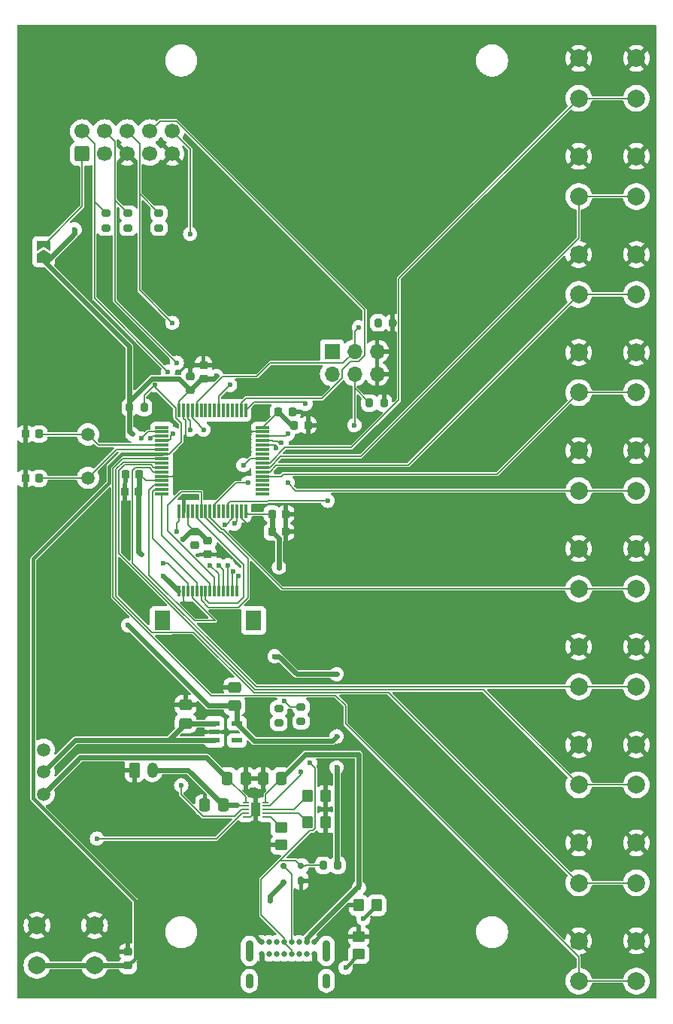
<source format=gbr>
%TF.GenerationSoftware,KiCad,Pcbnew,8.0.6*%
%TF.CreationDate,2024-10-29T14:36:32-05:00*%
%TF.ProjectId,tokenizer,746f6b65-6e69-47a6-9572-2e6b69636164,rev?*%
%TF.SameCoordinates,Original*%
%TF.FileFunction,Copper,L1,Top*%
%TF.FilePolarity,Positive*%
%FSLAX46Y46*%
G04 Gerber Fmt 4.6, Leading zero omitted, Abs format (unit mm)*
G04 Created by KiCad (PCBNEW 8.0.6) date 2024-10-29 14:36:32*
%MOMM*%
%LPD*%
G01*
G04 APERTURE LIST*
G04 Aperture macros list*
%AMRoundRect*
0 Rectangle with rounded corners*
0 $1 Rounding radius*
0 $2 $3 $4 $5 $6 $7 $8 $9 X,Y pos of 4 corners*
0 Add a 4 corners polygon primitive as box body*
4,1,4,$2,$3,$4,$5,$6,$7,$8,$9,$2,$3,0*
0 Add four circle primitives for the rounded corners*
1,1,$1+$1,$2,$3*
1,1,$1+$1,$4,$5*
1,1,$1+$1,$6,$7*
1,1,$1+$1,$8,$9*
0 Add four rect primitives between the rounded corners*
20,1,$1+$1,$2,$3,$4,$5,0*
20,1,$1+$1,$4,$5,$6,$7,0*
20,1,$1+$1,$6,$7,$8,$9,0*
20,1,$1+$1,$8,$9,$2,$3,0*%
%AMFreePoly0*
4,1,6,1.000000,0.000000,0.500000,-0.750000,-0.500000,-0.750000,-0.500000,0.750000,0.500000,0.750000,1.000000,0.000000,1.000000,0.000000,$1*%
%AMFreePoly1*
4,1,6,0.500000,-0.750000,-0.650000,-0.750000,-0.150000,0.000000,-0.650000,0.750000,0.500000,0.750000,0.500000,-0.750000,0.500000,-0.750000,$1*%
G04 Aperture macros list end*
%TA.AperFunction,ComponentPad*%
%ADD10C,2.000000*%
%TD*%
%TA.AperFunction,SMDPad,CuDef*%
%ADD11FreePoly0,90.000000*%
%TD*%
%TA.AperFunction,SMDPad,CuDef*%
%ADD12FreePoly1,90.000000*%
%TD*%
%TA.AperFunction,SMDPad,CuDef*%
%ADD13RoundRect,0.250000X-0.450000X0.350000X-0.450000X-0.350000X0.450000X-0.350000X0.450000X0.350000X0*%
%TD*%
%TA.AperFunction,SMDPad,CuDef*%
%ADD14RoundRect,0.225000X0.225000X0.250000X-0.225000X0.250000X-0.225000X-0.250000X0.225000X-0.250000X0*%
%TD*%
%TA.AperFunction,SMDPad,CuDef*%
%ADD15RoundRect,0.225000X-0.225000X-0.250000X0.225000X-0.250000X0.225000X0.250000X-0.225000X0.250000X0*%
%TD*%
%TA.AperFunction,ComponentPad*%
%ADD16C,1.500000*%
%TD*%
%TA.AperFunction,SMDPad,CuDef*%
%ADD17RoundRect,0.200000X0.200000X0.275000X-0.200000X0.275000X-0.200000X-0.275000X0.200000X-0.275000X0*%
%TD*%
%TA.AperFunction,SMDPad,CuDef*%
%ADD18RoundRect,0.250000X-0.350000X-0.450000X0.350000X-0.450000X0.350000X0.450000X-0.350000X0.450000X0*%
%TD*%
%TA.AperFunction,ComponentPad*%
%ADD19R,1.700000X1.700000*%
%TD*%
%TA.AperFunction,ComponentPad*%
%ADD20O,1.700000X1.700000*%
%TD*%
%TA.AperFunction,SMDPad,CuDef*%
%ADD21RoundRect,0.200000X-0.275000X0.200000X-0.275000X-0.200000X0.275000X-0.200000X0.275000X0.200000X0*%
%TD*%
%TA.AperFunction,SMDPad,CuDef*%
%ADD22R,0.300000X1.300000*%
%TD*%
%TA.AperFunction,SMDPad,CuDef*%
%ADD23R,1.800000X2.200000*%
%TD*%
%TA.AperFunction,SMDPad,CuDef*%
%ADD24RoundRect,0.225000X0.250000X-0.225000X0.250000X0.225000X-0.250000X0.225000X-0.250000X-0.225000X0*%
%TD*%
%TA.AperFunction,SMDPad,CuDef*%
%ADD25RoundRect,0.175000X0.175000X0.325000X-0.175000X0.325000X-0.175000X-0.325000X0.175000X-0.325000X0*%
%TD*%
%TA.AperFunction,SMDPad,CuDef*%
%ADD26RoundRect,0.150000X0.200000X0.150000X-0.200000X0.150000X-0.200000X-0.150000X0.200000X-0.150000X0*%
%TD*%
%TA.AperFunction,SMDPad,CuDef*%
%ADD27RoundRect,0.250000X0.475000X-0.337500X0.475000X0.337500X-0.475000X0.337500X-0.475000X-0.337500X0*%
%TD*%
%TA.AperFunction,SMDPad,CuDef*%
%ADD28RoundRect,0.225000X-0.250000X0.225000X-0.250000X-0.225000X0.250000X-0.225000X0.250000X0.225000X0*%
%TD*%
%TA.AperFunction,SMDPad,CuDef*%
%ADD29RoundRect,0.200000X-0.200000X-0.275000X0.200000X-0.275000X0.200000X0.275000X-0.200000X0.275000X0*%
%TD*%
%TA.AperFunction,ComponentPad*%
%ADD30RoundRect,0.250000X-0.350000X-0.625000X0.350000X-0.625000X0.350000X0.625000X-0.350000X0.625000X0*%
%TD*%
%TA.AperFunction,ComponentPad*%
%ADD31O,1.200000X1.750000*%
%TD*%
%TA.AperFunction,SMDPad,CuDef*%
%ADD32RoundRect,0.200000X0.275000X-0.200000X0.275000X0.200000X-0.275000X0.200000X-0.275000X-0.200000X0*%
%TD*%
%TA.AperFunction,SMDPad,CuDef*%
%ADD33R,1.200000X0.600000*%
%TD*%
%TA.AperFunction,SMDPad,CuDef*%
%ADD34RoundRect,0.250000X-0.337500X-0.475000X0.337500X-0.475000X0.337500X0.475000X-0.337500X0.475000X0*%
%TD*%
%TA.AperFunction,ComponentPad*%
%ADD35RoundRect,0.250000X0.600000X-0.600000X0.600000X0.600000X-0.600000X0.600000X-0.600000X-0.600000X0*%
%TD*%
%TA.AperFunction,ComponentPad*%
%ADD36C,1.700000*%
%TD*%
%TA.AperFunction,SMDPad,CuDef*%
%ADD37RoundRect,0.075000X-0.700000X-0.075000X0.700000X-0.075000X0.700000X0.075000X-0.700000X0.075000X0*%
%TD*%
%TA.AperFunction,SMDPad,CuDef*%
%ADD38RoundRect,0.075000X-0.075000X-0.700000X0.075000X-0.700000X0.075000X0.700000X-0.075000X0.700000X0*%
%TD*%
%TA.AperFunction,ComponentPad*%
%ADD39C,0.650000*%
%TD*%
%TA.AperFunction,ComponentPad*%
%ADD40O,0.900000X1.700000*%
%TD*%
%TA.AperFunction,ComponentPad*%
%ADD41O,0.900000X2.400000*%
%TD*%
%TA.AperFunction,SMDPad,CuDef*%
%ADD42R,0.660400X0.203200*%
%TD*%
%TA.AperFunction,SMDPad,CuDef*%
%ADD43R,0.990600X1.600200*%
%TD*%
%TA.AperFunction,ViaPad*%
%ADD44C,0.600000*%
%TD*%
%TA.AperFunction,Conductor*%
%ADD45C,0.200000*%
%TD*%
%TA.AperFunction,Conductor*%
%ADD46C,0.600000*%
%TD*%
%TA.AperFunction,Conductor*%
%ADD47C,0.400000*%
%TD*%
%TA.AperFunction,Conductor*%
%ADD48C,0.150000*%
%TD*%
G04 APERTURE END LIST*
D10*
%TO.P,SW7,1,1*%
%TO.N,/BTN6*%
X116250000Y-90361115D03*
X109750000Y-90361115D03*
%TO.P,SW7,2,2*%
%TO.N,GND*%
X116250000Y-85861115D03*
X109750000Y-85861115D03*
%TD*%
%TO.P,SW4,1,1*%
%TO.N,/BTN3*%
X116250000Y-123444446D03*
X109750000Y-123444446D03*
%TO.P,SW4,2,2*%
%TO.N,GND*%
X116250000Y-118944446D03*
X109750000Y-118944446D03*
%TD*%
%TO.P,SW3,1,1*%
%TO.N,/BTN2*%
X116250000Y-134472223D03*
X109750000Y-134472223D03*
%TO.P,SW3,2,2*%
%TO.N,GND*%
X116250000Y-129972223D03*
X109750000Y-129972223D03*
%TD*%
D11*
%TO.P,JP1,1,A*%
%TO.N,+3V3*%
X49500000Y-64225000D03*
D12*
%TO.P,JP1,2,B*%
%TO.N,Net-(J5-VTref)*%
X49500000Y-62775000D03*
%TD*%
D13*
%TO.P,R3,1*%
%TO.N,Net-(U1-TS{slash}MR)*%
X76239400Y-128223100D03*
%TO.P,R3,2*%
%TO.N,GND*%
X76239400Y-130223100D03*
%TD*%
D10*
%TO.P,SW2,1,1*%
%TO.N,/BTN1*%
X116250000Y-145500000D03*
X109750000Y-145500000D03*
%TO.P,SW2,2,2*%
%TO.N,GND*%
X116250000Y-141000000D03*
X109750000Y-141000000D03*
%TD*%
D14*
%TO.P,C5,1*%
%TO.N,+3V3*%
X60275000Y-88500000D03*
%TO.P,C5,2*%
%TO.N,GND*%
X58725000Y-88500000D03*
%TD*%
D13*
%TO.P,R2,1*%
%TO.N,GND*%
X85000000Y-140500000D03*
%TO.P,R2,2*%
%TO.N,Net-(J1-CC2)*%
X85000000Y-142500000D03*
%TD*%
D15*
%TO.P,C18,1*%
%TO.N,+3V3*%
X75225000Y-95000000D03*
%TO.P,C18,2*%
%TO.N,GND*%
X76775000Y-95000000D03*
%TD*%
D16*
%TO.P,Y3,1,1*%
%TO.N,/OSC_IN*%
X54500000Y-84050000D03*
%TO.P,Y3,2,2*%
%TO.N,/OSC_OUT*%
X54500000Y-88930000D03*
%TD*%
D17*
%TO.P,R14,1*%
%TO.N,+3V3*%
X82650000Y-132500000D03*
%TO.P,R14,2*%
%TO.N,Net-(J1-DP1)*%
X81000000Y-132500000D03*
%TD*%
D10*
%TO.P,SW11,1,1*%
%TO.N,/BTN10*%
X116250000Y-46250000D03*
X109750000Y-46250000D03*
%TO.P,SW11,2,2*%
%TO.N,GND*%
X116250000Y-41750000D03*
X109750000Y-41750000D03*
%TD*%
D18*
%TO.P,R4,1*%
%TO.N,Net-(U1-ISET)*%
X79239400Y-124723100D03*
%TO.P,R4,2*%
%TO.N,GND*%
X81239400Y-124723100D03*
%TD*%
D19*
%TO.P,J4,1,Pin_1*%
%TO.N,+3V3*%
X81975000Y-74710000D03*
D20*
%TO.P,J4,2,Pin_2*%
X81975000Y-77250000D03*
%TO.P,J4,3,Pin_3*%
%TO.N,/BOOT0*%
X84515000Y-74710000D03*
%TO.P,J4,4,Pin_4*%
%TO.N,/BOOT1*%
X84515000Y-77250000D03*
%TO.P,J4,5,Pin_5*%
%TO.N,GND*%
X87055000Y-74710000D03*
%TO.P,J4,6,Pin_6*%
X87055000Y-77250000D03*
%TD*%
D21*
%TO.P,R8,1*%
%TO.N,/D-*%
X78500000Y-114675000D03*
%TO.P,R8,2*%
%TO.N,Net-(J1-DN1)*%
X78500000Y-116325000D03*
%TD*%
D22*
%TO.P,J3,1,Pin_1*%
%TO.N,+3V3*%
X64750000Y-101700000D03*
%TO.P,J3,2,Pin_2*%
%TO.N,GND*%
X65250000Y-101700000D03*
%TO.P,J3,3,Pin_3*%
%TO.N,/LCD_CS*%
X65750000Y-101700000D03*
%TO.P,J3,4,Pin_4*%
%TO.N,/LCD_RST*%
X66250000Y-101700000D03*
%TO.P,J3,5,Pin_5*%
%TO.N,/LCD_RS*%
X66750000Y-101700000D03*
%TO.P,J3,6,Pin_6*%
%TO.N,/SDI(MOSI)*%
X67250000Y-101700000D03*
%TO.P,J3,7,Pin_7*%
%TO.N,/SCK*%
X67750000Y-101700000D03*
%TO.P,J3,8,Pin_8*%
%TO.N,/LED*%
X68250000Y-101700000D03*
%TO.P,J3,9,Pin_9*%
%TO.N,/SDO(MISO)*%
X68750000Y-101700000D03*
%TO.P,J3,10,Pin_10*%
%TO.N,/CTP_SCL*%
X69250000Y-101700000D03*
%TO.P,J3,11,Pin_11*%
%TO.N,/CTP_RST*%
X69750000Y-101700000D03*
%TO.P,J3,12,Pin_12*%
%TO.N,/CTP_SDA*%
X70250000Y-101700000D03*
%TO.P,J3,13,Pin_13*%
%TO.N,/CTP_INT*%
X70750000Y-101700000D03*
%TO.P,J3,14,Pin_14*%
%TO.N,/SD_CS*%
X71250000Y-101700000D03*
D23*
%TO.P,J3,MP*%
%TO.N,N/C*%
X62850000Y-104950000D03*
X73150000Y-104950000D03*
%TD*%
D15*
%TO.P,C10,1*%
%TO.N,+3V3*%
X77725000Y-83000000D03*
%TO.P,C10,2*%
%TO.N,GND*%
X79275000Y-83000000D03*
%TD*%
D24*
%TO.P,C13,1*%
%TO.N,/NRST*%
X59000000Y-143775000D03*
%TO.P,C13,2*%
%TO.N,GND*%
X59000000Y-142225000D03*
%TD*%
D25*
%TO.P,D1,1,A*%
%TO.N,GND*%
X78500000Y-134250000D03*
D26*
%TO.P,D1,2,K*%
%TO.N,Net-(J1-DP1)*%
X78500000Y-132550000D03*
%TO.P,D1,3,K*%
%TO.N,Net-(J1-DN1)*%
X76500000Y-132550000D03*
%TO.P,D1,4,K*%
%TO.N,+5V*%
X76500000Y-134450000D03*
%TD*%
D27*
%TO.P,C14,1*%
%TO.N,Net-(Q1-EN)*%
X65500000Y-116537500D03*
%TO.P,C14,2*%
%TO.N,GND*%
X65500000Y-114462500D03*
%TD*%
D28*
%TO.P,C11,1*%
%TO.N,+3V3*%
X68000000Y-96000000D03*
%TO.P,C11,2*%
%TO.N,GND*%
X68000000Y-97550000D03*
%TD*%
D14*
%TO.P,C6,1*%
%TO.N,+3V3*%
X60215000Y-90500000D03*
%TO.P,C6,2*%
%TO.N,GND*%
X58665000Y-90500000D03*
%TD*%
D29*
%TO.P,R10,1*%
%TO.N,+3V3*%
X59175000Y-81000000D03*
%TO.P,R10,2*%
%TO.N,/NRST*%
X60825000Y-81000000D03*
%TD*%
D27*
%TO.P,C15,1*%
%TO.N,+3V3*%
X71000000Y-114537500D03*
%TO.P,C15,2*%
%TO.N,GND*%
X71000000Y-112462500D03*
%TD*%
D29*
%TO.P,R7,1*%
%TO.N,/BOOT0*%
X87175000Y-71500000D03*
%TO.P,R7,2*%
%TO.N,GND*%
X88825000Y-71500000D03*
%TD*%
D28*
%TO.P,C9,1*%
%TO.N,+3V3*%
X66500000Y-94950000D03*
%TO.P,C9,2*%
%TO.N,GND*%
X66500000Y-96500000D03*
%TD*%
D10*
%TO.P,SW9,1,1*%
%TO.N,/BTN8*%
X116250000Y-68305561D03*
X109750000Y-68305561D03*
%TO.P,SW9,2,2*%
%TO.N,GND*%
X116250000Y-63805561D03*
X109750000Y-63805561D03*
%TD*%
D30*
%TO.P,J2,1,Pin_1*%
%TO.N,GND*%
X59739400Y-121773100D03*
D31*
%TO.P,J2,2,Pin_2*%
%TO.N,Net-(J2-Pin_2)*%
X61739400Y-121773100D03*
%TD*%
D16*
%TO.P,S1,1,NC*%
%TO.N,unconnected-(S1-NC-Pad1)*%
X49500000Y-119500000D03*
%TO.P,S1,2,COMM*%
%TO.N,Net-(Q1-EN)*%
X49500000Y-122000000D03*
%TO.P,S1,3,NO*%
%TO.N,/RegIn*%
X49500000Y-124500000D03*
%TD*%
D32*
%TO.P,R13,1*%
%TO.N,+3V3*%
X62500000Y-60825000D03*
%TO.P,R13,2*%
%TO.N,/JTDO{slash}TRACESWO*%
X62500000Y-59175000D03*
%TD*%
D18*
%TO.P,R5,1*%
%TO.N,Net-(U1-ILIM{slash}VSET)*%
X79239400Y-127673100D03*
%TO.P,R5,2*%
%TO.N,GND*%
X81239400Y-127673100D03*
%TD*%
D29*
%TO.P,R9,1*%
%TO.N,/BOOT1*%
X86175000Y-80500000D03*
%TO.P,R9,2*%
%TO.N,GND*%
X87825000Y-80500000D03*
%TD*%
D33*
%TO.P,Q1,1,IN*%
%TO.N,Net-(Q1-EN)*%
X68750000Y-116550000D03*
%TO.P,Q1,2,GND*%
%TO.N,GND*%
X68750000Y-117500000D03*
%TO.P,Q1,3,EN*%
%TO.N,Net-(Q1-EN)*%
X68750000Y-118450000D03*
%TO.P,Q1,4,NC*%
%TO.N,unconnected-(Q1-NC-Pad4)*%
X71250000Y-118450000D03*
%TO.P,Q1,5,OUT*%
%TO.N,+3V3*%
X71250000Y-116550000D03*
%TD*%
D34*
%TO.P,C3,1*%
%TO.N,GND*%
X67664400Y-125723100D03*
%TO.P,C3,2*%
%TO.N,Net-(J2-Pin_2)*%
X69739400Y-125723100D03*
%TD*%
D35*
%TO.P,J5,1,VTref*%
%TO.N,Net-(J5-VTref)*%
X53840000Y-52500000D03*
D36*
%TO.P,J5,2,SWDIO/TMS*%
%TO.N,/JTMS{slash}SWDIO*%
X53840000Y-49960000D03*
%TO.P,J5,3,GND*%
%TO.N,GND*%
X56380000Y-52500000D03*
%TO.P,J5,4,SWDCLK/TCK*%
%TO.N,/JTCK{slash}SWCLK*%
X56380000Y-49960000D03*
%TO.P,J5,5,GND*%
%TO.N,GND*%
X58920000Y-52500000D03*
%TO.P,J5,6,SWO/TDO*%
%TO.N,/JTDO{slash}TRACESWO*%
X58920000Y-49960000D03*
%TO.P,J5,7,KEY*%
%TO.N,unconnected-(J5-KEY-Pad7)*%
X61460000Y-52500000D03*
%TO.P,J5,8,NC/TDI*%
%TO.N,/JTDI*%
X61460000Y-49960000D03*
%TO.P,J5,9,GNDDetect*%
%TO.N,GND*%
X64000000Y-52500000D03*
%TO.P,J5,10,~{RESET}*%
%TO.N,/NRST*%
X64000000Y-49960000D03*
%TD*%
D34*
%TO.P,C1,1*%
%TO.N,GND*%
X74201900Y-122723100D03*
%TO.P,C1,2*%
%TO.N,+5V*%
X76276900Y-122723100D03*
%TD*%
D15*
%TO.P,C17,1*%
%TO.N,GND*%
X47450000Y-84000000D03*
%TO.P,C17,2*%
%TO.N,/OSC_IN*%
X49000000Y-84000000D03*
%TD*%
D34*
%TO.P,C2,1*%
%TO.N,/RegIn*%
X70201900Y-122723100D03*
%TO.P,C2,2*%
%TO.N,GND*%
X72276900Y-122723100D03*
%TD*%
D15*
%TO.P,C7,1*%
%TO.N,+3V3*%
X75950000Y-81500000D03*
%TO.P,C7,2*%
%TO.N,GND*%
X77500000Y-81500000D03*
%TD*%
D18*
%TO.P,R1,1*%
%TO.N,GND*%
X85000000Y-137000000D03*
%TO.P,R1,2*%
%TO.N,Net-(J1-CC1)*%
X87000000Y-137000000D03*
%TD*%
D21*
%TO.P,R6,1*%
%TO.N,/D+*%
X76000000Y-114850000D03*
%TO.P,R6,2*%
%TO.N,Net-(J1-DP1)*%
X76000000Y-116500000D03*
%TD*%
D32*
%TO.P,R12,1*%
%TO.N,+3V3*%
X56500000Y-60825000D03*
%TO.P,R12,2*%
%TO.N,/JTMS{slash}SWDIO*%
X56500000Y-59175000D03*
%TD*%
D24*
%TO.P,C4,1*%
%TO.N,+3V3*%
X67500000Y-77775000D03*
%TO.P,C4,2*%
%TO.N,GND*%
X67500000Y-76225000D03*
%TD*%
D15*
%TO.P,C16,1*%
%TO.N,GND*%
X47440000Y-89000000D03*
%TO.P,C16,2*%
%TO.N,/OSC_OUT*%
X48990000Y-89000000D03*
%TD*%
D37*
%TO.P,U2,1,VBAT*%
%TO.N,unconnected-(U2-VBAT-Pad1)*%
X62825000Y-83250000D03*
%TO.P,U2,2,PC13*%
%TO.N,/STAT1*%
X62825000Y-83750000D03*
%TO.P,U2,3,PC14*%
%TO.N,/STAT2*%
X62825000Y-84250000D03*
%TO.P,U2,4,PC15*%
%TO.N,/CHARGEENABLE*%
X62825000Y-84750000D03*
%TO.P,U2,5,PD0*%
%TO.N,/OSC_IN*%
X62825000Y-85250000D03*
%TO.P,U2,6,PD1*%
%TO.N,/OSC_OUT*%
X62825000Y-85750000D03*
%TO.P,U2,7,NRST*%
%TO.N,/NRST*%
X62825000Y-86250000D03*
%TO.P,U2,8,PC0*%
%TO.N,/BTN1*%
X62825000Y-86750000D03*
%TO.P,U2,9,PC1*%
%TO.N,/BTN2*%
X62825000Y-87250000D03*
%TO.P,U2,10,PC2*%
%TO.N,/BTN3*%
X62825000Y-87750000D03*
%TO.P,U2,11,PC3*%
%TO.N,/BTN4*%
X62825000Y-88250000D03*
%TO.P,U2,12,VSSA*%
%TO.N,GND*%
X62825000Y-88750000D03*
%TO.P,U2,13,VDDA*%
%TO.N,+3V3*%
X62825000Y-89250000D03*
%TO.P,U2,14,PA0*%
%TO.N,/LCD_RST*%
X62825000Y-89750000D03*
%TO.P,U2,15,PA1*%
%TO.N,/LCD_RS*%
X62825000Y-90250000D03*
%TO.P,U2,16,PA2*%
%TO.N,/LED*%
X62825000Y-90750000D03*
D38*
%TO.P,U2,17,PA3*%
%TO.N,/LCD_CS*%
X64750000Y-92675000D03*
%TO.P,U2,18,VSS*%
%TO.N,GND*%
X65250000Y-92675000D03*
%TO.P,U2,19,VDD*%
%TO.N,+3V3*%
X65750000Y-92675000D03*
%TO.P,U2,20,PA4*%
%TO.N,unconnected-(U2-PA4-Pad20)*%
X66250000Y-92675000D03*
%TO.P,U2,21,PA5*%
%TO.N,/SCK*%
X66750000Y-92675000D03*
%TO.P,U2,22,PA6*%
%TO.N,/SDO(MISO)*%
X67250000Y-92675000D03*
%TO.P,U2,23,PA7*%
%TO.N,/SDI(MOSI)*%
X67750000Y-92675000D03*
%TO.P,U2,24,PC4*%
%TO.N,/BTN5*%
X68250000Y-92675000D03*
%TO.P,U2,25,PC5*%
%TO.N,/BTN6*%
X68750000Y-92675000D03*
%TO.P,U2,26,PB0*%
%TO.N,unconnected-(U2-PB0-Pad26)*%
X69250000Y-92675000D03*
%TO.P,U2,27,PB1*%
%TO.N,unconnected-(U2-PB1-Pad27)*%
X69750000Y-92675000D03*
%TO.P,U2,28,PB2*%
%TO.N,/BOOT1*%
X70250000Y-92675000D03*
%TO.P,U2,29,PB10*%
%TO.N,/CTP_SCL*%
X70750000Y-92675000D03*
%TO.P,U2,30,PB11*%
%TO.N,/CTP_SDA*%
X71250000Y-92675000D03*
%TO.P,U2,31,VSS*%
%TO.N,GND*%
X71750000Y-92675000D03*
%TO.P,U2,32,VDD*%
%TO.N,+3V3*%
X72250000Y-92675000D03*
D37*
%TO.P,U2,33,PB12*%
%TO.N,unconnected-(U2-PB12-Pad33)*%
X74175000Y-90750000D03*
%TO.P,U2,34,PB13*%
%TO.N,unconnected-(U2-PB13-Pad34)*%
X74175000Y-90250000D03*
%TO.P,U2,35,PB14*%
%TO.N,unconnected-(U2-PB14-Pad35)*%
X74175000Y-89750000D03*
%TO.P,U2,36,PB15*%
%TO.N,unconnected-(U2-PB15-Pad36)*%
X74175000Y-89250000D03*
%TO.P,U2,37,PC6*%
%TO.N,/BTN7*%
X74175000Y-88750000D03*
%TO.P,U2,38,PC7*%
%TO.N,/BTN8*%
X74175000Y-88250000D03*
%TO.P,U2,39,PC8*%
%TO.N,/BTN9*%
X74175000Y-87750000D03*
%TO.P,U2,40,PC9*%
%TO.N,/BTN10*%
X74175000Y-87250000D03*
%TO.P,U2,41,PA8*%
%TO.N,/SD_CS*%
X74175000Y-86750000D03*
%TO.P,U2,42,PA9*%
%TO.N,unconnected-(U2-PA9-Pad42)*%
X74175000Y-86250000D03*
%TO.P,U2,43,PA10*%
%TO.N,unconnected-(U2-PA10-Pad43)*%
X74175000Y-85750000D03*
%TO.P,U2,44,PA11*%
%TO.N,/D-*%
X74175000Y-85250000D03*
%TO.P,U2,45,PA12*%
%TO.N,/D+*%
X74175000Y-84750000D03*
%TO.P,U2,46,PA13*%
%TO.N,/JTMS{slash}SWDIO*%
X74175000Y-84250000D03*
%TO.P,U2,47,VSS*%
%TO.N,GND*%
X74175000Y-83750000D03*
%TO.P,U2,48,VDD*%
%TO.N,+3V3*%
X74175000Y-83250000D03*
D38*
%TO.P,U2,49,PA14*%
%TO.N,/JTCK{slash}SWCLK*%
X72250000Y-81325000D03*
%TO.P,U2,50,PA15*%
%TO.N,/JTDI*%
X71750000Y-81325000D03*
%TO.P,U2,51,PC10*%
%TO.N,unconnected-(U2-PC10-Pad51)*%
X71250000Y-81325000D03*
%TO.P,U2,52,PC11*%
%TO.N,unconnected-(U2-PC11-Pad52)*%
X70750000Y-81325000D03*
%TO.P,U2,53,PC12*%
%TO.N,unconnected-(U2-PC12-Pad53)*%
X70250000Y-81325000D03*
%TO.P,U2,54,PD2*%
%TO.N,unconnected-(U2-PD2-Pad54)*%
X69750000Y-81325000D03*
%TO.P,U2,55,PB3*%
%TO.N,/JTDO{slash}TRACESWO*%
X69250000Y-81325000D03*
%TO.P,U2,56,PB4*%
%TO.N,unconnected-(U2-PB4-Pad56)*%
X68750000Y-81325000D03*
%TO.P,U2,57,PB5*%
%TO.N,unconnected-(U2-PB5-Pad57)*%
X68250000Y-81325000D03*
%TO.P,U2,58,PB6*%
%TO.N,unconnected-(U2-PB6-Pad58)*%
X67750000Y-81325000D03*
%TO.P,U2,59,PB7*%
%TO.N,unconnected-(U2-PB7-Pad59)*%
X67250000Y-81325000D03*
%TO.P,U2,60,BOOT0*%
%TO.N,/BOOT0*%
X66750000Y-81325000D03*
%TO.P,U2,61,PB8*%
%TO.N,/CTP_INT*%
X66250000Y-81325000D03*
%TO.P,U2,62,PB9*%
%TO.N,/CTP_RST*%
X65750000Y-81325000D03*
%TO.P,U2,63,VSS*%
%TO.N,GND*%
X65250000Y-81325000D03*
%TO.P,U2,64,VDD*%
%TO.N,+3V3*%
X64750000Y-81325000D03*
%TD*%
D39*
%TO.P,J1,A1,GND*%
%TO.N,GND*%
X74025000Y-141140000D03*
%TO.P,J1,A4,VBUS*%
%TO.N,+5V*%
X74875000Y-141140000D03*
%TO.P,J1,A5,CC1*%
%TO.N,Net-(J1-CC1)*%
X75725000Y-141140000D03*
%TO.P,J1,A6,DP1*%
%TO.N,Net-(J1-DP1)*%
X76575000Y-141140000D03*
%TO.P,J1,A7,DN1*%
%TO.N,Net-(J1-DN1)*%
X77425000Y-141140000D03*
%TO.P,J1,A8,SBU1*%
%TO.N,unconnected-(J1-SBU1-PadA8)*%
X78275000Y-141140000D03*
%TO.P,J1,A9,VBUS*%
%TO.N,+5V*%
X79125000Y-141140000D03*
%TO.P,J1,A12,GND*%
%TO.N,GND*%
X79975000Y-141140000D03*
%TO.P,J1,B1,GND*%
X79975000Y-142490000D03*
%TO.P,J1,B4,VBUS*%
%TO.N,+5V*%
X79125000Y-142490000D03*
%TO.P,J1,B5,CC2*%
%TO.N,Net-(J1-CC2)*%
X78275000Y-142490000D03*
%TO.P,J1,B6,DP2*%
%TO.N,Net-(J1-DP1)*%
X77425000Y-142490000D03*
%TO.P,J1,B7,DN2*%
%TO.N,Net-(J1-DN1)*%
X76575000Y-142490000D03*
%TO.P,J1,B8,SBU2*%
%TO.N,unconnected-(J1-SBU2-PadB8)*%
X75725000Y-142490000D03*
%TO.P,J1,B9,VBUS*%
%TO.N,+5V*%
X74875000Y-142490000D03*
%TO.P,J1,B12,GND*%
%TO.N,GND*%
X74025000Y-142490000D03*
D40*
%TO.P,J1,S1,SHELL*%
%TO.N,unconnected-(J1-SHELL-PadS1)_3*%
X72675000Y-145500000D03*
%TO.P,J1,S2,SHELL*%
%TO.N,unconnected-(J1-SHELL-PadS1)_2*%
X81325000Y-145500000D03*
D41*
%TO.P,J1,S3,SHELL*%
%TO.N,unconnected-(J1-SHELL-PadS1)*%
X72675000Y-142120000D03*
%TO.P,J1,S4,SHELL*%
%TO.N,unconnected-(J1-SHELL-PadS1)_1*%
X81325000Y-142120000D03*
%TD*%
D10*
%TO.P,SW10,1,1*%
%TO.N,/BTN9*%
X116250000Y-57277784D03*
X109750000Y-57277784D03*
%TO.P,SW10,2,2*%
%TO.N,GND*%
X116250000Y-52777784D03*
X109750000Y-52777784D03*
%TD*%
%TO.P,SW8,1,1*%
%TO.N,/BTN7*%
X116250000Y-79333338D03*
X109750000Y-79333338D03*
%TO.P,SW8,2,2*%
%TO.N,GND*%
X116250000Y-74833338D03*
X109750000Y-74833338D03*
%TD*%
%TO.P,SW5,1,1*%
%TO.N,/BTN4*%
X116250000Y-112416669D03*
X109750000Y-112416669D03*
%TO.P,SW5,2,2*%
%TO.N,GND*%
X116250000Y-107916669D03*
X109750000Y-107916669D03*
%TD*%
D15*
%TO.P,C8,1*%
%TO.N,+3V3*%
X75225000Y-93000000D03*
%TO.P,C8,2*%
%TO.N,GND*%
X76775000Y-93000000D03*
%TD*%
D42*
%TO.P,U1,1,SYS*%
%TO.N,/RegIn*%
X72239400Y-125423000D03*
%TO.P,U1,2,BAT*%
%TO.N,Net-(J2-Pin_2)*%
X72239400Y-125823050D03*
%TO.P,U1,3,STAT2*%
%TO.N,/STAT2*%
X72239400Y-126223100D03*
%TO.P,U1,4,/CE*%
%TO.N,/CHARGEENABLE*%
X72239400Y-126623150D03*
%TO.P,U1,5,GND*%
%TO.N,GND*%
X72239400Y-127023200D03*
%TO.P,U1,6,TS/MR*%
%TO.N,Net-(U1-TS{slash}MR)*%
X74500000Y-127023200D03*
%TO.P,U1,7,ILIM/VSET*%
%TO.N,Net-(U1-ILIM{slash}VSET)*%
X74500000Y-126623150D03*
%TO.P,U1,8,ISET*%
%TO.N,Net-(U1-ISET)*%
X74500000Y-126223100D03*
%TO.P,U1,9,STAT1*%
%TO.N,/STAT1*%
X74500000Y-125823050D03*
%TO.P,U1,10,IN*%
%TO.N,+5V*%
X74500000Y-125423000D03*
D43*
%TO.P,U1,11,EPAD*%
%TO.N,GND*%
X73369700Y-126223100D03*
%TD*%
D24*
%TO.P,C12,1*%
%TO.N,+3V3*%
X66000000Y-79050000D03*
%TO.P,C12,2*%
%TO.N,GND*%
X66000000Y-77500000D03*
%TD*%
D32*
%TO.P,R11,1*%
%TO.N,+3V3*%
X59000000Y-60825000D03*
%TO.P,R11,2*%
%TO.N,/JTCK{slash}SWCLK*%
X59000000Y-59175000D03*
%TD*%
D10*
%TO.P,SW1,1,1*%
%TO.N,GND*%
X48750000Y-139250000D03*
X55250000Y-139250000D03*
%TO.P,SW1,2,2*%
%TO.N,/NRST*%
X48750000Y-143750000D03*
X55250000Y-143750000D03*
%TD*%
%TO.P,SW6,1,1*%
%TO.N,/BTN5*%
X116250000Y-101388892D03*
X109750000Y-101388892D03*
%TO.P,SW6,2,2*%
%TO.N,GND*%
X116250000Y-96888892D03*
X109750000Y-96888892D03*
%TD*%
D44*
%TO.N,GND*%
X56000000Y-67500000D03*
X102500000Y-108500000D03*
X93000000Y-57000000D03*
X85500000Y-64000000D03*
X71000000Y-132000000D03*
X105500000Y-126000000D03*
X77500000Y-69500000D03*
X66500000Y-104000000D03*
X70000000Y-120000000D03*
X82500000Y-139500000D03*
X105500000Y-69500000D03*
X77500000Y-120000000D03*
X67000000Y-87000000D03*
X72500000Y-76500000D03*
X75000000Y-98000000D03*
X87500000Y-89500000D03*
X88000000Y-124500000D03*
X96500000Y-137000000D03*
X55000000Y-95500000D03*
X57500000Y-109500000D03*
X49500000Y-69500000D03*
X60500000Y-76500000D03*
X66000000Y-107500000D03*
X61500000Y-111000000D03*
X90000000Y-94000000D03*
X60500000Y-108500000D03*
X67500000Y-146000000D03*
X76500000Y-66000000D03*
X95500000Y-85000000D03*
X91000000Y-144500000D03*
X105500000Y-55500000D03*
X49500000Y-131500000D03*
X98000000Y-116500000D03*
X80000000Y-145000000D03*
X99500000Y-60500000D03*
X51500000Y-137500000D03*
X59000000Y-124500000D03*
X89000000Y-86000000D03*
X69500000Y-106500000D03*
X62000000Y-132000000D03*
X64500000Y-143000000D03*
X82500000Y-99000000D03*
X73000000Y-49000000D03*
X96000000Y-41500000D03*
X82000000Y-109500000D03*
X66500000Y-136500000D03*
X106000000Y-60500000D03*
X94500000Y-46000000D03*
X71500000Y-85500000D03*
X90000000Y-131000000D03*
X50500000Y-57000000D03*
X73500000Y-43500000D03*
X103000000Y-61500000D03*
X102000000Y-45000000D03*
X95000000Y-52000000D03*
X81000000Y-58500000D03*
X70500000Y-143500000D03*
X94500000Y-80500000D03*
X74000000Y-144000000D03*
X117000000Y-116000000D03*
X54500000Y-134500000D03*
X102500000Y-131000000D03*
X103000000Y-89500000D03*
X66500000Y-96500000D03*
X67000000Y-67000000D03*
X60500000Y-102000000D03*
X57500000Y-45000000D03*
X68500000Y-88000000D03*
X102000000Y-94000000D03*
X77000000Y-145000000D03*
X103000000Y-84000000D03*
X73500000Y-95000000D03*
X49500000Y-99000000D03*
X98500000Y-105000000D03*
X72000000Y-79000000D03*
X64500000Y-107500000D03*
X49500000Y-93000000D03*
X106000000Y-87000000D03*
X77500000Y-117500000D03*
X49000000Y-78500000D03*
X71000000Y-84000000D03*
X64000000Y-57000000D03*
X99500000Y-82000000D03*
X58500000Y-67500000D03*
X51000000Y-74000000D03*
X64000000Y-127500000D03*
X73369700Y-126223100D03*
X77500000Y-81500000D03*
X81000000Y-137000000D03*
X88000000Y-105000000D03*
X78000000Y-77500000D03*
X59500000Y-101000000D03*
X82500000Y-53000000D03*
X52000000Y-43000000D03*
X73000000Y-124000000D03*
X58806990Y-96640618D03*
X61000000Y-115000000D03*
X76500000Y-52500000D03*
X53500000Y-124000000D03*
X87500000Y-47500000D03*
X80000000Y-89500000D03*
X72000000Y-63000000D03*
X54500000Y-74500000D03*
X74500000Y-78000000D03*
X99500000Y-86500000D03*
X106500000Y-76000000D03*
X86000000Y-56500000D03*
X65500000Y-87500000D03*
X54000000Y-116000000D03*
X102000000Y-144500000D03*
X74000000Y-81500000D03*
X82000000Y-115500000D03*
X91500000Y-110500000D03*
X96000000Y-67500000D03*
X89500000Y-119000000D03*
X104500000Y-79500000D03*
X67000000Y-89500000D03*
X71500000Y-70000000D03*
X56000000Y-78000000D03*
X68000000Y-97550000D03*
X94000000Y-72500000D03*
X100500000Y-67000000D03*
X59000000Y-55000000D03*
X67500000Y-74000000D03*
X95500000Y-99500000D03*
X50500000Y-109500000D03*
X65500000Y-91027000D03*
X53000000Y-103000000D03*
X106500000Y-115500000D03*
X73500000Y-114500000D03*
X62500000Y-81000000D03*
X79500000Y-45500000D03*
X72000000Y-84000000D03*
X99500000Y-75000000D03*
X117000000Y-138000000D03*
X74000000Y-120000000D03*
%TO.N,+5V*%
X85000000Y-135000000D03*
X75000000Y-136500000D03*
%TO.N,+3V3*%
X59000000Y-105500000D03*
X82500000Y-118000000D03*
X75950000Y-81500000D03*
X65198382Y-95801619D03*
X56500000Y-60825000D03*
X53000000Y-61000000D03*
X59500000Y-84000000D03*
X59000000Y-60825000D03*
X64054000Y-100975000D03*
X75500000Y-109000000D03*
X63000000Y-100000000D03*
X82500000Y-121500000D03*
X60275000Y-88500000D03*
X60500000Y-97500000D03*
X68961149Y-77461149D03*
X82500000Y-111000000D03*
X76000000Y-99000000D03*
X62500000Y-60825000D03*
%TO.N,/NRST*%
X62000000Y-78500000D03*
X66000000Y-61500000D03*
%TO.N,Net-(J1-DN1)*%
X78500000Y-116325000D03*
X76500000Y-132550000D03*
%TO.N,Net-(J1-DP1)*%
X76000000Y-116500000D03*
X79500000Y-121000000D03*
%TO.N,Net-(J1-CC2)*%
X83500000Y-144000000D03*
%TO.N,Net-(J1-CC1)*%
X85500000Y-138500000D03*
%TO.N,/LCD_CS*%
X64500000Y-95000000D03*
X63000000Y-98500000D03*
%TO.N,/CTP_INT*%
X67500000Y-83500000D03*
X70850000Y-99419051D03*
%TO.N,/CTP_RST*%
X69250000Y-98750000D03*
X66000000Y-83500000D03*
%TO.N,/CTP_SDA*%
X70250000Y-98750000D03*
X70973000Y-94073000D03*
%TO.N,/CTP_SCL*%
X69919000Y-94182621D03*
X68250000Y-98750000D03*
%TO.N,/SD_CS*%
X71400000Y-100000000D03*
X72000000Y-87500000D03*
%TO.N,/BOOT0*%
X87175000Y-71500000D03*
X85000000Y-72000000D03*
%TO.N,/BOOT1*%
X81500000Y-91500000D03*
X84500000Y-83000000D03*
%TO.N,/JTDO{slash}TRACESWO*%
X70500000Y-78500000D03*
X64000000Y-71500000D03*
%TO.N,/JTMS{slash}SWDIO*%
X63500000Y-77000000D03*
X77000000Y-84000000D03*
%TO.N,/JTCK{slash}SWCLK*%
X79000000Y-80600000D03*
X64500000Y-76000000D03*
%TO.N,/D+*%
X76000000Y-114850000D03*
X76300521Y-84963978D03*
%TO.N,/D-*%
X76575000Y-114000000D03*
X75699479Y-85565020D03*
%TO.N,/BTN6*%
X72527000Y-89500000D03*
X77000000Y-89500000D03*
%TO.N,/STAT2*%
X65000000Y-123500000D03*
X61500000Y-84500000D03*
%TO.N,/CHARGEENABLE*%
X64078063Y-83985703D03*
X55500000Y-129500000D03*
%TO.N,/STAT1*%
X78500000Y-122000000D03*
X60500000Y-84500000D03*
%TD*%
D45*
%TO.N,GND*%
X73300001Y-95000000D02*
X73500000Y-95000000D01*
D46*
X80000000Y-145000000D02*
X80000000Y-142515000D01*
D45*
X73369700Y-126423100D02*
X73369700Y-126223100D01*
X65473000Y-87473000D02*
X65500000Y-87500000D01*
D47*
X65250000Y-91277000D02*
X65500000Y-91027000D01*
D45*
X66500000Y-104000000D02*
X65250000Y-102750000D01*
X72769600Y-127023200D02*
X73369700Y-126423100D01*
D47*
X65250000Y-92675000D02*
X65250000Y-91277000D01*
D45*
X65473000Y-82473000D02*
X65473000Y-87473000D01*
X64250000Y-88750000D02*
X65500000Y-87500000D01*
D46*
X74025000Y-143975000D02*
X74000000Y-144000000D01*
D45*
X72250000Y-83750000D02*
X72000000Y-84000000D01*
X71750000Y-93449999D02*
X73300001Y-95000000D01*
X74175000Y-83750000D02*
X72250000Y-83750000D01*
X72239400Y-127023200D02*
X72769600Y-127023200D01*
X62825000Y-88750000D02*
X64250000Y-88750000D01*
D46*
X80000000Y-142515000D02*
X79975000Y-142490000D01*
D45*
X65250000Y-82250000D02*
X65473000Y-82473000D01*
X71750000Y-92675000D02*
X71750000Y-93449999D01*
X65250000Y-81325000D02*
X65250000Y-82250000D01*
D46*
X74025000Y-142490000D02*
X74025000Y-143975000D01*
D45*
X65250000Y-102750000D02*
X65250000Y-101700000D01*
D46*
%TO.N,+5V*%
X79125000Y-140680381D02*
X79125000Y-141140000D01*
D48*
X74500000Y-125423000D02*
X74500000Y-124500000D01*
D46*
X76276900Y-122723100D02*
X79000000Y-120000000D01*
X79000000Y-120000000D02*
X85000000Y-120000000D01*
X75000000Y-135950000D02*
X76500000Y-134450000D01*
D48*
X74500000Y-124500000D02*
X76276900Y-122723100D01*
D46*
X85000000Y-120000000D02*
X85000000Y-134805381D01*
X85000000Y-134805381D02*
X79125000Y-140680381D01*
X75000000Y-136500000D02*
X75000000Y-135950000D01*
%TO.N,/RegIn*%
X53601900Y-120398100D02*
X67876900Y-120398100D01*
X49500000Y-124500000D02*
X53601900Y-120398100D01*
D48*
X72239400Y-125423000D02*
X72239400Y-124760600D01*
X72239400Y-124760600D02*
X70201900Y-122723100D01*
D46*
X67876900Y-120398100D02*
X70201900Y-122723100D01*
D45*
%TO.N,/OSC_OUT*%
X54500000Y-88930000D02*
X57680000Y-85750000D01*
X57680000Y-85750000D02*
X62825000Y-85750000D01*
X54500000Y-88930000D02*
X49060000Y-88930000D01*
X49060000Y-88930000D02*
X48990000Y-89000000D01*
%TO.N,/OSC_IN*%
X54500000Y-84050000D02*
X55700000Y-85250000D01*
X55700000Y-85250000D02*
X62825000Y-85250000D01*
X49050000Y-84050000D02*
X49000000Y-84000000D01*
X54500000Y-84050000D02*
X49050000Y-84050000D01*
D46*
%TO.N,+3V3*%
X66500000Y-94950000D02*
X66050001Y-94950000D01*
X60215000Y-97215000D02*
X60215000Y-90500000D01*
D45*
X65750000Y-94200000D02*
X66500000Y-94950000D01*
X62825000Y-89250000D02*
X61025000Y-89250000D01*
D46*
X64723000Y-77773000D02*
X66000000Y-79050000D01*
X50255000Y-64225000D02*
X53000000Y-61480000D01*
X76000000Y-95775000D02*
X76000000Y-99000000D01*
X82500000Y-118000000D02*
X82000000Y-118500000D01*
X78000000Y-111000000D02*
X82500000Y-111000000D01*
X82000000Y-118500000D02*
X73200000Y-118500000D01*
X71250000Y-114787500D02*
X71000000Y-114537500D01*
X67275000Y-77775000D02*
X66000000Y-79050000D01*
X71250000Y-116550000D02*
X71250000Y-114787500D01*
X76000000Y-109000000D02*
X78000000Y-111000000D01*
D45*
X72250000Y-92675000D02*
X72575000Y-93000000D01*
X75925000Y-81500000D02*
X74175000Y-83250000D01*
D46*
X59175000Y-81000000D02*
X59175000Y-80296866D01*
X73200000Y-118500000D02*
X71250000Y-116550000D01*
X71000000Y-114537500D02*
X68037500Y-114537500D01*
D45*
X75950000Y-81500000D02*
X75925000Y-81500000D01*
X72575000Y-93000000D02*
X75225000Y-93000000D01*
D46*
X77450000Y-83000000D02*
X75950000Y-81500000D01*
X53000000Y-61480000D02*
X53000000Y-61000000D01*
X60275000Y-90440000D02*
X60215000Y-90500000D01*
X75225000Y-95000000D02*
X76000000Y-95775000D01*
D45*
X64750000Y-81325000D02*
X64750000Y-80315686D01*
D46*
X64673000Y-101623000D02*
X64673000Y-101700000D01*
D45*
X64750000Y-80315686D02*
X66000000Y-79065686D01*
D46*
X49500000Y-64225000D02*
X49500000Y-64500000D01*
X59175000Y-83675000D02*
X59500000Y-84000000D01*
X66950000Y-94950000D02*
X68000000Y-96000000D01*
X66050001Y-94950000D02*
X65198382Y-95801619D01*
X63500000Y-100500000D02*
X63550000Y-100500000D01*
X67500000Y-77775000D02*
X68647298Y-77775000D01*
X68037500Y-114537500D02*
X59000000Y-105500000D01*
X60500000Y-97500000D02*
X60215000Y-97215000D01*
X75500000Y-109000000D02*
X76000000Y-109000000D01*
D45*
X65750000Y-92675000D02*
X65750000Y-94200000D01*
D46*
X59175000Y-80296866D02*
X61698866Y-77773000D01*
X59175000Y-81000000D02*
X59175000Y-83675000D01*
D45*
X66000000Y-79065686D02*
X66000000Y-79050000D01*
D46*
X61698866Y-77773000D02*
X64723000Y-77773000D01*
D45*
X61025000Y-89250000D02*
X60275000Y-88500000D01*
D46*
X63550000Y-100500000D02*
X64673000Y-101623000D01*
X59175000Y-74175000D02*
X59175000Y-81000000D01*
X63000000Y-100000000D02*
X63500000Y-100500000D01*
X82650000Y-132500000D02*
X82500000Y-132350000D01*
X49500000Y-64500000D02*
X59175000Y-74175000D01*
X60275000Y-88500000D02*
X60275000Y-90440000D01*
X67500000Y-77775000D02*
X67275000Y-77775000D01*
X68647298Y-77775000D02*
X68961149Y-77461149D01*
X49500000Y-64225000D02*
X50255000Y-64225000D01*
X75225000Y-95000000D02*
X75225000Y-93000000D01*
X82500000Y-132350000D02*
X82500000Y-121500000D01*
X77725000Y-83000000D02*
X77450000Y-83000000D01*
X66500000Y-94950000D02*
X66950000Y-94950000D01*
D45*
%TO.N,/NRST*%
X66000000Y-51960000D02*
X64000000Y-49960000D01*
D47*
X58325774Y-86250000D02*
X62825000Y-86250000D01*
D46*
X59000000Y-143775000D02*
X55275000Y-143775000D01*
D45*
X66000000Y-61500000D02*
X66000000Y-51960000D01*
D47*
X48350000Y-98057000D02*
X56907000Y-89500000D01*
X56907000Y-87668774D02*
X58325774Y-86250000D01*
D45*
X65000000Y-82779170D02*
X65000000Y-84882410D01*
D47*
X48350000Y-124976346D02*
X48350000Y-98057000D01*
D45*
X64373000Y-81073000D02*
X64373000Y-82152170D01*
X62000000Y-78500000D02*
X60825000Y-79675000D01*
D47*
X59000000Y-143775000D02*
X59802000Y-142973000D01*
D45*
X63632410Y-86250000D02*
X62825000Y-86250000D01*
X62000000Y-78700000D02*
X64373000Y-81073000D01*
D47*
X59802000Y-142973000D02*
X59802000Y-136428346D01*
X56907000Y-89500000D02*
X56907000Y-87668774D01*
D45*
X64373000Y-82152170D02*
X65000000Y-82779170D01*
D47*
X59802000Y-136428346D02*
X48350000Y-124976346D01*
D45*
X65000000Y-84882410D02*
X63632410Y-86250000D01*
D46*
X55250000Y-143750000D02*
X48750000Y-143750000D01*
D45*
X60825000Y-79675000D02*
X60825000Y-81000000D01*
D46*
X55275000Y-143775000D02*
X55250000Y-143750000D01*
D45*
X62000000Y-78500000D02*
X62000000Y-78700000D01*
D46*
%TO.N,Net-(Q1-EN)*%
X65512500Y-116550000D02*
X65500000Y-116537500D01*
X63500000Y-118450000D02*
X68750000Y-118450000D01*
X53050000Y-118450000D02*
X63500000Y-118450000D01*
X63587500Y-118450000D02*
X63500000Y-118450000D01*
X65500000Y-116537500D02*
X63587500Y-118450000D01*
X49500000Y-122000000D02*
X53050000Y-118450000D01*
X68750000Y-116550000D02*
X65512500Y-116550000D01*
D45*
%TO.N,Net-(J1-DN1)*%
X77425000Y-133475000D02*
X77425000Y-141140000D01*
X76500000Y-132550000D02*
X77425000Y-133475000D01*
%TO.N,Net-(J1-DP1)*%
X76575000Y-140680381D02*
X76575000Y-141140000D01*
X76029724Y-132029724D02*
X74000000Y-134059448D01*
X79459348Y-128600100D02*
X79793906Y-128600100D01*
X78500000Y-132550000D02*
X77900000Y-131950000D01*
X76109448Y-131950000D02*
X76029724Y-132029724D01*
X80066400Y-121566400D02*
X79500000Y-121000000D01*
X74000000Y-138105381D02*
X76575000Y-140680381D01*
X78500000Y-132550000D02*
X78950000Y-132550000D01*
X74000000Y-134059448D02*
X74000000Y-138105381D01*
X79000000Y-132500000D02*
X81000000Y-132500000D01*
X76029724Y-132029724D02*
X79459348Y-128600100D01*
X79793906Y-128600100D02*
X80066400Y-128327606D01*
X76575000Y-141180381D02*
X77425000Y-142030381D01*
X80066400Y-128327606D02*
X80066400Y-121566400D01*
X78950000Y-132550000D02*
X79000000Y-132500000D01*
X77900000Y-131950000D02*
X76109448Y-131950000D01*
X76575000Y-140680381D02*
X76575000Y-141180381D01*
X77425000Y-142030381D02*
X77425000Y-142490000D01*
D47*
%TO.N,Net-(J1-CC2)*%
X83500000Y-144000000D02*
X85000000Y-142500000D01*
%TO.N,Net-(J1-CC1)*%
X85500000Y-138500000D02*
X87000000Y-137000000D01*
D48*
%TO.N,Net-(J2-Pin_2)*%
X71339350Y-125823050D02*
X71239400Y-125723100D01*
D46*
X65789400Y-121773100D02*
X69739400Y-125723100D01*
X65789400Y-121773100D02*
X61739400Y-121773100D01*
D48*
X72239400Y-125823050D02*
X71339350Y-125823050D01*
D46*
X69739400Y-125723100D02*
X71239400Y-125723100D01*
D45*
%TO.N,/SDI(MOSI)*%
X67250000Y-102665686D02*
X68084314Y-103500000D01*
X69536621Y-95036621D02*
X69407451Y-95036621D01*
X72500000Y-102415685D02*
X72500000Y-98000000D01*
X68084314Y-103500000D02*
X71415685Y-103500000D01*
X72500000Y-98000000D02*
X69536621Y-95036621D01*
X71415685Y-103500000D02*
X72500000Y-102415685D01*
X69407451Y-95036621D02*
X67750000Y-93379170D01*
X67750000Y-93379170D02*
X67750000Y-92675000D01*
X67250000Y-101700000D02*
X67250000Y-102665686D01*
%TO.N,/LCD_RST*%
X66250000Y-101700000D02*
X66250000Y-102454000D01*
X61350000Y-99850000D02*
X61350000Y-90351904D01*
X66500000Y-105000000D02*
X61350000Y-99850000D01*
X68796000Y-105000000D02*
X66500000Y-105000000D01*
X66250000Y-102454000D02*
X68796000Y-105000000D01*
X61350000Y-90351904D02*
X61951904Y-89750000D01*
X61951904Y-89750000D02*
X62825000Y-89750000D01*
%TO.N,/LCD_CS*%
X65750000Y-100800000D02*
X63450000Y-98500000D01*
X64500000Y-95000000D02*
X64500000Y-94000000D01*
X63450000Y-98500000D02*
X63000000Y-98500000D01*
X64750000Y-93750000D02*
X64750000Y-92675000D01*
X65750000Y-101700000D02*
X65750000Y-100800000D01*
X64500000Y-94000000D02*
X64750000Y-93750000D01*
%TO.N,/SDO(MISO)*%
X65000000Y-90500000D02*
X63500000Y-92000000D01*
X67250000Y-90500000D02*
X65000000Y-90500000D01*
X67250000Y-92675000D02*
X67250000Y-90500000D01*
X63500000Y-94848529D02*
X68750000Y-100098529D01*
X68750000Y-100098529D02*
X68750000Y-101700000D01*
X63500000Y-92000000D02*
X63500000Y-94848529D01*
%TO.N,/CTP_INT*%
X66250000Y-82184314D02*
X66250000Y-81325000D01*
X67000000Y-83000000D02*
X67000000Y-82934314D01*
X70850000Y-99419051D02*
X70750000Y-99519051D01*
X70750000Y-99519051D02*
X70750000Y-101700000D01*
X67500000Y-83500000D02*
X67000000Y-83000000D01*
X67000000Y-82934314D02*
X66250000Y-82184314D01*
%TO.N,/CTP_RST*%
X66000000Y-82500000D02*
X65750000Y-82250000D01*
X69250000Y-98750000D02*
X69750000Y-99250000D01*
X69750000Y-99250000D02*
X69750000Y-101700000D01*
X65750000Y-82250000D02*
X65750000Y-81325000D01*
X66000000Y-83500000D02*
X66000000Y-82500000D01*
%TO.N,/CTP_SDA*%
X70973000Y-94073000D02*
X71250000Y-93796000D01*
X70250000Y-98750000D02*
X70250000Y-101700000D01*
X71250000Y-93796000D02*
X71250000Y-92675000D01*
%TO.N,/SCK*%
X67750000Y-101700000D02*
X67750000Y-102600000D01*
X71350000Y-103000000D02*
X72000000Y-102350000D01*
X66750000Y-93449999D02*
X66750000Y-92675000D01*
X72000000Y-98699999D02*
X66750000Y-93449999D01*
X72000000Y-102350000D02*
X72000000Y-98699999D01*
X68150000Y-103000000D02*
X71350000Y-103000000D01*
X67750000Y-102600000D02*
X68150000Y-103000000D01*
%TO.N,/LCD_RS*%
X62017590Y-90250000D02*
X62825000Y-90250000D01*
X66750000Y-100750000D02*
X61750000Y-95750000D01*
X66750000Y-101700000D02*
X66750000Y-100750000D01*
X61750000Y-90517590D02*
X62017590Y-90250000D01*
X61750000Y-95750000D02*
X61750000Y-90517590D01*
%TO.N,/CTP_SCL*%
X70750000Y-93482410D02*
X70750000Y-92675000D01*
X69919000Y-94182621D02*
X70049789Y-94182621D01*
X70049789Y-94182621D02*
X70750000Y-93482410D01*
X69250000Y-99750000D02*
X69250000Y-101700000D01*
X68250000Y-98750000D02*
X69250000Y-99750000D01*
%TO.N,/SD_CS*%
X71250000Y-101700000D02*
X71250000Y-100150000D01*
X71250000Y-100150000D02*
X71400000Y-100000000D01*
X72750000Y-86750000D02*
X74175000Y-86750000D01*
X72000000Y-87500000D02*
X72750000Y-86750000D01*
%TO.N,/LED*%
X62825000Y-95375000D02*
X68250000Y-100800000D01*
X68250000Y-100800000D02*
X68250000Y-101700000D01*
X62825000Y-90750000D02*
X62825000Y-95375000D01*
%TO.N,/BOOT0*%
X75000000Y-76000000D02*
X73500000Y-77500000D01*
X73500000Y-77500000D02*
X69667590Y-77500000D01*
X83225000Y-76000000D02*
X75000000Y-76000000D01*
X69667590Y-77500000D02*
X66750000Y-80417590D01*
X84515000Y-72485000D02*
X85000000Y-72000000D01*
X66750000Y-80417590D02*
X66750000Y-81325000D01*
X84515000Y-74710000D02*
X83225000Y-76000000D01*
X84515000Y-74710000D02*
X84515000Y-72485000D01*
%TO.N,/BOOT1*%
X84515000Y-77250000D02*
X84515000Y-78840000D01*
X70517590Y-91600000D02*
X70250000Y-91867590D01*
X84500000Y-83000000D02*
X84515000Y-82985000D01*
X74632410Y-91600000D02*
X74732410Y-91500000D01*
X70250000Y-91867590D02*
X70250000Y-92675000D01*
X70517590Y-91600000D02*
X74632410Y-91600000D01*
X74732410Y-91500000D02*
X81500000Y-91500000D01*
X84515000Y-78840000D02*
X86175000Y-80500000D01*
X84515000Y-82985000D02*
X84515000Y-77250000D01*
%TO.N,Net-(J5-VTref)*%
X53840000Y-58435000D02*
X49500000Y-62775000D01*
X53840000Y-52500000D02*
X53840000Y-58435000D01*
%TO.N,/JTDO{slash}TRACESWO*%
X60310000Y-56985000D02*
X62500000Y-59175000D01*
X70500000Y-78500000D02*
X69250000Y-79750000D01*
X60310000Y-51350000D02*
X60310000Y-56985000D01*
X60310000Y-67810000D02*
X64000000Y-71500000D01*
X60310000Y-51350000D02*
X60310000Y-67810000D01*
X58920000Y-49960000D02*
X60310000Y-51350000D01*
X69250000Y-79750000D02*
X69250000Y-81325000D01*
%TO.N,/JTDI*%
X71750000Y-80517590D02*
X71750000Y-81325000D01*
X72267590Y-80000000D02*
X71750000Y-80517590D01*
X64476346Y-48810000D02*
X85665000Y-69998654D01*
X62610000Y-48810000D02*
X64476346Y-48810000D01*
X83125000Y-77726346D02*
X80851346Y-80000000D01*
X61460000Y-49960000D02*
X62610000Y-48810000D01*
X83125000Y-76773654D02*
X83125000Y-77726346D01*
X84038654Y-75860000D02*
X83125000Y-76773654D01*
X85665000Y-69998654D02*
X85665000Y-75186346D01*
X85665000Y-75186346D02*
X84991346Y-75860000D01*
X84991346Y-75860000D02*
X84038654Y-75860000D01*
X80851346Y-80000000D02*
X72267590Y-80000000D01*
%TO.N,/JTMS{slash}SWDIO*%
X55230000Y-51350000D02*
X55230000Y-57905000D01*
X76750000Y-84250000D02*
X77000000Y-84000000D01*
X74175000Y-84250000D02*
X76750000Y-84250000D01*
X55230000Y-57905000D02*
X56500000Y-59175000D01*
X53840000Y-49960000D02*
X55230000Y-51350000D01*
X55230000Y-68730000D02*
X63500000Y-77000000D01*
X55230000Y-51350000D02*
X55230000Y-68730000D01*
%TO.N,/JTCK{slash}SWCLK*%
X73175000Y-80400000D02*
X72250000Y-81325000D01*
X78800000Y-80400000D02*
X73175000Y-80400000D01*
X79000000Y-80600000D02*
X78800000Y-80400000D01*
X57530000Y-51110000D02*
X57530000Y-57705000D01*
X57530000Y-51110000D02*
X57530000Y-69030000D01*
X56380000Y-49960000D02*
X57530000Y-51110000D01*
X57530000Y-57705000D02*
X59000000Y-59175000D01*
X57530000Y-69030000D02*
X64500000Y-76000000D01*
D48*
%TO.N,Net-(U1-TS{slash}MR)*%
X74500000Y-127023200D02*
X75039500Y-127023200D01*
X75039500Y-127023200D02*
X76239400Y-128223100D01*
%TO.N,Net-(U1-ISET)*%
X74500000Y-126223100D02*
X77739400Y-126223100D01*
X77739400Y-126223100D02*
X79239400Y-124723100D01*
%TO.N,Net-(U1-ILIM{slash}VSET)*%
X78189450Y-126623150D02*
X79239400Y-127673100D01*
X74500000Y-126623150D02*
X78189450Y-126623150D01*
D45*
%TO.N,/D+*%
X75362501Y-84775000D02*
X75828700Y-84775000D01*
X76017678Y-84963978D02*
X76300521Y-84963978D01*
X75828700Y-84775000D02*
X76017678Y-84963978D01*
X75337501Y-84750000D02*
X75362501Y-84775000D01*
X74175000Y-84750000D02*
X75337501Y-84750000D01*
%TO.N,/D-*%
X75699479Y-85282177D02*
X75699479Y-85565020D01*
X77250000Y-114675000D02*
X78500000Y-114675000D01*
X76575000Y-114000000D02*
X77250000Y-114675000D01*
X75362501Y-85225000D02*
X75642302Y-85225000D01*
X74175000Y-85250000D02*
X75337501Y-85250000D01*
X75642302Y-85225000D02*
X75699479Y-85282177D01*
X75337501Y-85250000D02*
X75362501Y-85225000D01*
%TO.N,/BTN1*%
X83500000Y-114500000D02*
X82397669Y-113397669D01*
X83500000Y-116588478D02*
X83500000Y-114500000D01*
X68381221Y-113397669D02*
X57334000Y-102350448D01*
X57334000Y-87845644D02*
X58429644Y-86750000D01*
X116250000Y-145500000D02*
X109750000Y-145500000D01*
X109750000Y-145500000D02*
X109750000Y-142838478D01*
X57334000Y-102350448D02*
X57334000Y-87845644D01*
X82397669Y-113397669D02*
X68381221Y-113397669D01*
X58429644Y-86750000D02*
X62825000Y-86750000D01*
X109750000Y-142838478D02*
X83500000Y-116588478D01*
%TO.N,/BTN2*%
X73183325Y-113070669D02*
X66389656Y-106277000D01*
X57661000Y-87981092D02*
X58498092Y-87144000D01*
X57661000Y-102215000D02*
X57661000Y-87981092D01*
X66389656Y-106277000D02*
X61723000Y-106277000D01*
X109750000Y-134472223D02*
X88348446Y-113070669D01*
X62719000Y-87144000D02*
X62825000Y-87250000D01*
X88348446Y-113070669D02*
X73183325Y-113070669D01*
X58498092Y-87144000D02*
X62719000Y-87144000D01*
X61723000Y-106277000D02*
X57661000Y-102215000D01*
X116250000Y-134472223D02*
X109750000Y-134472223D01*
%TO.N,/BTN3*%
X73318773Y-112743669D02*
X57988000Y-97412896D01*
X57988000Y-97412896D02*
X57988000Y-88116540D01*
X99049223Y-112743669D02*
X73318773Y-112743669D01*
X61874830Y-87750000D02*
X62825000Y-87750000D01*
X57988000Y-88116540D02*
X58633540Y-87471000D01*
X58633540Y-87471000D02*
X61595830Y-87471000D01*
X109750000Y-123444446D02*
X99049223Y-112743669D01*
X116250000Y-123444446D02*
X109750000Y-123444446D01*
X61595830Y-87471000D02*
X61874830Y-87750000D01*
%TO.N,/BTN4*%
X59538000Y-98500448D02*
X59538000Y-88116540D01*
X61874830Y-88250000D02*
X62825000Y-88250000D01*
X109750000Y-112416669D02*
X73454221Y-112416669D01*
X59856540Y-87798000D02*
X61422830Y-87798000D01*
X116250000Y-112416669D02*
X109750000Y-112416669D01*
X59538000Y-88116540D02*
X59856540Y-87798000D01*
X61422830Y-87798000D02*
X61874830Y-88250000D01*
X73454221Y-112416669D02*
X59538000Y-98500448D01*
%TO.N,/BTN5*%
X116250000Y-101388892D02*
X109750000Y-101388892D01*
X109750000Y-101388892D02*
X76388892Y-101388892D01*
X68250000Y-93379170D02*
X68250000Y-92675000D01*
X69580451Y-94709621D02*
X68250000Y-93379170D01*
X69709621Y-94709621D02*
X69580451Y-94709621D01*
X76388892Y-101388892D02*
X69709621Y-94709621D01*
%TO.N,/BTN6*%
X77000000Y-89500000D02*
X77861115Y-90361115D01*
X77861115Y-90361115D02*
X109750000Y-90361115D01*
X72527000Y-89500000D02*
X71150001Y-89500000D01*
X68750000Y-91900001D02*
X68750000Y-92675000D01*
X116250000Y-90361115D02*
X109750000Y-90361115D01*
X71150001Y-89500000D02*
X68750000Y-91900001D01*
%TO.N,/BTN7*%
X76500000Y-88500000D02*
X100583338Y-88500000D01*
X76250000Y-88750000D02*
X76500000Y-88500000D01*
X116250000Y-79333338D02*
X109750000Y-79333338D01*
X74175000Y-88750000D02*
X76250000Y-88750000D01*
X100583338Y-88500000D02*
X109750000Y-79333338D01*
%TO.N,/BTN8*%
X90555561Y-87500000D02*
X109750000Y-68305561D01*
X74949999Y-88250000D02*
X75699999Y-87500000D01*
X75699999Y-87500000D02*
X90555561Y-87500000D01*
X74175000Y-88250000D02*
X74949999Y-88250000D01*
X116250000Y-68305561D02*
X109750000Y-68305561D01*
%TO.N,/BTN9*%
X109750000Y-61967083D02*
X109750000Y-57277784D01*
X78993559Y-86493559D02*
X79000000Y-86500000D01*
X74175000Y-87750000D02*
X74949999Y-87750000D01*
X85217083Y-86500000D02*
X109750000Y-61967083D01*
X116250000Y-57277784D02*
X109750000Y-57277784D01*
X74949999Y-87750000D02*
X76206440Y-86493559D01*
X76206440Y-86493559D02*
X78993559Y-86493559D01*
X79000000Y-86500000D02*
X85217083Y-86500000D01*
%TO.N,/STAT2*%
X71776900Y-126223100D02*
X71000000Y-127000000D01*
X67447294Y-127000000D02*
X65000000Y-124552706D01*
X61750000Y-84250000D02*
X62825000Y-84250000D01*
X71000000Y-127000000D02*
X67447294Y-127000000D01*
X61500000Y-84500000D02*
X61750000Y-84250000D01*
X65000000Y-124552706D02*
X65000000Y-123500000D01*
X72239400Y-126223100D02*
X71776900Y-126223100D01*
%TO.N,/CHARGEENABLE*%
X64078063Y-83985703D02*
X63827000Y-84236766D01*
X68962448Y-129500000D02*
X55500000Y-129500000D01*
X63827000Y-84236766D02*
X63827000Y-84522999D01*
X63599999Y-84750000D02*
X62825000Y-84750000D01*
X63827000Y-84522999D02*
X63599999Y-84750000D01*
X72239400Y-126623150D02*
X71839298Y-126623150D01*
X71839298Y-126623150D02*
X68962448Y-129500000D01*
%TO.N,/STAT1*%
X75030200Y-125823050D02*
X78500000Y-122353250D01*
X74500000Y-125823050D02*
X75030200Y-125823050D01*
X61250000Y-83750000D02*
X62825000Y-83750000D01*
X60500000Y-84500000D02*
X61250000Y-83750000D01*
X78500000Y-122353250D02*
X78500000Y-122000000D01*
%TO.N,/BTN10*%
X84173000Y-85500000D02*
X89500000Y-80173000D01*
X89500000Y-66500000D02*
X109750000Y-46250000D01*
X74175000Y-87250000D02*
X74949999Y-87250000D01*
X116250000Y-46250000D02*
X109750000Y-46250000D01*
X89500000Y-80173000D02*
X89500000Y-66500000D01*
X76699999Y-85500000D02*
X84173000Y-85500000D01*
X74949999Y-87250000D02*
X76699999Y-85500000D01*
%TD*%
%TA.AperFunction,Conductor*%
%TO.N,GND*%
G36*
X109237482Y-141212292D02*
G01*
X109309890Y-141337708D01*
X109412292Y-141440110D01*
X109537708Y-141512518D01*
X109579765Y-141523787D01*
X109256085Y-141847468D01*
X109194762Y-141880953D01*
X109125070Y-141875969D01*
X109080723Y-141847468D01*
X108902532Y-141669277D01*
X108869047Y-141607954D01*
X108874031Y-141538262D01*
X108902532Y-141493915D01*
X109226212Y-141170234D01*
X109237482Y-141212292D01*
G37*
%TD.AperFunction*%
%TA.AperFunction,Conductor*%
G36*
X66311100Y-106524185D02*
G01*
X66331742Y-106540819D01*
X70954241Y-111163319D01*
X70987726Y-111224642D01*
X70982742Y-111294334D01*
X70940870Y-111350267D01*
X70875406Y-111374684D01*
X70866560Y-111375000D01*
X70475028Y-111375000D01*
X70475012Y-111375001D01*
X70372302Y-111385494D01*
X70205880Y-111440641D01*
X70205875Y-111440643D01*
X70056654Y-111532684D01*
X69932684Y-111656654D01*
X69840643Y-111805875D01*
X69840641Y-111805880D01*
X69785494Y-111972302D01*
X69785493Y-111972309D01*
X69775000Y-112075013D01*
X69775000Y-112212500D01*
X71126000Y-112212500D01*
X71193039Y-112232185D01*
X71238794Y-112284989D01*
X71250000Y-112336500D01*
X71250000Y-112588500D01*
X71230315Y-112655539D01*
X71177511Y-112701294D01*
X71126000Y-112712500D01*
X69775001Y-112712500D01*
X69775001Y-112849986D01*
X69785494Y-112952697D01*
X69803543Y-113007165D01*
X69805945Y-113076993D01*
X69770213Y-113137035D01*
X69707693Y-113168228D01*
X69685837Y-113170169D01*
X68526817Y-113170169D01*
X68459778Y-113150484D01*
X68439136Y-113133850D01*
X62067465Y-106762180D01*
X62033980Y-106700857D01*
X62038964Y-106631165D01*
X62080836Y-106575232D01*
X62146300Y-106550815D01*
X62155121Y-106550499D01*
X63797872Y-106550499D01*
X63857483Y-106544091D01*
X63942671Y-106512318D01*
X63986004Y-106504500D01*
X66244061Y-106504500D01*
X66311100Y-106524185D01*
G37*
%TD.AperFunction*%
%TA.AperFunction,Conductor*%
G36*
X58093703Y-97840778D02*
G01*
X58100181Y-97846810D01*
X63391190Y-103137819D01*
X63424675Y-103199142D01*
X63419691Y-103268834D01*
X63377819Y-103324767D01*
X63312355Y-103349184D01*
X63303509Y-103349500D01*
X61902129Y-103349500D01*
X61902123Y-103349501D01*
X61842516Y-103355908D01*
X61707671Y-103406202D01*
X61707664Y-103406206D01*
X61592455Y-103492452D01*
X61592452Y-103492455D01*
X61506206Y-103607664D01*
X61506202Y-103607671D01*
X61455908Y-103742517D01*
X61449778Y-103799538D01*
X61449501Y-103802123D01*
X61449500Y-103802135D01*
X61449500Y-105382405D01*
X61429815Y-105449444D01*
X61377011Y-105495199D01*
X61307853Y-105505143D01*
X61244297Y-105476118D01*
X61237819Y-105470086D01*
X57924819Y-102157086D01*
X57891334Y-102095763D01*
X57888500Y-102069405D01*
X57888500Y-97934491D01*
X57908185Y-97867452D01*
X57960989Y-97821697D01*
X58030147Y-97811753D01*
X58093703Y-97840778D01*
G37*
%TD.AperFunction*%
%TA.AperFunction,Conductor*%
G36*
X65309425Y-102759257D02*
G01*
X65324305Y-102768820D01*
X65350312Y-102788289D01*
X65386108Y-102836108D01*
X65400000Y-102850000D01*
X65447819Y-102850000D01*
X65447833Y-102849999D01*
X65484395Y-102846068D01*
X65510905Y-102846068D01*
X65552127Y-102850500D01*
X65947872Y-102850499D01*
X65947873Y-102850498D01*
X65947885Y-102850498D01*
X65986744Y-102846320D01*
X66013252Y-102846320D01*
X66052127Y-102850500D01*
X66273403Y-102850499D01*
X66340443Y-102870183D01*
X66361085Y-102886818D01*
X68035085Y-104560819D01*
X68068570Y-104622142D01*
X68063586Y-104691834D01*
X68021714Y-104747767D01*
X67956250Y-104772184D01*
X67947404Y-104772500D01*
X66645596Y-104772500D01*
X66578557Y-104752815D01*
X66557915Y-104736181D01*
X64882256Y-103060522D01*
X64848771Y-102999199D01*
X64853755Y-102929507D01*
X64895627Y-102873574D01*
X64956681Y-102849552D01*
X64989101Y-102846067D01*
X65015606Y-102846068D01*
X65052166Y-102849999D01*
X65052182Y-102850000D01*
X65100000Y-102850000D01*
X65115611Y-102834388D01*
X65119685Y-102820515D01*
X65149686Y-102788289D01*
X65175689Y-102768823D01*
X65241152Y-102744406D01*
X65309425Y-102759257D01*
G37*
%TD.AperFunction*%
%TA.AperFunction,Conductor*%
G36*
X69185611Y-96207343D02*
G01*
X70905544Y-97927276D01*
X70939029Y-97988599D01*
X70934045Y-98058291D01*
X70911308Y-98088662D01*
X70934683Y-98068822D01*
X71003940Y-98059584D01*
X71067196Y-98089256D01*
X71072723Y-98094455D01*
X71736181Y-98757913D01*
X71769666Y-98819236D01*
X71772500Y-98845594D01*
X71772500Y-98952178D01*
X71752815Y-99019217D01*
X71700011Y-99064972D01*
X71630853Y-99074916D01*
X71567297Y-99045891D01*
X71543507Y-99018151D01*
X71479817Y-98916790D01*
X71352262Y-98789235D01*
X71199522Y-98693261D01*
X71199518Y-98693260D01*
X71116197Y-98664104D01*
X71059421Y-98623382D01*
X71036260Y-98574653D01*
X71035368Y-98570745D01*
X71021253Y-98530406D01*
X70975789Y-98400478D01*
X70880047Y-98248106D01*
X70861048Y-98180872D01*
X70879971Y-98118774D01*
X70826709Y-98138641D01*
X70758436Y-98123789D01*
X70751891Y-98119951D01*
X70740034Y-98112501D01*
X70710961Y-98094233D01*
X70599523Y-98024211D01*
X70429254Y-97964631D01*
X70429249Y-97964630D01*
X70250004Y-97944435D01*
X70249996Y-97944435D01*
X70070750Y-97964630D01*
X70070737Y-97964633D01*
X69900479Y-98024209D01*
X69815971Y-98077309D01*
X69748734Y-98096309D01*
X69684029Y-98077309D01*
X69599520Y-98024209D01*
X69429262Y-97964633D01*
X69429249Y-97964630D01*
X69250004Y-97944435D01*
X69249996Y-97944435D01*
X69112156Y-97959965D01*
X69043334Y-97947910D01*
X68991955Y-97900561D01*
X68974331Y-97832950D01*
X68974917Y-97824123D01*
X68974999Y-97823313D01*
X68975000Y-97823309D01*
X68975000Y-97800000D01*
X67025001Y-97800000D01*
X66988682Y-97836319D01*
X66987379Y-97835016D01*
X66952512Y-97865229D01*
X66883354Y-97875173D01*
X66819798Y-97846148D01*
X66813320Y-97840116D01*
X66634884Y-97661680D01*
X66601399Y-97600357D01*
X66606383Y-97530665D01*
X66648255Y-97474732D01*
X66713719Y-97450315D01*
X66722565Y-97449999D01*
X66798308Y-97449999D01*
X66798322Y-97449998D01*
X66897603Y-97439856D01*
X66897604Y-97439856D01*
X66981999Y-97411889D01*
X66987993Y-97403589D01*
X67001685Y-97356961D01*
X67054489Y-97311206D01*
X67106000Y-97300000D01*
X68974999Y-97300000D01*
X68974999Y-97276692D01*
X68974998Y-97276677D01*
X68964855Y-97177392D01*
X68911547Y-97016518D01*
X68911542Y-97016507D01*
X68822575Y-96872271D01*
X68822572Y-96872267D01*
X68813339Y-96863034D01*
X68779854Y-96801711D01*
X68784838Y-96732019D01*
X68813343Y-96687668D01*
X68822968Y-96678044D01*
X68912003Y-96533697D01*
X68965349Y-96372708D01*
X68974572Y-96282421D01*
X69000967Y-96217731D01*
X69058148Y-96177579D01*
X69127959Y-96174715D01*
X69185611Y-96207343D01*
G37*
%TD.AperFunction*%
%TA.AperFunction,Conductor*%
G36*
X58918039Y-88269685D02*
G01*
X58963794Y-88322489D01*
X58975000Y-88374000D01*
X58975000Y-89413638D01*
X58955315Y-89480677D01*
X58938681Y-89501319D01*
X58915000Y-89525000D01*
X58915000Y-91474999D01*
X58938308Y-91474999D01*
X58938322Y-91474998D01*
X59037607Y-91464855D01*
X59147496Y-91428442D01*
X59217324Y-91426040D01*
X59277366Y-91461772D01*
X59308559Y-91524292D01*
X59310500Y-91546148D01*
X59310500Y-98114301D01*
X59290815Y-98181340D01*
X59238011Y-98227095D01*
X59168853Y-98237039D01*
X59105297Y-98208014D01*
X59098819Y-98201982D01*
X58251819Y-97354982D01*
X58218334Y-97293659D01*
X58215500Y-97267301D01*
X58215500Y-91594314D01*
X58235185Y-91527275D01*
X58287989Y-91481520D01*
X58352103Y-91470956D01*
X58391683Y-91474999D01*
X58415000Y-91474998D01*
X58415000Y-89586362D01*
X58434685Y-89519323D01*
X58451317Y-89498682D01*
X58475000Y-89474998D01*
X58475000Y-88374000D01*
X58494685Y-88306961D01*
X58547489Y-88261206D01*
X58599000Y-88250000D01*
X58851000Y-88250000D01*
X58918039Y-88269685D01*
G37*
%TD.AperFunction*%
%TA.AperFunction,Conductor*%
G36*
X66965539Y-90747185D02*
G01*
X67011294Y-90799989D01*
X67022500Y-90851500D01*
X67022500Y-91279140D01*
X67002815Y-91346179D01*
X66950011Y-91391934D01*
X66882317Y-91402079D01*
X66862735Y-91399501D01*
X66862723Y-91399500D01*
X66862720Y-91399500D01*
X66637280Y-91399500D01*
X66637272Y-91399500D01*
X66550393Y-91410938D01*
X66524764Y-91414313D01*
X66524762Y-91414313D01*
X66516708Y-91415374D01*
X66516316Y-91412399D01*
X66483684Y-91412399D01*
X66483292Y-91415374D01*
X66475237Y-91414313D01*
X66475236Y-91414313D01*
X66446271Y-91410499D01*
X66362727Y-91399500D01*
X66362720Y-91399500D01*
X66137280Y-91399500D01*
X66137272Y-91399500D01*
X66050393Y-91410938D01*
X66024764Y-91414313D01*
X66024762Y-91414313D01*
X66016708Y-91415374D01*
X66016316Y-91412399D01*
X65983684Y-91412399D01*
X65983292Y-91415374D01*
X65975237Y-91414313D01*
X65975236Y-91414313D01*
X65946271Y-91410499D01*
X65862727Y-91399500D01*
X65862720Y-91399500D01*
X65637280Y-91399500D01*
X65637272Y-91399500D01*
X65544566Y-91411706D01*
X65524764Y-91414313D01*
X65524763Y-91414313D01*
X65516707Y-91415374D01*
X65516472Y-91413595D01*
X65482729Y-91415804D01*
X65400000Y-91404911D01*
X65397845Y-91406801D01*
X65380315Y-91466502D01*
X65351487Y-91497838D01*
X65325486Y-91517789D01*
X65260319Y-91542984D01*
X65191874Y-91528946D01*
X65174515Y-91517790D01*
X65148512Y-91497838D01*
X65107310Y-91441410D01*
X65101120Y-91405894D01*
X65099999Y-91404911D01*
X65017270Y-91415804D01*
X64983527Y-91413593D01*
X64983293Y-91415374D01*
X64975236Y-91414313D01*
X64955434Y-91411706D01*
X64862727Y-91399500D01*
X64862720Y-91399500D01*
X64721595Y-91399500D01*
X64654556Y-91379815D01*
X64608801Y-91327011D01*
X64598857Y-91257853D01*
X64627882Y-91194297D01*
X64633914Y-91187819D01*
X65057914Y-90763819D01*
X65119237Y-90730334D01*
X65145595Y-90727500D01*
X66898500Y-90727500D01*
X66965539Y-90747185D01*
G37*
%TD.AperFunction*%
%TA.AperFunction,Conductor*%
G36*
X75101418Y-80647185D02*
G01*
X75147173Y-80699989D01*
X75157117Y-80769147D01*
X75139917Y-80816597D01*
X75063001Y-80941294D01*
X75062996Y-80941305D01*
X75009651Y-81102290D01*
X74999500Y-81201647D01*
X74999500Y-81798337D01*
X74999501Y-81798355D01*
X75009650Y-81897707D01*
X75009651Y-81897710D01*
X75034352Y-81972252D01*
X75036754Y-82042081D01*
X75004327Y-82098937D01*
X74540084Y-82563182D01*
X74478763Y-82596666D01*
X74452405Y-82599500D01*
X73437272Y-82599500D01*
X73324764Y-82614313D01*
X73324763Y-82614313D01*
X73184770Y-82672300D01*
X73184767Y-82672301D01*
X73184767Y-82672302D01*
X73064549Y-82764549D01*
X72983307Y-82870426D01*
X72972300Y-82884770D01*
X72914313Y-83024763D01*
X72914313Y-83024764D01*
X72899500Y-83137272D01*
X72899500Y-83362727D01*
X72915374Y-83483293D01*
X72913593Y-83483527D01*
X72915804Y-83517270D01*
X72904911Y-83599999D01*
X72906801Y-83602154D01*
X72966503Y-83619685D01*
X72997838Y-83648512D01*
X73017789Y-83674512D01*
X73017791Y-83674515D01*
X73042984Y-83739684D01*
X73028945Y-83808129D01*
X73017791Y-83825484D01*
X72997839Y-83851486D01*
X72941413Y-83892689D01*
X72905894Y-83898879D01*
X72904911Y-83900000D01*
X72915804Y-83982729D01*
X72913595Y-84016472D01*
X72915374Y-84016707D01*
X72899500Y-84137272D01*
X72899500Y-84362727D01*
X72915374Y-84483292D01*
X72912399Y-84483683D01*
X72912399Y-84516316D01*
X72915374Y-84516708D01*
X72899500Y-84637272D01*
X72899500Y-84862727D01*
X72908050Y-84927662D01*
X72913011Y-84965349D01*
X72915374Y-84983292D01*
X72912399Y-84983683D01*
X72912399Y-85016316D01*
X72915374Y-85016708D01*
X72899500Y-85137272D01*
X72899500Y-85362727D01*
X72915374Y-85483292D01*
X72912399Y-85483683D01*
X72912399Y-85516316D01*
X72915374Y-85516708D01*
X72899500Y-85637272D01*
X72899500Y-85862727D01*
X72915374Y-85983292D01*
X72912399Y-85983683D01*
X72912399Y-86016316D01*
X72915374Y-86016708D01*
X72899500Y-86137272D01*
X72899500Y-86137280D01*
X72899500Y-86362720D01*
X72902079Y-86382314D01*
X72891316Y-86451348D01*
X72844937Y-86503604D01*
X72779141Y-86522500D01*
X72704746Y-86522500D01*
X72672065Y-86536037D01*
X72625849Y-86555181D01*
X72622511Y-86556563D01*
X72621129Y-86557136D01*
X72445013Y-86733252D01*
X72383690Y-86766737D01*
X72316377Y-86762613D01*
X72179254Y-86714631D01*
X72179249Y-86714630D01*
X72000004Y-86694435D01*
X71999996Y-86694435D01*
X71820750Y-86714630D01*
X71820745Y-86714631D01*
X71650476Y-86774211D01*
X71497737Y-86870184D01*
X71370184Y-86997737D01*
X71274211Y-87150476D01*
X71214631Y-87320745D01*
X71214630Y-87320750D01*
X71194435Y-87499996D01*
X71194435Y-87500003D01*
X71214630Y-87679249D01*
X71214631Y-87679254D01*
X71274211Y-87849523D01*
X71346338Y-87964312D01*
X71370184Y-88002262D01*
X71497738Y-88129816D01*
X71565766Y-88172561D01*
X71625483Y-88210084D01*
X71650478Y-88225789D01*
X71820745Y-88285368D01*
X71820750Y-88285369D01*
X71999996Y-88305565D01*
X72000000Y-88305565D01*
X72000004Y-88305565D01*
X72179249Y-88285369D01*
X72179252Y-88285368D01*
X72179255Y-88285368D01*
X72349522Y-88225789D01*
X72502262Y-88129816D01*
X72629816Y-88002262D01*
X72684942Y-87914528D01*
X72737276Y-87868237D01*
X72806330Y-87857588D01*
X72870178Y-87885963D01*
X72908550Y-87944353D01*
X72912874Y-87964309D01*
X72913413Y-87968402D01*
X72915374Y-87983290D01*
X72912399Y-87983681D01*
X72912399Y-88016316D01*
X72915374Y-88016708D01*
X72914313Y-88024762D01*
X72914313Y-88024764D01*
X72912877Y-88035674D01*
X72899500Y-88137272D01*
X72899500Y-88362727D01*
X72915374Y-88483292D01*
X72912399Y-88483683D01*
X72912399Y-88516316D01*
X72915374Y-88516708D01*
X72901165Y-88624629D01*
X72872898Y-88688526D01*
X72814573Y-88726996D01*
X72744708Y-88727827D01*
X72737271Y-88725484D01*
X72706262Y-88714633D01*
X72706249Y-88714630D01*
X72527004Y-88694435D01*
X72526996Y-88694435D01*
X72347750Y-88714630D01*
X72347745Y-88714631D01*
X72177476Y-88774211D01*
X72024737Y-88870184D01*
X71897184Y-88997737D01*
X71801211Y-89150476D01*
X71787573Y-89189454D01*
X71746851Y-89246230D01*
X71681899Y-89271978D01*
X71670531Y-89272500D01*
X71195254Y-89272500D01*
X71104748Y-89272500D01*
X71104746Y-89272500D01*
X71104744Y-89272501D01*
X71021135Y-89307131D01*
X68964322Y-91363944D01*
X68902999Y-91397429D01*
X68866822Y-91398936D01*
X68866768Y-91399765D01*
X68862726Y-91399500D01*
X68862720Y-91399500D01*
X68637280Y-91399500D01*
X68637272Y-91399500D01*
X68550393Y-91410938D01*
X68524764Y-91414313D01*
X68524762Y-91414313D01*
X68516708Y-91415374D01*
X68516316Y-91412399D01*
X68483684Y-91412399D01*
X68483292Y-91415374D01*
X68475237Y-91414313D01*
X68475236Y-91414313D01*
X68446271Y-91410499D01*
X68362727Y-91399500D01*
X68362720Y-91399500D01*
X68137280Y-91399500D01*
X68137272Y-91399500D01*
X68050393Y-91410938D01*
X68024764Y-91414313D01*
X68024762Y-91414313D01*
X68016708Y-91415374D01*
X68016316Y-91412399D01*
X67983684Y-91412399D01*
X67983292Y-91415374D01*
X67975237Y-91414313D01*
X67975236Y-91414313D01*
X67946271Y-91410499D01*
X67862727Y-91399500D01*
X67862720Y-91399500D01*
X67637280Y-91399500D01*
X67637276Y-91399500D01*
X67637264Y-91399501D01*
X67617683Y-91402079D01*
X67548648Y-91391312D01*
X67496393Y-91344931D01*
X67477500Y-91279140D01*
X67477500Y-90454748D01*
X67477500Y-90454747D01*
X67442865Y-90371132D01*
X67442863Y-90371130D01*
X67442863Y-90371129D01*
X67378870Y-90307136D01*
X67375077Y-90305565D01*
X67295253Y-90272500D01*
X64954747Y-90272500D01*
X64954746Y-90272500D01*
X64949882Y-90274515D01*
X64874922Y-90305565D01*
X64871132Y-90307135D01*
X64871129Y-90307137D01*
X64312181Y-90866086D01*
X64250858Y-90899571D01*
X64181166Y-90894587D01*
X64125233Y-90852715D01*
X64100816Y-90787251D01*
X64100500Y-90778405D01*
X64100500Y-90637286D01*
X64100500Y-90637280D01*
X64085687Y-90524764D01*
X64085686Y-90524763D01*
X64084626Y-90516705D01*
X64087689Y-90516301D01*
X64087689Y-90483698D01*
X64084626Y-90483295D01*
X64088384Y-90454747D01*
X64100500Y-90362720D01*
X64100500Y-90137280D01*
X64085687Y-90024764D01*
X64085686Y-90024763D01*
X64084626Y-90016705D01*
X64087689Y-90016301D01*
X64087689Y-89983698D01*
X64084626Y-89983295D01*
X64090154Y-89941303D01*
X64100500Y-89862720D01*
X64100500Y-89637280D01*
X64085687Y-89524764D01*
X64085686Y-89524763D01*
X64084626Y-89516705D01*
X64087689Y-89516301D01*
X64087689Y-89483698D01*
X64084626Y-89483295D01*
X64089379Y-89447192D01*
X64100500Y-89362720D01*
X64100500Y-89137280D01*
X64085687Y-89024764D01*
X64085686Y-89024763D01*
X64084626Y-89016705D01*
X64086406Y-89016470D01*
X64084196Y-88982729D01*
X64095088Y-88900000D01*
X64093198Y-88897845D01*
X64033498Y-88880315D01*
X64002162Y-88851488D01*
X63982211Y-88825488D01*
X63957016Y-88760319D01*
X63971054Y-88691874D01*
X63982211Y-88674512D01*
X63985479Y-88670254D01*
X64002162Y-88648512D01*
X64058590Y-88607310D01*
X64094105Y-88601120D01*
X64095088Y-88599999D01*
X64084196Y-88517270D01*
X64086409Y-88483529D01*
X64084626Y-88483295D01*
X64090154Y-88441303D01*
X64100500Y-88362720D01*
X64100500Y-88137280D01*
X64085687Y-88024764D01*
X64085686Y-88024763D01*
X64084626Y-88016705D01*
X64087689Y-88016301D01*
X64087689Y-87983698D01*
X64084626Y-87983295D01*
X64093679Y-87914529D01*
X64100500Y-87862720D01*
X64100500Y-87637280D01*
X64085687Y-87524764D01*
X64085686Y-87524763D01*
X64084626Y-87516705D01*
X64087689Y-87516301D01*
X64087689Y-87483698D01*
X64084626Y-87483295D01*
X64086681Y-87467684D01*
X64100500Y-87362720D01*
X64100500Y-87137280D01*
X64085687Y-87024764D01*
X64085686Y-87024763D01*
X64084626Y-87016705D01*
X64087689Y-87016301D01*
X64087689Y-86983698D01*
X64084626Y-86983295D01*
X64099517Y-86870184D01*
X64100500Y-86862720D01*
X64100500Y-86637280D01*
X64085687Y-86524764D01*
X64085686Y-86524763D01*
X64084626Y-86516705D01*
X64087689Y-86516301D01*
X64087689Y-86483698D01*
X64084626Y-86483295D01*
X64090638Y-86437627D01*
X64100500Y-86362720D01*
X64100500Y-86155004D01*
X64120185Y-86087965D01*
X64136819Y-86067323D01*
X64647008Y-85557135D01*
X65192865Y-85011278D01*
X65196501Y-85002499D01*
X65196600Y-85002262D01*
X65204457Y-84983292D01*
X65227500Y-84927663D01*
X65227500Y-84158940D01*
X65247185Y-84091901D01*
X65299989Y-84046146D01*
X65369147Y-84036202D01*
X65432703Y-84065227D01*
X65439181Y-84071259D01*
X65497738Y-84129816D01*
X65650478Y-84225789D01*
X65771050Y-84267979D01*
X65820745Y-84285368D01*
X65820750Y-84285369D01*
X65999996Y-84305565D01*
X66000000Y-84305565D01*
X66000004Y-84305565D01*
X66179249Y-84285369D01*
X66179252Y-84285368D01*
X66179255Y-84285368D01*
X66349522Y-84225789D01*
X66502262Y-84129816D01*
X66629816Y-84002262D01*
X66645007Y-83978084D01*
X66697339Y-83931796D01*
X66766393Y-83921146D01*
X66830242Y-83949521D01*
X66854990Y-83978082D01*
X66870184Y-84002262D01*
X66997738Y-84129816D01*
X67150478Y-84225789D01*
X67271050Y-84267979D01*
X67320745Y-84285368D01*
X67320750Y-84285369D01*
X67499996Y-84305565D01*
X67500000Y-84305565D01*
X67500004Y-84305565D01*
X67679249Y-84285369D01*
X67679252Y-84285368D01*
X67679255Y-84285368D01*
X67849522Y-84225789D01*
X68002262Y-84129816D01*
X68129816Y-84002262D01*
X68225789Y-83849522D01*
X68285368Y-83679255D01*
X68285902Y-83674515D01*
X68305565Y-83500003D01*
X68305565Y-83499996D01*
X68285369Y-83320750D01*
X68285368Y-83320745D01*
X68277044Y-83296956D01*
X68225789Y-83150478D01*
X68129816Y-82997738D01*
X68002262Y-82870184D01*
X68002260Y-82870182D01*
X67914528Y-82815056D01*
X67868238Y-82762721D01*
X67857590Y-82693668D01*
X67885965Y-82629820D01*
X67944355Y-82591448D01*
X67964306Y-82587125D01*
X67975236Y-82585687D01*
X67975238Y-82585685D01*
X67983299Y-82584625D01*
X67983702Y-82587689D01*
X68016302Y-82587689D01*
X68016705Y-82584626D01*
X68024763Y-82585686D01*
X68024764Y-82585687D01*
X68137280Y-82600500D01*
X68137287Y-82600500D01*
X68362713Y-82600500D01*
X68362720Y-82600500D01*
X68475236Y-82585687D01*
X68475236Y-82585686D01*
X68483295Y-82584626D01*
X68483698Y-82587689D01*
X68516302Y-82587689D01*
X68516705Y-82584626D01*
X68524763Y-82585686D01*
X68524764Y-82585687D01*
X68637280Y-82600500D01*
X68637287Y-82600500D01*
X68862713Y-82600500D01*
X68862720Y-82600500D01*
X68975236Y-82585687D01*
X68975236Y-82585686D01*
X68983295Y-82584626D01*
X68983698Y-82587689D01*
X69016302Y-82587689D01*
X69016705Y-82584626D01*
X69024763Y-82585686D01*
X69024764Y-82585687D01*
X69137280Y-82600500D01*
X69137287Y-82600500D01*
X69362713Y-82600500D01*
X69362720Y-82600500D01*
X69475236Y-82585687D01*
X69475236Y-82585686D01*
X69483295Y-82584626D01*
X69483698Y-82587689D01*
X69516302Y-82587689D01*
X69516705Y-82584626D01*
X69524763Y-82585686D01*
X69524764Y-82585687D01*
X69637280Y-82600500D01*
X69637287Y-82600500D01*
X69862713Y-82600500D01*
X69862720Y-82600500D01*
X69975236Y-82585687D01*
X69975236Y-82585686D01*
X69983295Y-82584626D01*
X69983698Y-82587689D01*
X70016302Y-82587689D01*
X70016705Y-82584626D01*
X70024763Y-82585686D01*
X70024764Y-82585687D01*
X70137280Y-82600500D01*
X70137287Y-82600500D01*
X70362713Y-82600500D01*
X70362720Y-82600500D01*
X70475236Y-82585687D01*
X70475236Y-82585686D01*
X70483295Y-82584626D01*
X70483698Y-82587689D01*
X70516302Y-82587689D01*
X70516705Y-82584626D01*
X70524763Y-82585686D01*
X70524764Y-82585687D01*
X70637280Y-82600500D01*
X70637287Y-82600500D01*
X70862713Y-82600500D01*
X70862720Y-82600500D01*
X70975236Y-82585687D01*
X70975236Y-82585686D01*
X70983295Y-82584626D01*
X70983698Y-82587689D01*
X71016302Y-82587689D01*
X71016705Y-82584626D01*
X71024763Y-82585686D01*
X71024764Y-82585687D01*
X71137280Y-82600500D01*
X71137287Y-82600500D01*
X71362713Y-82600500D01*
X71362720Y-82600500D01*
X71475236Y-82585687D01*
X71475236Y-82585686D01*
X71483295Y-82584626D01*
X71483698Y-82587689D01*
X71516302Y-82587689D01*
X71516705Y-82584626D01*
X71524763Y-82585686D01*
X71524764Y-82585687D01*
X71637280Y-82600500D01*
X71637287Y-82600500D01*
X71862713Y-82600500D01*
X71862720Y-82600500D01*
X71975236Y-82585687D01*
X71975236Y-82585686D01*
X71983295Y-82584626D01*
X71983698Y-82587689D01*
X72016302Y-82587689D01*
X72016705Y-82584626D01*
X72024763Y-82585686D01*
X72024764Y-82585687D01*
X72137280Y-82600500D01*
X72137287Y-82600500D01*
X72362713Y-82600500D01*
X72362720Y-82600500D01*
X72475236Y-82585687D01*
X72615233Y-82527698D01*
X72735451Y-82435451D01*
X72827698Y-82315233D01*
X72885687Y-82175236D01*
X72900500Y-82062720D01*
X72900500Y-81047595D01*
X72920185Y-80980556D01*
X72936819Y-80959914D01*
X73232915Y-80663819D01*
X73294238Y-80630334D01*
X73320596Y-80627500D01*
X75034379Y-80627500D01*
X75101418Y-80647185D01*
G37*
%TD.AperFunction*%
%TA.AperFunction,Conductor*%
G36*
X83328064Y-77947526D02*
G01*
X83383998Y-77989398D01*
X83386306Y-77992584D01*
X83476505Y-78121401D01*
X83643599Y-78288495D01*
X83740384Y-78356265D01*
X83837165Y-78424032D01*
X83837167Y-78424033D01*
X83837170Y-78424035D01*
X84051337Y-78523903D01*
X84051343Y-78523904D01*
X84051344Y-78523905D01*
X84195593Y-78562556D01*
X84255254Y-78598921D01*
X84285783Y-78661768D01*
X84287500Y-78682331D01*
X84287500Y-82138282D01*
X84267815Y-82205321D01*
X84215011Y-82251076D01*
X84204456Y-82255323D01*
X84150476Y-82274211D01*
X84150475Y-82274212D01*
X83997737Y-82370184D01*
X83870184Y-82497737D01*
X83774211Y-82650476D01*
X83714631Y-82820745D01*
X83714630Y-82820750D01*
X83694435Y-82999996D01*
X83694435Y-83000003D01*
X83714630Y-83179249D01*
X83714631Y-83179254D01*
X83774211Y-83349523D01*
X83853202Y-83475236D01*
X83870184Y-83502262D01*
X83997738Y-83629816D01*
X84068871Y-83674512D01*
X84132721Y-83714632D01*
X84150478Y-83725789D01*
X84249159Y-83760319D01*
X84320745Y-83785368D01*
X84320750Y-83785369D01*
X84499996Y-83805565D01*
X84500000Y-83805565D01*
X84500004Y-83805565D01*
X84679249Y-83785369D01*
X84679252Y-83785368D01*
X84679255Y-83785368D01*
X84849522Y-83725789D01*
X85002262Y-83629816D01*
X85129816Y-83502262D01*
X85225789Y-83349522D01*
X85285368Y-83179255D01*
X85285574Y-83177427D01*
X85305565Y-83000003D01*
X85305565Y-82999996D01*
X85285369Y-82820750D01*
X85285368Y-82820745D01*
X85282935Y-82813793D01*
X85225789Y-82650478D01*
X85225678Y-82650302D01*
X85184411Y-82584625D01*
X85129816Y-82497738D01*
X85002262Y-82370184D01*
X84886222Y-82297271D01*
X84849524Y-82274212D01*
X84849519Y-82274210D01*
X84825542Y-82265819D01*
X84768767Y-82225096D01*
X84743022Y-82160142D01*
X84742500Y-82148779D01*
X84742500Y-79688595D01*
X84762185Y-79621556D01*
X84814989Y-79575801D01*
X84884147Y-79565857D01*
X84947703Y-79594882D01*
X84954181Y-79600914D01*
X85268334Y-79915067D01*
X85301819Y-79976390D01*
X85299039Y-80039636D01*
X85280914Y-80097803D01*
X85274500Y-80168386D01*
X85274500Y-80831613D01*
X85280913Y-80902192D01*
X85280913Y-80902194D01*
X85280914Y-80902196D01*
X85331522Y-81064606D01*
X85414371Y-81201655D01*
X85419530Y-81210188D01*
X85539811Y-81330469D01*
X85539813Y-81330470D01*
X85539815Y-81330472D01*
X85685394Y-81418478D01*
X85847804Y-81469086D01*
X85918384Y-81475500D01*
X85918387Y-81475500D01*
X86431613Y-81475500D01*
X86431616Y-81475500D01*
X86502196Y-81469086D01*
X86664606Y-81418478D01*
X86810185Y-81330472D01*
X86912673Y-81227983D01*
X86973994Y-81194499D01*
X87043685Y-81199483D01*
X87088034Y-81227984D01*
X87190122Y-81330072D01*
X87335604Y-81418019D01*
X87335603Y-81418019D01*
X87497894Y-81468590D01*
X87497893Y-81468590D01*
X87568424Y-81474999D01*
X87576892Y-81474999D01*
X87643933Y-81494678D01*
X87689693Y-81547478D01*
X87699642Y-81616635D01*
X87670623Y-81680193D01*
X87664584Y-81686680D01*
X84115086Y-85236181D01*
X84053763Y-85269666D01*
X84027405Y-85272500D01*
X77210080Y-85272500D01*
X77143041Y-85252815D01*
X77097286Y-85200011D01*
X77086860Y-85134616D01*
X77106086Y-84963980D01*
X77106086Y-84963975D01*
X77100572Y-84915040D01*
X77112626Y-84846218D01*
X77159975Y-84794839D01*
X77182835Y-84784115D01*
X77349522Y-84725789D01*
X77502262Y-84629816D01*
X77629816Y-84502262D01*
X77725789Y-84349522D01*
X77785368Y-84179255D01*
X77787657Y-84158940D01*
X77795919Y-84085616D01*
X77822985Y-84021202D01*
X77880580Y-83981647D01*
X77919139Y-83975499D01*
X77998338Y-83975499D01*
X77998344Y-83975499D01*
X77998352Y-83975498D01*
X77998355Y-83975498D01*
X78052760Y-83969940D01*
X78097708Y-83965349D01*
X78258697Y-83912003D01*
X78403044Y-83822968D01*
X78412668Y-83813343D01*
X78473987Y-83779856D01*
X78543679Y-83784835D01*
X78588034Y-83813339D01*
X78597267Y-83822572D01*
X78597271Y-83822575D01*
X78741507Y-83911542D01*
X78741518Y-83911547D01*
X78902393Y-83964855D01*
X79001683Y-83974999D01*
X79525000Y-83974999D01*
X79548308Y-83974999D01*
X79548322Y-83974998D01*
X79647607Y-83964855D01*
X79808481Y-83911547D01*
X79808492Y-83911542D01*
X79952728Y-83822575D01*
X79952732Y-83822572D01*
X80072572Y-83702732D01*
X80072575Y-83702728D01*
X80161542Y-83558492D01*
X80161547Y-83558481D01*
X80214855Y-83397606D01*
X80224999Y-83298322D01*
X80225000Y-83298309D01*
X80225000Y-83250000D01*
X79525000Y-83250000D01*
X79525000Y-83974999D01*
X79001683Y-83974999D01*
X79025000Y-83974998D01*
X79025000Y-82750000D01*
X79525000Y-82750000D01*
X80224999Y-82750000D01*
X80224999Y-82701692D01*
X80224998Y-82701677D01*
X80214855Y-82602392D01*
X80161547Y-82441518D01*
X80161542Y-82441507D01*
X80072575Y-82297271D01*
X80072572Y-82297267D01*
X79952732Y-82177427D01*
X79952728Y-82177424D01*
X79808492Y-82088457D01*
X79808481Y-82088452D01*
X79647606Y-82035144D01*
X79548322Y-82025000D01*
X79525000Y-82025000D01*
X79525000Y-82750000D01*
X79025000Y-82750000D01*
X79025000Y-82024999D01*
X79001693Y-82025000D01*
X79001674Y-82025001D01*
X78902392Y-82035144D01*
X78741518Y-82088452D01*
X78741507Y-82088457D01*
X78597271Y-82177424D01*
X78597269Y-82177425D01*
X78593122Y-82181573D01*
X78531797Y-82215055D01*
X78462105Y-82210066D01*
X78406174Y-82168192D01*
X78381760Y-82102726D01*
X78387739Y-82054883D01*
X78439855Y-81897606D01*
X78449999Y-81798322D01*
X78450000Y-81798309D01*
X78450000Y-81750000D01*
X77374000Y-81750000D01*
X77306961Y-81730315D01*
X77261206Y-81677511D01*
X77250000Y-81626000D01*
X77250000Y-81374000D01*
X77269685Y-81306961D01*
X77322489Y-81261206D01*
X77374000Y-81250000D01*
X78494137Y-81250000D01*
X78560110Y-81269007D01*
X78650475Y-81325788D01*
X78820745Y-81385368D01*
X78820750Y-81385369D01*
X78999996Y-81405565D01*
X79000000Y-81405565D01*
X79000004Y-81405565D01*
X79179249Y-81385369D01*
X79179252Y-81385368D01*
X79179255Y-81385368D01*
X79349522Y-81325789D01*
X79502262Y-81229816D01*
X79629816Y-81102262D01*
X79725789Y-80949522D01*
X79785368Y-80779255D01*
X79786507Y-80769147D01*
X79805565Y-80600003D01*
X79805565Y-80599996D01*
X79785369Y-80420750D01*
X79785367Y-80420742D01*
X79775469Y-80392454D01*
X79771908Y-80322675D01*
X79806637Y-80262048D01*
X79868630Y-80229821D01*
X79892511Y-80227500D01*
X80896598Y-80227500D01*
X80896599Y-80227500D01*
X80980214Y-80192865D01*
X83197052Y-77976025D01*
X83258373Y-77942542D01*
X83328064Y-77947526D01*
G37*
%TD.AperFunction*%
%TA.AperFunction,Conductor*%
G36*
X61683620Y-79237386D02*
G01*
X61820745Y-79285368D01*
X61820750Y-79285369D01*
X61999996Y-79305565D01*
X62000000Y-79305565D01*
X62000004Y-79305565D01*
X62179246Y-79285369D01*
X62179245Y-79285369D01*
X62179255Y-79285368D01*
X62179263Y-79285364D01*
X62181124Y-79284941D01*
X62182373Y-79285017D01*
X62186176Y-79284589D01*
X62186250Y-79285254D01*
X62250864Y-79289205D01*
X62296414Y-79318147D01*
X64063181Y-81084914D01*
X64096666Y-81146237D01*
X64099500Y-81172595D01*
X64099500Y-82062727D01*
X64114313Y-82175235D01*
X64114313Y-82175236D01*
X64155309Y-82274210D01*
X64172302Y-82315233D01*
X64264549Y-82435451D01*
X64384767Y-82527698D01*
X64384770Y-82527699D01*
X64384771Y-82527700D01*
X64433724Y-82547977D01*
X64473953Y-82574857D01*
X64613728Y-82714632D01*
X64736181Y-82837084D01*
X64769666Y-82898407D01*
X64772500Y-82924765D01*
X64772500Y-83252277D01*
X64752815Y-83319316D01*
X64700011Y-83365071D01*
X64630853Y-83375015D01*
X64582528Y-83357271D01*
X64427586Y-83259914D01*
X64257315Y-83200334D01*
X64202957Y-83194209D01*
X64138544Y-83167142D01*
X64098989Y-83109547D01*
X64093903Y-83087174D01*
X64087053Y-83035144D01*
X64085687Y-83024764D01*
X64027698Y-82884767D01*
X63935451Y-82764549D01*
X63815233Y-82672302D01*
X63815229Y-82672300D01*
X63751025Y-82645706D01*
X63675236Y-82614313D01*
X63661171Y-82612461D01*
X63562727Y-82599500D01*
X63562720Y-82599500D01*
X62087280Y-82599500D01*
X62087272Y-82599500D01*
X61974764Y-82614313D01*
X61974763Y-82614313D01*
X61834770Y-82672300D01*
X61834767Y-82672301D01*
X61834767Y-82672302D01*
X61714549Y-82764549D01*
X61633307Y-82870426D01*
X61622300Y-82884770D01*
X61564313Y-83024763D01*
X61564313Y-83024764D01*
X61549500Y-83137272D01*
X61549500Y-83362722D01*
X61550230Y-83368269D01*
X61552079Y-83382314D01*
X61541316Y-83451348D01*
X61494937Y-83503604D01*
X61429141Y-83522500D01*
X61204746Y-83522500D01*
X61121132Y-83557135D01*
X60945013Y-83733253D01*
X60883689Y-83766737D01*
X60816377Y-83762613D01*
X60679254Y-83714631D01*
X60679249Y-83714630D01*
X60500004Y-83694435D01*
X60499996Y-83694435D01*
X60347136Y-83711657D01*
X60278314Y-83699602D01*
X60228259Y-83654409D01*
X60212806Y-83629816D01*
X60129816Y-83497738D01*
X60002262Y-83370184D01*
X59994125Y-83365071D01*
X59849523Y-83274211D01*
X59685545Y-83216833D01*
X59628769Y-83176111D01*
X59603022Y-83111158D01*
X59602500Y-83099791D01*
X59602500Y-82025958D01*
X59622185Y-81958919D01*
X59662350Y-81919841D01*
X59664603Y-81918478D01*
X59664606Y-81918478D01*
X59810185Y-81830472D01*
X59842348Y-81798309D01*
X59912319Y-81728339D01*
X59973642Y-81694854D01*
X60043334Y-81699838D01*
X60087681Y-81728339D01*
X60189811Y-81830469D01*
X60189813Y-81830470D01*
X60189815Y-81830472D01*
X60335394Y-81918478D01*
X60497804Y-81969086D01*
X60568384Y-81975500D01*
X60568387Y-81975500D01*
X61081613Y-81975500D01*
X61081616Y-81975500D01*
X61152196Y-81969086D01*
X61314606Y-81918478D01*
X61460185Y-81830472D01*
X61580472Y-81710185D01*
X61668478Y-81564606D01*
X61719086Y-81402196D01*
X61725500Y-81331616D01*
X61725500Y-80668384D01*
X61719086Y-80597804D01*
X61668478Y-80435394D01*
X61580472Y-80289815D01*
X61580470Y-80289813D01*
X61580469Y-80289811D01*
X61460188Y-80169530D01*
X61458292Y-80168384D01*
X61314606Y-80081522D01*
X61152196Y-80030914D01*
X61152192Y-80030913D01*
X61145932Y-80028963D01*
X61146296Y-80027793D01*
X61090391Y-79998545D01*
X61055821Y-79937827D01*
X61052500Y-79909319D01*
X61052500Y-79820594D01*
X61072185Y-79753555D01*
X61088815Y-79732917D01*
X61554986Y-79266745D01*
X61616307Y-79233262D01*
X61683620Y-79237386D01*
G37*
%TD.AperFunction*%
%TA.AperFunction,Conductor*%
G36*
X80871143Y-76247185D02*
G01*
X80916898Y-76299989D01*
X80926842Y-76369147D01*
X80905679Y-76422623D01*
X80800965Y-76572169D01*
X80800964Y-76572171D01*
X80701098Y-76786335D01*
X80701094Y-76786344D01*
X80639938Y-77014586D01*
X80639936Y-77014596D01*
X80619341Y-77249999D01*
X80619341Y-77250000D01*
X80639936Y-77485403D01*
X80639938Y-77485413D01*
X80701094Y-77713655D01*
X80701096Y-77713659D01*
X80701097Y-77713663D01*
X80784155Y-77891781D01*
X80800965Y-77927830D01*
X80800967Y-77927834D01*
X80844075Y-77989398D01*
X80936505Y-78121401D01*
X81103599Y-78288495D01*
X81200384Y-78356265D01*
X81297165Y-78424032D01*
X81297167Y-78424033D01*
X81297170Y-78424035D01*
X81511337Y-78523903D01*
X81511342Y-78523904D01*
X81511346Y-78523906D01*
X81602232Y-78548258D01*
X81693780Y-78572788D01*
X81753440Y-78609151D01*
X81783970Y-78671998D01*
X81775676Y-78741374D01*
X81749368Y-78780243D01*
X80793432Y-79736181D01*
X80732109Y-79769666D01*
X80705751Y-79772500D01*
X72312843Y-79772500D01*
X72222337Y-79772500D01*
X72222335Y-79772500D01*
X72222333Y-79772501D01*
X72138724Y-79807131D01*
X72138722Y-79807133D01*
X71932675Y-80013181D01*
X71871352Y-80046666D01*
X71844994Y-80049500D01*
X71637272Y-80049500D01*
X71550393Y-80060938D01*
X71524764Y-80064313D01*
X71524762Y-80064313D01*
X71516708Y-80065374D01*
X71516316Y-80062399D01*
X71483684Y-80062399D01*
X71483292Y-80065374D01*
X71475237Y-80064313D01*
X71475236Y-80064313D01*
X71446271Y-80060499D01*
X71362727Y-80049500D01*
X71362720Y-80049500D01*
X71137280Y-80049500D01*
X71137272Y-80049500D01*
X71050393Y-80060938D01*
X71024764Y-80064313D01*
X71024762Y-80064313D01*
X71016708Y-80065374D01*
X71016316Y-80062399D01*
X70983684Y-80062399D01*
X70983292Y-80065374D01*
X70975237Y-80064313D01*
X70975236Y-80064313D01*
X70946271Y-80060499D01*
X70862727Y-80049500D01*
X70862720Y-80049500D01*
X70637280Y-80049500D01*
X70637272Y-80049500D01*
X70550393Y-80060938D01*
X70524764Y-80064313D01*
X70524762Y-80064313D01*
X70516708Y-80065374D01*
X70516316Y-80062399D01*
X70483684Y-80062399D01*
X70483292Y-80065374D01*
X70475237Y-80064313D01*
X70475236Y-80064313D01*
X70446271Y-80060499D01*
X70362727Y-80049500D01*
X70362720Y-80049500D01*
X70137280Y-80049500D01*
X70137272Y-80049500D01*
X70050393Y-80060938D01*
X70024764Y-80064313D01*
X70024762Y-80064313D01*
X70016708Y-80065374D01*
X70016316Y-80062399D01*
X69983684Y-80062399D01*
X69983292Y-80065374D01*
X69975237Y-80064313D01*
X69975236Y-80064313D01*
X69946271Y-80060499D01*
X69862727Y-80049500D01*
X69862720Y-80049500D01*
X69637280Y-80049500D01*
X69637276Y-80049500D01*
X69637264Y-80049501D01*
X69617683Y-80052079D01*
X69548648Y-80041312D01*
X69496393Y-79994931D01*
X69477500Y-79929140D01*
X69477500Y-79895594D01*
X69497185Y-79828555D01*
X69513815Y-79807917D01*
X70054986Y-79266745D01*
X70116307Y-79233262D01*
X70183620Y-79237386D01*
X70320745Y-79285368D01*
X70320750Y-79285369D01*
X70499996Y-79305565D01*
X70500000Y-79305565D01*
X70500004Y-79305565D01*
X70679249Y-79285369D01*
X70679252Y-79285368D01*
X70679255Y-79285368D01*
X70849522Y-79225789D01*
X71002262Y-79129816D01*
X71129816Y-79002262D01*
X71225789Y-78849522D01*
X71285368Y-78679255D01*
X71287312Y-78662003D01*
X71305565Y-78500003D01*
X71305565Y-78499996D01*
X71285369Y-78320750D01*
X71285368Y-78320745D01*
X71274083Y-78288495D01*
X71225789Y-78150478D01*
X71129816Y-77997738D01*
X71071259Y-77939181D01*
X71037774Y-77877858D01*
X71042758Y-77808166D01*
X71084630Y-77752233D01*
X71150094Y-77727816D01*
X71158940Y-77727500D01*
X73545252Y-77727500D01*
X73545253Y-77727500D01*
X73628868Y-77692865D01*
X75057914Y-76263819D01*
X75119237Y-76230334D01*
X75145595Y-76227500D01*
X80804104Y-76227500D01*
X80871143Y-76247185D01*
G37*
%TD.AperFunction*%
%TA.AperFunction,Conductor*%
G36*
X54947459Y-53753945D02*
G01*
X54992228Y-53807587D01*
X55002500Y-53857002D01*
X55002500Y-68684747D01*
X55002500Y-68775253D01*
X55010448Y-68794442D01*
X55037136Y-68858870D01*
X62733252Y-76554985D01*
X62766737Y-76616308D01*
X62762613Y-76683620D01*
X62714632Y-76820742D01*
X62714630Y-76820750D01*
X62694435Y-76999996D01*
X62694435Y-77000000D01*
X62714630Y-77179246D01*
X62714632Y-77179257D01*
X62715085Y-77180550D01*
X62715130Y-77181436D01*
X62716181Y-77186039D01*
X62715374Y-77186223D01*
X62718644Y-77250329D01*
X62683913Y-77310955D01*
X62621918Y-77343180D01*
X62598042Y-77345500D01*
X61642585Y-77345500D01*
X61533855Y-77374633D01*
X61436375Y-77430915D01*
X61436372Y-77430917D01*
X59814181Y-79053109D01*
X59752858Y-79086594D01*
X59683166Y-79081610D01*
X59627233Y-79039738D01*
X59602816Y-78974274D01*
X59602500Y-78965428D01*
X59602500Y-74118721D01*
X59602500Y-74118719D01*
X59573367Y-74009991D01*
X59517085Y-73912508D01*
X50713438Y-65108862D01*
X50679954Y-65047540D01*
X50684938Y-64977848D01*
X50688326Y-64969670D01*
X50735023Y-64867418D01*
X50735022Y-64867418D01*
X50735024Y-64867416D01*
X50755500Y-64725000D01*
X50755500Y-64380438D01*
X50775185Y-64313399D01*
X50791819Y-64292757D01*
X53342080Y-61742497D01*
X53342080Y-61742496D01*
X53342085Y-61742492D01*
X53342088Y-61742485D01*
X53346352Y-61736930D01*
X53378759Y-61707417D01*
X53502262Y-61629816D01*
X53629816Y-61502262D01*
X53725789Y-61349522D01*
X53785368Y-61179255D01*
X53788417Y-61152196D01*
X53805565Y-61000003D01*
X53805565Y-60999996D01*
X53785369Y-60820750D01*
X53785368Y-60820745D01*
X53769085Y-60774210D01*
X53725789Y-60650478D01*
X53699718Y-60608987D01*
X53674206Y-60568384D01*
X53629816Y-60497738D01*
X53502262Y-60370184D01*
X53446894Y-60335394D01*
X53349523Y-60274211D01*
X53179254Y-60214631D01*
X53179249Y-60214630D01*
X53000004Y-60194435D01*
X52999996Y-60194435D01*
X52820750Y-60214630D01*
X52820742Y-60214632D01*
X52658788Y-60271302D01*
X52589009Y-60274863D01*
X52528382Y-60240134D01*
X52496155Y-60178140D01*
X52502561Y-60108565D01*
X52530150Y-60066582D01*
X54032866Y-58563868D01*
X54032866Y-58563866D01*
X54032868Y-58563865D01*
X54064889Y-58486556D01*
X54067500Y-58480253D01*
X54067500Y-58389747D01*
X54067500Y-53974499D01*
X54087185Y-53907460D01*
X54139989Y-53861705D01*
X54191500Y-53850499D01*
X54490002Y-53850499D01*
X54490008Y-53850499D01*
X54592797Y-53839999D01*
X54759334Y-53784814D01*
X54813403Y-53751463D01*
X54880795Y-53733023D01*
X54947459Y-53753945D01*
G37*
%TD.AperFunction*%
%TA.AperFunction,Conductor*%
G36*
X65491375Y-50159323D02*
G01*
X65530244Y-50185631D01*
X85401181Y-70056568D01*
X85434666Y-70117891D01*
X85437500Y-70144249D01*
X85437500Y-71130233D01*
X85417815Y-71197272D01*
X85365011Y-71243027D01*
X85295853Y-71252971D01*
X85272546Y-71247275D01*
X85179257Y-71214632D01*
X85179249Y-71214630D01*
X85000004Y-71194435D01*
X84999996Y-71194435D01*
X84820750Y-71214630D01*
X84820745Y-71214631D01*
X84650476Y-71274211D01*
X84497737Y-71370184D01*
X84370184Y-71497737D01*
X84274211Y-71650476D01*
X84214631Y-71820745D01*
X84214630Y-71820750D01*
X84194435Y-71999996D01*
X84194435Y-72000003D01*
X84214630Y-72179249D01*
X84214631Y-72179254D01*
X84274213Y-72349529D01*
X84277231Y-72355795D01*
X84274912Y-72356911D01*
X84290686Y-72412756D01*
X84288311Y-72435664D01*
X84287500Y-72439742D01*
X84287500Y-73277669D01*
X84267815Y-73344708D01*
X84215011Y-73390463D01*
X84195593Y-73397444D01*
X84051344Y-73436094D01*
X84051335Y-73436098D01*
X83837171Y-73535964D01*
X83837169Y-73535965D01*
X83643600Y-73671503D01*
X83521673Y-73793430D01*
X83460350Y-73826914D01*
X83390658Y-73821930D01*
X83334725Y-73780058D01*
X83317810Y-73749081D01*
X83268797Y-73617671D01*
X83268793Y-73617664D01*
X83182547Y-73502455D01*
X83182544Y-73502452D01*
X83067335Y-73416206D01*
X83067328Y-73416202D01*
X82932482Y-73365908D01*
X82932483Y-73365908D01*
X82872883Y-73359501D01*
X82872881Y-73359500D01*
X82872873Y-73359500D01*
X82872864Y-73359500D01*
X81077129Y-73359500D01*
X81077123Y-73359501D01*
X81017516Y-73365908D01*
X80882671Y-73416202D01*
X80882664Y-73416206D01*
X80767455Y-73502452D01*
X80767452Y-73502455D01*
X80681206Y-73617664D01*
X80681202Y-73617671D01*
X80630908Y-73752517D01*
X80624501Y-73812116D01*
X80624500Y-73812135D01*
X80624500Y-75607870D01*
X80624501Y-75607871D01*
X80627444Y-75635245D01*
X80615038Y-75704005D01*
X80567427Y-75755142D01*
X80504154Y-75772500D01*
X74954744Y-75772500D01*
X74882729Y-75802331D01*
X74882728Y-75802331D01*
X74871134Y-75807132D01*
X74871132Y-75807134D01*
X73442086Y-77236181D01*
X73380763Y-77269666D01*
X73354405Y-77272500D01*
X69831213Y-77272500D01*
X69764174Y-77252815D01*
X69718419Y-77200011D01*
X69714171Y-77189454D01*
X69686938Y-77111627D01*
X69652618Y-77057007D01*
X69590965Y-76958887D01*
X69463411Y-76831333D01*
X69446556Y-76820742D01*
X69310672Y-76735360D01*
X69140403Y-76675780D01*
X69140398Y-76675779D01*
X68961153Y-76655584D01*
X68961145Y-76655584D01*
X68781899Y-76675779D01*
X68781891Y-76675781D01*
X68628959Y-76729294D01*
X68559180Y-76732855D01*
X68498553Y-76698126D01*
X68466326Y-76636132D01*
X68464647Y-76599649D01*
X68474999Y-76498322D01*
X68475000Y-76498309D01*
X68475000Y-76475000D01*
X66525001Y-76475000D01*
X66508724Y-76491276D01*
X66505316Y-76502884D01*
X66452512Y-76548639D01*
X66388398Y-76559203D01*
X66298322Y-76550000D01*
X66250000Y-76550000D01*
X66250000Y-77626000D01*
X66230315Y-77693039D01*
X66177511Y-77738794D01*
X66126000Y-77750000D01*
X65874000Y-77750000D01*
X65806961Y-77730315D01*
X65761206Y-77677511D01*
X65750000Y-77626000D01*
X65750000Y-76550000D01*
X65749999Y-76549999D01*
X65701693Y-76550000D01*
X65701675Y-76550001D01*
X65602392Y-76560144D01*
X65441518Y-76613452D01*
X65441507Y-76613457D01*
X65297271Y-76702424D01*
X65297267Y-76702427D01*
X65177427Y-76822267D01*
X65177424Y-76822271D01*
X65088457Y-76966507D01*
X65088452Y-76966518D01*
X65035144Y-77127393D01*
X65025000Y-77226677D01*
X65025000Y-77249740D01*
X65005315Y-77316779D01*
X64952511Y-77362534D01*
X64883353Y-77372478D01*
X64868911Y-77369515D01*
X64779281Y-77345500D01*
X64779280Y-77345500D01*
X64401958Y-77345500D01*
X64334919Y-77325815D01*
X64289164Y-77273011D01*
X64279220Y-77203853D01*
X64284915Y-77180550D01*
X64285367Y-77179257D01*
X64285368Y-77179255D01*
X64305565Y-77000000D01*
X64298285Y-76935388D01*
X64310339Y-76866567D01*
X64357688Y-76815188D01*
X64425298Y-76797563D01*
X64435385Y-76798284D01*
X64461857Y-76801267D01*
X64499998Y-76805565D01*
X64500000Y-76805565D01*
X64500004Y-76805565D01*
X64679249Y-76785369D01*
X64679252Y-76785368D01*
X64679255Y-76785368D01*
X64849522Y-76725789D01*
X65002262Y-76629816D01*
X65129816Y-76502262D01*
X65225789Y-76349522D01*
X65285368Y-76179255D01*
X65290531Y-76133433D01*
X65305565Y-76000003D01*
X65305565Y-75999996D01*
X65300121Y-75951677D01*
X66525000Y-75951677D01*
X66525000Y-75975000D01*
X67250000Y-75975000D01*
X67750000Y-75975000D01*
X68474999Y-75975000D01*
X68474999Y-75951692D01*
X68474998Y-75951677D01*
X68464855Y-75852392D01*
X68411547Y-75691518D01*
X68411542Y-75691507D01*
X68322575Y-75547271D01*
X68322572Y-75547267D01*
X68202732Y-75427427D01*
X68202728Y-75427424D01*
X68058492Y-75338457D01*
X68058481Y-75338452D01*
X67897606Y-75285144D01*
X67798322Y-75275000D01*
X67750000Y-75275000D01*
X67750000Y-75975000D01*
X67250000Y-75975000D01*
X67250000Y-75275000D01*
X67249999Y-75274999D01*
X67201693Y-75275000D01*
X67201675Y-75275001D01*
X67102392Y-75285144D01*
X66941518Y-75338452D01*
X66941507Y-75338457D01*
X66797271Y-75427424D01*
X66797267Y-75427427D01*
X66677427Y-75547267D01*
X66677424Y-75547271D01*
X66588457Y-75691507D01*
X66588452Y-75691518D01*
X66535144Y-75852393D01*
X66525000Y-75951677D01*
X65300121Y-75951677D01*
X65285369Y-75820750D01*
X65285368Y-75820745D01*
X65268486Y-75772500D01*
X65225789Y-75650478D01*
X65216217Y-75635245D01*
X65129815Y-75497737D01*
X65002262Y-75370184D01*
X64849523Y-75274211D01*
X64679254Y-75214631D01*
X64679249Y-75214630D01*
X64500004Y-75194435D01*
X64499996Y-75194435D01*
X64320750Y-75214630D01*
X64320742Y-75214632D01*
X64183621Y-75262613D01*
X64113842Y-75266174D01*
X64054986Y-75233252D01*
X57793819Y-68972085D01*
X57760334Y-68910762D01*
X57757500Y-68884404D01*
X57757500Y-58553595D01*
X57777185Y-58486556D01*
X57829989Y-58440801D01*
X57899147Y-58430857D01*
X57962703Y-58459882D01*
X57969159Y-58465892D01*
X58054253Y-58550987D01*
X58087737Y-58612310D01*
X58083038Y-58678010D01*
X58083754Y-58678233D01*
X58082804Y-58681279D01*
X58082753Y-58682001D01*
X58082036Y-58683745D01*
X58030913Y-58847807D01*
X58024500Y-58918386D01*
X58024500Y-59431613D01*
X58030913Y-59502192D01*
X58030913Y-59502194D01*
X58030914Y-59502196D01*
X58081522Y-59664606D01*
X58147616Y-59773939D01*
X58169530Y-59810188D01*
X58271661Y-59912319D01*
X58305146Y-59973642D01*
X58300162Y-60043334D01*
X58271661Y-60087681D01*
X58169531Y-60189810D01*
X58169530Y-60189811D01*
X58081522Y-60335393D01*
X58030913Y-60497807D01*
X58024500Y-60568386D01*
X58024500Y-61081613D01*
X58030913Y-61152192D01*
X58030913Y-61152194D01*
X58030914Y-61152196D01*
X58081522Y-61314606D01*
X58165672Y-61453807D01*
X58169530Y-61460188D01*
X58289811Y-61580469D01*
X58289813Y-61580470D01*
X58289815Y-61580472D01*
X58435394Y-61668478D01*
X58597804Y-61719086D01*
X58668384Y-61725500D01*
X58668387Y-61725500D01*
X59331613Y-61725500D01*
X59331616Y-61725500D01*
X59402196Y-61719086D01*
X59564606Y-61668478D01*
X59710185Y-61580472D01*
X59830472Y-61460185D01*
X59852384Y-61423937D01*
X59903911Y-61376751D01*
X59972770Y-61364913D01*
X60037099Y-61392182D01*
X60076473Y-61449901D01*
X60082500Y-61488089D01*
X60082500Y-67855253D01*
X60117136Y-67938870D01*
X63233252Y-71054985D01*
X63266737Y-71116308D01*
X63262613Y-71183620D01*
X63214632Y-71320742D01*
X63214630Y-71320750D01*
X63194435Y-71499996D01*
X63194435Y-71500003D01*
X63214630Y-71679249D01*
X63214631Y-71679254D01*
X63274211Y-71849523D01*
X63307308Y-71902196D01*
X63370184Y-72002262D01*
X63497738Y-72129816D01*
X63650478Y-72225789D01*
X63820745Y-72285368D01*
X63820750Y-72285369D01*
X63999996Y-72305565D01*
X64000000Y-72305565D01*
X64000004Y-72305565D01*
X64179249Y-72285369D01*
X64179252Y-72285368D01*
X64179255Y-72285368D01*
X64349522Y-72225789D01*
X64502262Y-72129816D01*
X64629816Y-72002262D01*
X64725789Y-71849522D01*
X64785368Y-71679255D01*
X64785369Y-71679249D01*
X64805565Y-71500003D01*
X64805565Y-71499996D01*
X64785369Y-71320750D01*
X64785368Y-71320745D01*
X64732055Y-71168386D01*
X64725789Y-71150478D01*
X64629816Y-70997738D01*
X64502262Y-70870184D01*
X64349523Y-70774211D01*
X64179254Y-70714631D01*
X64179249Y-70714630D01*
X64000004Y-70694435D01*
X63999996Y-70694435D01*
X63820750Y-70714630D01*
X63820742Y-70714632D01*
X63683620Y-70762613D01*
X63613841Y-70766174D01*
X63554985Y-70733252D01*
X60573819Y-67752086D01*
X60540334Y-67690763D01*
X60537500Y-67664405D01*
X60537500Y-57833595D01*
X60557185Y-57766556D01*
X60609989Y-57720801D01*
X60679147Y-57710857D01*
X60742703Y-57739882D01*
X60749181Y-57745914D01*
X61554252Y-58550986D01*
X61587737Y-58612309D01*
X61583038Y-58678010D01*
X61583754Y-58678233D01*
X61582804Y-58681279D01*
X61582753Y-58682001D01*
X61582036Y-58683745D01*
X61530913Y-58847807D01*
X61524500Y-58918386D01*
X61524500Y-59431613D01*
X61530913Y-59502192D01*
X61530913Y-59502194D01*
X61530914Y-59502196D01*
X61581522Y-59664606D01*
X61647616Y-59773939D01*
X61669530Y-59810188D01*
X61771661Y-59912319D01*
X61805146Y-59973642D01*
X61800162Y-60043334D01*
X61771661Y-60087681D01*
X61669531Y-60189810D01*
X61669530Y-60189811D01*
X61581522Y-60335393D01*
X61530913Y-60497807D01*
X61524500Y-60568386D01*
X61524500Y-61081613D01*
X61530913Y-61152192D01*
X61530913Y-61152194D01*
X61530914Y-61152196D01*
X61581522Y-61314606D01*
X61665672Y-61453807D01*
X61669530Y-61460188D01*
X61789811Y-61580469D01*
X61789813Y-61580470D01*
X61789815Y-61580472D01*
X61935394Y-61668478D01*
X62097804Y-61719086D01*
X62168384Y-61725500D01*
X62168387Y-61725500D01*
X62831613Y-61725500D01*
X62831616Y-61725500D01*
X62902196Y-61719086D01*
X63064606Y-61668478D01*
X63210185Y-61580472D01*
X63330472Y-61460185D01*
X63418478Y-61314606D01*
X63469086Y-61152196D01*
X63475500Y-61081616D01*
X63475500Y-60568384D01*
X63469086Y-60497804D01*
X63418478Y-60335394D01*
X63330472Y-60189815D01*
X63330470Y-60189813D01*
X63330469Y-60189811D01*
X63228339Y-60087681D01*
X63194854Y-60026358D01*
X63199838Y-59956666D01*
X63228339Y-59912319D01*
X63330468Y-59810189D01*
X63330469Y-59810188D01*
X63330472Y-59810185D01*
X63418478Y-59664606D01*
X63469086Y-59502196D01*
X63475500Y-59431616D01*
X63475500Y-58918384D01*
X63469086Y-58847804D01*
X63418478Y-58685394D01*
X63330472Y-58539815D01*
X63330470Y-58539813D01*
X63330469Y-58539811D01*
X63210188Y-58419530D01*
X63141843Y-58378214D01*
X63064606Y-58331522D01*
X62902196Y-58280914D01*
X62902194Y-58280913D01*
X62902192Y-58280913D01*
X62852778Y-58276423D01*
X62831616Y-58274500D01*
X62168384Y-58274500D01*
X62115449Y-58279310D01*
X62097803Y-58280914D01*
X62039636Y-58299039D01*
X61969776Y-58300189D01*
X61915067Y-58268334D01*
X61245577Y-57598844D01*
X60573819Y-56927085D01*
X60540334Y-56865762D01*
X60537500Y-56839404D01*
X60537500Y-53740917D01*
X60557185Y-53673878D01*
X60609989Y-53628123D01*
X60679147Y-53618179D01*
X60732622Y-53639341D01*
X60782170Y-53674035D01*
X60996337Y-53773903D01*
X61224592Y-53835063D01*
X61401034Y-53850500D01*
X61459999Y-53855659D01*
X61460000Y-53855659D01*
X61460001Y-53855659D01*
X61518966Y-53850500D01*
X61695408Y-53835063D01*
X61923663Y-53773903D01*
X62137830Y-53674035D01*
X62331401Y-53538495D01*
X62498495Y-53371401D01*
X62628732Y-53185403D01*
X62683307Y-53141780D01*
X62752805Y-53134586D01*
X62815160Y-53166109D01*
X62831880Y-53185405D01*
X62885073Y-53261373D01*
X63517037Y-52629409D01*
X63534075Y-52692993D01*
X63599901Y-52807007D01*
X63692993Y-52900099D01*
X63807007Y-52965925D01*
X63870590Y-52982962D01*
X63238625Y-53614925D01*
X63322421Y-53673599D01*
X63536507Y-53773429D01*
X63536516Y-53773433D01*
X63764673Y-53834567D01*
X63764684Y-53834569D01*
X63999998Y-53855157D01*
X64000002Y-53855157D01*
X64235315Y-53834569D01*
X64235326Y-53834567D01*
X64463483Y-53773433D01*
X64463492Y-53773429D01*
X64677578Y-53673600D01*
X64677582Y-53673598D01*
X64761373Y-53614926D01*
X64761373Y-53614925D01*
X64129409Y-52982962D01*
X64192993Y-52965925D01*
X64307007Y-52900099D01*
X64400099Y-52807007D01*
X64465925Y-52692993D01*
X64482962Y-52629409D01*
X65114925Y-53261373D01*
X65114926Y-53261373D01*
X65173598Y-53177582D01*
X65173600Y-53177578D01*
X65273429Y-52963492D01*
X65273433Y-52963483D01*
X65334567Y-52735326D01*
X65334569Y-52735315D01*
X65355157Y-52500001D01*
X65355157Y-52499998D01*
X65334569Y-52264684D01*
X65334567Y-52264673D01*
X65273433Y-52036516D01*
X65273429Y-52036507D01*
X65173600Y-51822422D01*
X65173599Y-51822420D01*
X65129156Y-51758949D01*
X65106829Y-51692743D01*
X65123839Y-51624976D01*
X65174787Y-51577163D01*
X65243497Y-51564485D01*
X65308154Y-51590967D01*
X65318412Y-51600145D01*
X65736181Y-52017914D01*
X65769666Y-52079237D01*
X65772500Y-52105595D01*
X65772500Y-60643531D01*
X65752815Y-60710570D01*
X65700011Y-60756325D01*
X65689455Y-60760572D01*
X65650479Y-60774210D01*
X65650475Y-60774212D01*
X65497737Y-60870184D01*
X65370184Y-60997737D01*
X65274211Y-61150476D01*
X65214631Y-61320745D01*
X65214630Y-61320750D01*
X65194435Y-61499996D01*
X65194435Y-61500003D01*
X65214630Y-61679249D01*
X65214631Y-61679254D01*
X65274211Y-61849523D01*
X65310059Y-61906574D01*
X65370184Y-62002262D01*
X65497738Y-62129816D01*
X65650478Y-62225789D01*
X65791112Y-62274999D01*
X65820745Y-62285368D01*
X65820750Y-62285369D01*
X65999996Y-62305565D01*
X66000000Y-62305565D01*
X66000004Y-62305565D01*
X66179249Y-62285369D01*
X66179252Y-62285368D01*
X66179255Y-62285368D01*
X66349522Y-62225789D01*
X66502262Y-62129816D01*
X66629816Y-62002262D01*
X66725789Y-61849522D01*
X66785368Y-61679255D01*
X66785369Y-61679249D01*
X66805565Y-61500003D01*
X66805565Y-61499996D01*
X66785369Y-61320750D01*
X66785368Y-61320745D01*
X66783220Y-61314606D01*
X66725789Y-61150478D01*
X66629816Y-60997738D01*
X66502262Y-60870184D01*
X66349524Y-60774212D01*
X66349520Y-60774210D01*
X66310545Y-60760572D01*
X66253769Y-60719850D01*
X66228022Y-60654897D01*
X66227500Y-60643531D01*
X66227500Y-51914748D01*
X66227500Y-51914747D01*
X66192865Y-51831132D01*
X66128868Y-51767135D01*
X65175754Y-50814021D01*
X65142269Y-50752698D01*
X65147253Y-50683006D01*
X65161860Y-50655217D01*
X65174035Y-50637830D01*
X65273903Y-50423663D01*
X65322788Y-50241218D01*
X65359153Y-50181558D01*
X65421999Y-50151029D01*
X65491375Y-50159323D01*
G37*
%TD.AperFunction*%
%TA.AperFunction,Conductor*%
G36*
X87305000Y-76816988D02*
G01*
X87247993Y-76784075D01*
X87120826Y-76750000D01*
X86989174Y-76750000D01*
X86862007Y-76784075D01*
X86805000Y-76816988D01*
X86805000Y-75143012D01*
X86862007Y-75175925D01*
X86989174Y-75210000D01*
X87120826Y-75210000D01*
X87247993Y-75175925D01*
X87305000Y-75143012D01*
X87305000Y-76816988D01*
G37*
%TD.AperFunction*%
%TA.AperFunction,Conductor*%
G36*
X55662703Y-61453807D02*
G01*
X55669181Y-61459839D01*
X55789811Y-61580469D01*
X55789813Y-61580470D01*
X55789815Y-61580472D01*
X55935394Y-61668478D01*
X56097804Y-61719086D01*
X56168384Y-61725500D01*
X56168387Y-61725500D01*
X56831613Y-61725500D01*
X56831616Y-61725500D01*
X56902196Y-61719086D01*
X57064606Y-61668478D01*
X57114351Y-61638405D01*
X57181904Y-61620570D01*
X57248378Y-61642087D01*
X57292666Y-61696128D01*
X57302500Y-61744523D01*
X57302500Y-69075253D01*
X57337136Y-69158870D01*
X63733252Y-75554986D01*
X63766737Y-75616309D01*
X63762613Y-75683621D01*
X63714632Y-75820742D01*
X63714630Y-75820750D01*
X63694435Y-75999996D01*
X63694435Y-76000004D01*
X63701714Y-76064611D01*
X63689659Y-76133433D01*
X63642310Y-76184812D01*
X63574699Y-76202436D01*
X63564611Y-76201714D01*
X63500004Y-76194435D01*
X63499996Y-76194435D01*
X63320750Y-76214630D01*
X63320742Y-76214632D01*
X63183620Y-76262613D01*
X63113841Y-76266174D01*
X63054985Y-76233252D01*
X55493819Y-68672086D01*
X55460334Y-68610763D01*
X55457500Y-68584405D01*
X55457500Y-61547520D01*
X55477185Y-61480481D01*
X55529989Y-61434726D01*
X55599147Y-61424782D01*
X55662703Y-61453807D01*
G37*
%TD.AperFunction*%
%TA.AperFunction,Conductor*%
G36*
X109211738Y-62929592D02*
G01*
X109256085Y-62958093D01*
X109579765Y-63281773D01*
X109537708Y-63293043D01*
X109412292Y-63365451D01*
X109309890Y-63467853D01*
X109237482Y-63593269D01*
X109226212Y-63635326D01*
X108902532Y-63311646D01*
X108869047Y-63250323D01*
X108874031Y-63180631D01*
X108902530Y-63136286D01*
X109080725Y-62958091D01*
X109142046Y-62924608D01*
X109211738Y-62929592D01*
G37*
%TD.AperFunction*%
%TA.AperFunction,Conductor*%
G36*
X60046181Y-53272628D02*
G01*
X60079666Y-53333951D01*
X60082500Y-53360309D01*
X60082500Y-58511910D01*
X60062815Y-58578949D01*
X60010011Y-58624704D01*
X59940853Y-58634648D01*
X59877297Y-58605623D01*
X59852384Y-58576061D01*
X59830471Y-58539814D01*
X59830468Y-58539810D01*
X59710188Y-58419530D01*
X59641843Y-58378214D01*
X59564606Y-58331522D01*
X59402196Y-58280914D01*
X59402194Y-58280913D01*
X59402192Y-58280913D01*
X59352778Y-58276423D01*
X59331616Y-58274500D01*
X58668384Y-58274500D01*
X58615449Y-58279310D01*
X58597803Y-58280914D01*
X58539636Y-58299039D01*
X58469776Y-58300189D01*
X58415067Y-58268334D01*
X57793819Y-57647085D01*
X57760334Y-57585762D01*
X57757500Y-57559404D01*
X57757500Y-53360309D01*
X57777185Y-53293270D01*
X57793819Y-53272628D01*
X58437037Y-52629409D01*
X58454075Y-52692993D01*
X58519901Y-52807007D01*
X58612993Y-52900099D01*
X58727007Y-52965925D01*
X58790590Y-52982962D01*
X58158625Y-53614925D01*
X58242421Y-53673599D01*
X58456507Y-53773429D01*
X58456516Y-53773433D01*
X58684673Y-53834567D01*
X58684684Y-53834569D01*
X58919998Y-53855157D01*
X58920002Y-53855157D01*
X59155315Y-53834569D01*
X59155326Y-53834567D01*
X59383483Y-53773433D01*
X59383492Y-53773429D01*
X59597578Y-53673600D01*
X59597582Y-53673598D01*
X59681373Y-53614926D01*
X59681373Y-53614925D01*
X59049409Y-52982962D01*
X59112993Y-52965925D01*
X59227007Y-52900099D01*
X59320099Y-52807007D01*
X59385925Y-52692993D01*
X59402962Y-52629409D01*
X60046181Y-53272628D01*
G37*
%TD.AperFunction*%
%TA.AperFunction,Conductor*%
G36*
X57897085Y-50865535D02*
G01*
X57945615Y-50895511D01*
X58048599Y-50998495D01*
X58234158Y-51128425D01*
X58234594Y-51128730D01*
X58278218Y-51183307D01*
X58285411Y-51252806D01*
X58253889Y-51315160D01*
X58234593Y-51331880D01*
X58158626Y-51385072D01*
X58158625Y-51385072D01*
X58790590Y-52017037D01*
X58727007Y-52034075D01*
X58612993Y-52099901D01*
X58519901Y-52192993D01*
X58454075Y-52307007D01*
X58437037Y-52370590D01*
X57793819Y-51727372D01*
X57760334Y-51666049D01*
X57757500Y-51639691D01*
X57757500Y-51064747D01*
X57747355Y-51040257D01*
X57743375Y-51030649D01*
X57735903Y-50961184D01*
X57767173Y-50898703D01*
X57827259Y-50863046D01*
X57897085Y-50865535D01*
G37*
%TD.AperFunction*%
%TA.AperFunction,Conductor*%
G36*
X62814855Y-50626546D02*
G01*
X62831575Y-50645842D01*
X62961500Y-50831395D01*
X62961505Y-50831401D01*
X63128599Y-50998495D01*
X63314158Y-51128425D01*
X63314594Y-51128730D01*
X63358218Y-51183307D01*
X63365411Y-51252806D01*
X63333889Y-51315160D01*
X63314593Y-51331880D01*
X63238626Y-51385072D01*
X63238625Y-51385072D01*
X63870590Y-52017037D01*
X63807007Y-52034075D01*
X63692993Y-52099901D01*
X63599901Y-52192993D01*
X63534075Y-52307007D01*
X63517037Y-52370590D01*
X62885073Y-51738626D01*
X62831881Y-51814594D01*
X62777304Y-51858219D01*
X62707806Y-51865413D01*
X62645451Y-51833891D01*
X62628730Y-51814594D01*
X62498494Y-51628597D01*
X62331402Y-51461506D01*
X62331396Y-51461501D01*
X62145842Y-51331575D01*
X62102217Y-51276998D01*
X62095023Y-51207500D01*
X62126546Y-51145145D01*
X62145842Y-51128425D01*
X62246683Y-51057815D01*
X62331401Y-50998495D01*
X62498495Y-50831401D01*
X62628425Y-50645842D01*
X62683002Y-50602217D01*
X62752500Y-50595023D01*
X62814855Y-50626546D01*
G37*
%TD.AperFunction*%
%TA.AperFunction,Conductor*%
G36*
X84515539Y-120447185D02*
G01*
X84561294Y-120499989D01*
X84572500Y-120551500D01*
X84572500Y-134254675D01*
X84552815Y-134321714D01*
X84514475Y-134359667D01*
X84497739Y-134370183D01*
X84497735Y-134370186D01*
X84370184Y-134497737D01*
X84274211Y-134650476D01*
X84214631Y-134820745D01*
X84214630Y-134820749D01*
X84198483Y-134964062D01*
X84171416Y-135028476D01*
X84162944Y-135037859D01*
X78862510Y-140338294D01*
X78862502Y-140338302D01*
X78851802Y-140349000D01*
X78814565Y-140374590D01*
X78750435Y-140403143D01*
X78681185Y-140412428D01*
X78649564Y-140403144D01*
X78531500Y-140350578D01*
X78531498Y-140350577D01*
X78397841Y-140322168D01*
X78361764Y-140314500D01*
X78188236Y-140314500D01*
X78158483Y-140320824D01*
X78018501Y-140350577D01*
X78018500Y-140350577D01*
X77900434Y-140403144D01*
X77831184Y-140412428D01*
X77799565Y-140403144D01*
X77726063Y-140370419D01*
X77672827Y-140325169D01*
X77652506Y-140258320D01*
X77652500Y-140257140D01*
X77652500Y-135156457D01*
X77672185Y-135089418D01*
X77724989Y-135043663D01*
X77794147Y-135033719D01*
X77857703Y-135062744D01*
X77864181Y-135068776D01*
X77905657Y-135110252D01*
X77905662Y-135110256D01*
X78045934Y-135195052D01*
X78202442Y-135243821D01*
X78202440Y-135243821D01*
X78249999Y-135248142D01*
X78250000Y-135248142D01*
X78250000Y-135248141D01*
X78750000Y-135248141D01*
X78797561Y-135243821D01*
X78797570Y-135243819D01*
X78954060Y-135195055D01*
X78954064Y-135195053D01*
X79094337Y-135110256D01*
X79094342Y-135110252D01*
X79210252Y-134994342D01*
X79210256Y-134994337D01*
X79295052Y-134854065D01*
X79343820Y-134697562D01*
X79350000Y-134629556D01*
X79350000Y-134500000D01*
X78750000Y-134500000D01*
X78750000Y-135248141D01*
X78250000Y-135248141D01*
X78250000Y-134124000D01*
X78269685Y-134056961D01*
X78322489Y-134011206D01*
X78374000Y-134000000D01*
X79349999Y-134000000D01*
X79349999Y-133870433D01*
X79343821Y-133802438D01*
X79343818Y-133802427D01*
X79295055Y-133645939D01*
X79295053Y-133645935D01*
X79210256Y-133505662D01*
X79210252Y-133505657D01*
X79099952Y-133395357D01*
X79066467Y-133334034D01*
X79071451Y-133264342D01*
X79099952Y-133219995D01*
X79218076Y-133101870D01*
X79218081Y-133101865D01*
X79301744Y-132960398D01*
X79343433Y-132816905D01*
X79381039Y-132758019D01*
X79444511Y-132728813D01*
X79462509Y-132727500D01*
X79976796Y-132727500D01*
X80043835Y-132747185D01*
X80089590Y-132799989D01*
X80100287Y-132840277D01*
X80105914Y-132902196D01*
X80156522Y-133064606D01*
X80243330Y-133208204D01*
X80244530Y-133210188D01*
X80364811Y-133330469D01*
X80364813Y-133330470D01*
X80364815Y-133330472D01*
X80510394Y-133418478D01*
X80672804Y-133469086D01*
X80743384Y-133475500D01*
X80743387Y-133475500D01*
X81256613Y-133475500D01*
X81256616Y-133475500D01*
X81327196Y-133469086D01*
X81489606Y-133418478D01*
X81635185Y-133330472D01*
X81684339Y-133281318D01*
X81737319Y-133228339D01*
X81798642Y-133194854D01*
X81868334Y-133199838D01*
X81912681Y-133228339D01*
X82014811Y-133330469D01*
X82014813Y-133330470D01*
X82014815Y-133330472D01*
X82160394Y-133418478D01*
X82322804Y-133469086D01*
X82393384Y-133475500D01*
X82393387Y-133475500D01*
X82906613Y-133475500D01*
X82906616Y-133475500D01*
X82977196Y-133469086D01*
X83139606Y-133418478D01*
X83285185Y-133330472D01*
X83405472Y-133210185D01*
X83493478Y-133064606D01*
X83544086Y-132902196D01*
X83550500Y-132831616D01*
X83550500Y-132168384D01*
X83544086Y-132097804D01*
X83493478Y-131935394D01*
X83405472Y-131789815D01*
X83405470Y-131789813D01*
X83405469Y-131789811D01*
X83285188Y-131669530D01*
X83139606Y-131581522D01*
X83085685Y-131564720D01*
X83014608Y-131542571D01*
X82956462Y-131503835D01*
X82928488Y-131439810D01*
X82927500Y-131424187D01*
X82927500Y-122245324D01*
X82947185Y-122178285D01*
X82985526Y-122140331D01*
X83002262Y-122129816D01*
X83129816Y-122002262D01*
X83225789Y-121849522D01*
X83285368Y-121679255D01*
X83297602Y-121570677D01*
X83305565Y-121500003D01*
X83305565Y-121499996D01*
X83285369Y-121320750D01*
X83285368Y-121320745D01*
X83257254Y-121240399D01*
X83225789Y-121150478D01*
X83129816Y-120997738D01*
X83002262Y-120870184D01*
X82962636Y-120845285D01*
X82849523Y-120774211D01*
X82679254Y-120714631D01*
X82679249Y-120714630D01*
X82500004Y-120694435D01*
X82499996Y-120694435D01*
X82320750Y-120714630D01*
X82320745Y-120714631D01*
X82150476Y-120774211D01*
X81997737Y-120870184D01*
X81870184Y-120997737D01*
X81774211Y-121150476D01*
X81714631Y-121320745D01*
X81714630Y-121320750D01*
X81694435Y-121499996D01*
X81694435Y-121500003D01*
X81714630Y-121679249D01*
X81714631Y-121679254D01*
X81774211Y-121849523D01*
X81859259Y-121984875D01*
X81870184Y-122002262D01*
X81997738Y-122129816D01*
X82014473Y-122140331D01*
X82060762Y-122192663D01*
X82072500Y-122245324D01*
X82072500Y-123471359D01*
X82052815Y-123538398D01*
X82000011Y-123584153D01*
X81930853Y-123594097D01*
X81909496Y-123589065D01*
X81742097Y-123533594D01*
X81742090Y-123533593D01*
X81639386Y-123523100D01*
X81489400Y-123523100D01*
X81489400Y-125923099D01*
X81639372Y-125923099D01*
X81639386Y-125923098D01*
X81742095Y-125912606D01*
X81909495Y-125857134D01*
X81979324Y-125854732D01*
X82039366Y-125890463D01*
X82070559Y-125952984D01*
X82072500Y-125974840D01*
X82072500Y-126421359D01*
X82052815Y-126488398D01*
X82000011Y-126534153D01*
X81930853Y-126544097D01*
X81909496Y-126539065D01*
X81742097Y-126483594D01*
X81742090Y-126483593D01*
X81639386Y-126473100D01*
X81489400Y-126473100D01*
X81489400Y-128873099D01*
X81639372Y-128873099D01*
X81639386Y-128873098D01*
X81742095Y-128862606D01*
X81909495Y-128807134D01*
X81979324Y-128804732D01*
X82039366Y-128840463D01*
X82070559Y-128902984D01*
X82072500Y-128924840D01*
X82072500Y-131564720D01*
X82052815Y-131631759D01*
X82019864Y-131663820D01*
X82020715Y-131664906D01*
X82014810Y-131669531D01*
X81912681Y-131771661D01*
X81851358Y-131805146D01*
X81781666Y-131800162D01*
X81737319Y-131771661D01*
X81635188Y-131669530D01*
X81489606Y-131581522D01*
X81435685Y-131564720D01*
X81327196Y-131530914D01*
X81327194Y-131530913D01*
X81327192Y-131530913D01*
X81277491Y-131526397D01*
X81256616Y-131524500D01*
X80743384Y-131524500D01*
X80724145Y-131526248D01*
X80672807Y-131530913D01*
X80510393Y-131581522D01*
X80364811Y-131669530D01*
X80244530Y-131789811D01*
X80156522Y-131935393D01*
X80156522Y-131935394D01*
X80105914Y-132097804D01*
X80105914Y-132097806D01*
X80100287Y-132159723D01*
X80074616Y-132224706D01*
X80017887Y-132265494D01*
X79976796Y-132272500D01*
X79433456Y-132272500D01*
X79366417Y-132252815D01*
X79320662Y-132200011D01*
X79314382Y-132183103D01*
X79301744Y-132139602D01*
X79218081Y-131998135D01*
X79218079Y-131998133D01*
X79218076Y-131998129D01*
X79101870Y-131881923D01*
X79101862Y-131881917D01*
X78960396Y-131798255D01*
X78960393Y-131798254D01*
X78802573Y-131752402D01*
X78802567Y-131752401D01*
X78765701Y-131749500D01*
X78765694Y-131749500D01*
X78234306Y-131749500D01*
X78234298Y-131749500D01*
X78197432Y-131752401D01*
X78197426Y-131752402D01*
X78130475Y-131771854D01*
X78060605Y-131771655D01*
X78035668Y-131759952D01*
X78028868Y-131757135D01*
X77945253Y-131722500D01*
X76958043Y-131722500D01*
X76891004Y-131702815D01*
X76845249Y-131650011D01*
X76835305Y-131580853D01*
X76864330Y-131517297D01*
X76870362Y-131510819D01*
X79471263Y-128909918D01*
X79532586Y-128876433D01*
X79558944Y-128873599D01*
X79639402Y-128873599D01*
X79639408Y-128873599D01*
X79742197Y-128863099D01*
X79908734Y-128807914D01*
X80058056Y-128715812D01*
X80152075Y-128621792D01*
X80213394Y-128588310D01*
X80283086Y-128593294D01*
X80327434Y-128621795D01*
X80421054Y-128715415D01*
X80570275Y-128807456D01*
X80570280Y-128807458D01*
X80736702Y-128862605D01*
X80736709Y-128862606D01*
X80839419Y-128873099D01*
X80989399Y-128873099D01*
X80989400Y-128873098D01*
X80989400Y-126473100D01*
X80839427Y-126473100D01*
X80839412Y-126473101D01*
X80736702Y-126483594D01*
X80570280Y-126538741D01*
X80570271Y-126538745D01*
X80482996Y-126592577D01*
X80415604Y-126611017D01*
X80348940Y-126590094D01*
X80304171Y-126536452D01*
X80293900Y-126487038D01*
X80293900Y-125909161D01*
X80313585Y-125842122D01*
X80366389Y-125796367D01*
X80435547Y-125786423D01*
X80482997Y-125803622D01*
X80570275Y-125857456D01*
X80570280Y-125857458D01*
X80736702Y-125912605D01*
X80736709Y-125912606D01*
X80839419Y-125923099D01*
X80989399Y-125923099D01*
X80989400Y-125923098D01*
X80989400Y-123523100D01*
X80839427Y-123523100D01*
X80839412Y-123523101D01*
X80736702Y-123533594D01*
X80570280Y-123588741D01*
X80570271Y-123588745D01*
X80482996Y-123642577D01*
X80415604Y-123661017D01*
X80348940Y-123640094D01*
X80304171Y-123586452D01*
X80293900Y-123537038D01*
X80293900Y-121521148D01*
X80293899Y-121521144D01*
X80268869Y-121460717D01*
X80268869Y-121460716D01*
X80259265Y-121437530D01*
X80252479Y-121427373D01*
X80255876Y-121425103D01*
X80233262Y-121383689D01*
X80237386Y-121316377D01*
X80276064Y-121205845D01*
X80285367Y-121179259D01*
X80285369Y-121179249D01*
X80305565Y-121000003D01*
X80305565Y-120999996D01*
X80285369Y-120820750D01*
X80285368Y-120820745D01*
X80225787Y-120650473D01*
X80205051Y-120617472D01*
X80186050Y-120550236D01*
X80206417Y-120483401D01*
X80259685Y-120438186D01*
X80310044Y-120427500D01*
X84448500Y-120427500D01*
X84515539Y-120447185D01*
G37*
%TD.AperFunction*%
%TA.AperFunction,Conductor*%
G36*
X118443039Y-38019685D02*
G01*
X118488794Y-38072489D01*
X118500000Y-38124000D01*
X118500000Y-147376000D01*
X118480315Y-147443039D01*
X118427511Y-147488794D01*
X118376000Y-147500000D01*
X46624000Y-147500000D01*
X46556961Y-147480315D01*
X46511206Y-147427511D01*
X46500000Y-147376000D01*
X46500000Y-143749994D01*
X47244357Y-143749994D01*
X47244357Y-143750005D01*
X47264890Y-143997812D01*
X47264892Y-143997824D01*
X47325936Y-144238881D01*
X47425826Y-144466606D01*
X47561833Y-144674782D01*
X47561836Y-144674785D01*
X47730256Y-144857738D01*
X47926491Y-145010474D01*
X48145190Y-145128828D01*
X48380386Y-145209571D01*
X48625665Y-145250500D01*
X48874335Y-145250500D01*
X49119614Y-145209571D01*
X49354810Y-145128828D01*
X49573509Y-145010474D01*
X49769744Y-144857738D01*
X49938164Y-144674785D01*
X50074173Y-144466607D01*
X50125531Y-144349522D01*
X50168445Y-144251690D01*
X50213401Y-144198204D01*
X50280137Y-144177514D01*
X50282001Y-144177500D01*
X53717999Y-144177500D01*
X53785038Y-144197185D01*
X53830793Y-144249989D01*
X53831555Y-144251690D01*
X53925826Y-144466606D01*
X54061833Y-144674782D01*
X54061836Y-144674785D01*
X54230256Y-144857738D01*
X54426491Y-145010474D01*
X54645190Y-145128828D01*
X54880386Y-145209571D01*
X55125665Y-145250500D01*
X55374335Y-145250500D01*
X55619614Y-145209571D01*
X55854810Y-145128828D01*
X56073509Y-145010474D01*
X56078770Y-145006379D01*
X71724500Y-145006379D01*
X71724500Y-145993620D01*
X71761025Y-146177243D01*
X71761027Y-146177251D01*
X71832676Y-146350228D01*
X71832681Y-146350237D01*
X71936697Y-146505907D01*
X71936700Y-146505911D01*
X72069088Y-146638299D01*
X72069092Y-146638302D01*
X72224762Y-146742318D01*
X72224768Y-146742321D01*
X72224769Y-146742322D01*
X72397749Y-146813973D01*
X72581379Y-146850499D01*
X72581383Y-146850500D01*
X72581384Y-146850500D01*
X72768617Y-146850500D01*
X72768618Y-146850499D01*
X72952251Y-146813973D01*
X73125231Y-146742322D01*
X73280908Y-146638302D01*
X73413302Y-146505908D01*
X73517322Y-146350231D01*
X73588973Y-146177251D01*
X73625500Y-145993616D01*
X73625500Y-145006384D01*
X73625499Y-145006379D01*
X80374500Y-145006379D01*
X80374500Y-145993620D01*
X80411025Y-146177243D01*
X80411027Y-146177251D01*
X80482676Y-146350228D01*
X80482681Y-146350237D01*
X80586697Y-146505907D01*
X80586700Y-146505911D01*
X80719088Y-146638299D01*
X80719092Y-146638302D01*
X80874762Y-146742318D01*
X80874768Y-146742321D01*
X80874769Y-146742322D01*
X81047749Y-146813973D01*
X81231379Y-146850499D01*
X81231383Y-146850500D01*
X81231384Y-146850500D01*
X81418617Y-146850500D01*
X81418618Y-146850499D01*
X81602251Y-146813973D01*
X81775231Y-146742322D01*
X81930908Y-146638302D01*
X82063302Y-146505908D01*
X82167322Y-146350231D01*
X82238973Y-146177251D01*
X82275500Y-145993616D01*
X82275500Y-145006384D01*
X82238973Y-144822749D01*
X82172390Y-144662003D01*
X82167323Y-144649771D01*
X82167318Y-144649762D01*
X82063302Y-144494092D01*
X82063299Y-144494088D01*
X81930911Y-144361700D01*
X81930907Y-144361697D01*
X81775237Y-144257681D01*
X81775228Y-144257676D01*
X81602251Y-144186027D01*
X81602243Y-144186025D01*
X81418620Y-144149500D01*
X81418616Y-144149500D01*
X81231384Y-144149500D01*
X81231379Y-144149500D01*
X81047756Y-144186025D01*
X81047748Y-144186027D01*
X80874771Y-144257676D01*
X80874762Y-144257681D01*
X80719092Y-144361697D01*
X80719088Y-144361700D01*
X80586700Y-144494088D01*
X80586697Y-144494092D01*
X80482681Y-144649762D01*
X80482676Y-144649771D01*
X80411027Y-144822748D01*
X80411025Y-144822756D01*
X80374500Y-145006379D01*
X73625499Y-145006379D01*
X73588973Y-144822749D01*
X73522390Y-144662003D01*
X73517323Y-144649771D01*
X73517318Y-144649762D01*
X73413302Y-144494092D01*
X73413299Y-144494088D01*
X73280911Y-144361700D01*
X73280907Y-144361697D01*
X73125237Y-144257681D01*
X73125228Y-144257676D01*
X72952251Y-144186027D01*
X72952243Y-144186025D01*
X72768620Y-144149500D01*
X72768616Y-144149500D01*
X72581384Y-144149500D01*
X72581379Y-144149500D01*
X72397756Y-144186025D01*
X72397748Y-144186027D01*
X72224771Y-144257676D01*
X72224762Y-144257681D01*
X72069092Y-144361697D01*
X72069088Y-144361700D01*
X71936700Y-144494088D01*
X71936697Y-144494092D01*
X71832681Y-144649762D01*
X71832676Y-144649771D01*
X71761027Y-144822748D01*
X71761025Y-144822756D01*
X71724500Y-145006379D01*
X56078770Y-145006379D01*
X56269744Y-144857738D01*
X56438164Y-144674785D01*
X56574173Y-144466607D01*
X56620190Y-144361700D01*
X56657479Y-144276690D01*
X56702435Y-144223204D01*
X56769171Y-144202514D01*
X56771035Y-144202500D01*
X57963266Y-144202500D01*
X58030305Y-144222185D01*
X58076060Y-144274989D01*
X58080968Y-144287485D01*
X58087996Y-144308694D01*
X58087997Y-144308696D01*
X58088001Y-144308705D01*
X58177029Y-144453040D01*
X58177032Y-144453044D01*
X58296955Y-144572967D01*
X58296959Y-144572970D01*
X58441294Y-144661998D01*
X58441297Y-144661999D01*
X58441303Y-144662003D01*
X58602292Y-144715349D01*
X58701655Y-144725500D01*
X59298344Y-144725499D01*
X59298352Y-144725498D01*
X59298355Y-144725498D01*
X59352760Y-144719940D01*
X59397708Y-144715349D01*
X59558697Y-144662003D01*
X59703044Y-144572968D01*
X59822968Y-144453044D01*
X59912003Y-144308697D01*
X59965349Y-144147708D01*
X59975500Y-144048345D01*
X59975500Y-143999996D01*
X82694435Y-143999996D01*
X82694435Y-144000003D01*
X82714630Y-144179249D01*
X82714631Y-144179254D01*
X82774211Y-144349523D01*
X82801066Y-144392262D01*
X82870184Y-144502262D01*
X82997738Y-144629816D01*
X83069301Y-144674782D01*
X83150014Y-144725498D01*
X83150478Y-144725789D01*
X83315101Y-144783393D01*
X83320745Y-144785368D01*
X83320750Y-144785369D01*
X83499996Y-144805565D01*
X83500000Y-144805565D01*
X83500004Y-144805565D01*
X83679249Y-144785369D01*
X83679252Y-144785368D01*
X83679255Y-144785368D01*
X83849522Y-144725789D01*
X84002262Y-144629816D01*
X84129816Y-144502262D01*
X84225789Y-144349522D01*
X84285368Y-144179255D01*
X84288721Y-144149500D01*
X84305565Y-144000003D01*
X84305565Y-143999996D01*
X84285369Y-143820753D01*
X84285368Y-143820752D01*
X84285368Y-143820745D01*
X84274043Y-143788382D01*
X84270481Y-143718608D01*
X84303402Y-143659751D01*
X84333720Y-143629433D01*
X84395041Y-143595950D01*
X84433999Y-143593758D01*
X84499991Y-143600500D01*
X85500008Y-143600499D01*
X85500016Y-143600498D01*
X85500019Y-143600498D01*
X85556302Y-143594748D01*
X85602797Y-143589999D01*
X85769334Y-143534814D01*
X85918656Y-143442712D01*
X86042712Y-143318656D01*
X86134814Y-143169334D01*
X86189999Y-143002797D01*
X86200500Y-142900009D01*
X86200499Y-142099992D01*
X86189999Y-141997203D01*
X86134814Y-141830666D01*
X86042712Y-141681344D01*
X85948695Y-141587327D01*
X85915210Y-141526004D01*
X85920194Y-141456312D01*
X85948695Y-141411964D01*
X86042317Y-141318342D01*
X86134356Y-141169124D01*
X86134358Y-141169119D01*
X86189505Y-141002697D01*
X86189506Y-141002690D01*
X86199999Y-140899986D01*
X86200000Y-140899973D01*
X86200000Y-140750000D01*
X83800001Y-140750000D01*
X83800001Y-140899986D01*
X83810494Y-141002697D01*
X83865641Y-141169119D01*
X83865643Y-141169124D01*
X83957684Y-141318345D01*
X84051304Y-141411965D01*
X84084789Y-141473288D01*
X84079805Y-141542980D01*
X84051305Y-141587327D01*
X83957287Y-141681345D01*
X83865187Y-141830663D01*
X83865185Y-141830668D01*
X83837349Y-141914670D01*
X83810001Y-141997203D01*
X83810001Y-141997204D01*
X83810000Y-141997204D01*
X83799500Y-142099983D01*
X83799500Y-142900001D01*
X83799501Y-142900019D01*
X83810000Y-143002796D01*
X83810002Y-143002802D01*
X83827429Y-143055394D01*
X83829831Y-143125222D01*
X83794099Y-143185264D01*
X83731578Y-143216456D01*
X83686178Y-143215383D01*
X83686175Y-143215411D01*
X83685866Y-143215376D01*
X83682130Y-143215288D01*
X83679250Y-143214630D01*
X83500004Y-143194435D01*
X83499996Y-143194435D01*
X83320750Y-143214630D01*
X83320745Y-143214631D01*
X83150476Y-143274211D01*
X82997737Y-143370184D01*
X82870184Y-143497737D01*
X82774211Y-143650476D01*
X82714631Y-143820745D01*
X82714630Y-143820750D01*
X82694435Y-143999996D01*
X59975500Y-143999996D01*
X59975499Y-143501656D01*
X59965349Y-143402292D01*
X59965347Y-143402285D01*
X59957179Y-143377634D01*
X59954778Y-143307806D01*
X59987202Y-143250952D01*
X60064065Y-143174090D01*
X60107181Y-143099410D01*
X60129500Y-143016116D01*
X60129500Y-142929884D01*
X60129500Y-139881995D01*
X63199500Y-139881995D01*
X63199500Y-140118004D01*
X63199501Y-140118020D01*
X63230180Y-140351056D01*
X63230307Y-140352014D01*
X63236356Y-140374590D01*
X63291394Y-140579993D01*
X63381714Y-140798045D01*
X63381719Y-140798056D01*
X63440562Y-140899973D01*
X63499727Y-141002450D01*
X63499729Y-141002453D01*
X63499730Y-141002454D01*
X63643406Y-141189697D01*
X63643412Y-141189704D01*
X63810295Y-141356587D01*
X63810301Y-141356592D01*
X63997550Y-141500273D01*
X64083680Y-141550000D01*
X64201943Y-141618280D01*
X64201948Y-141618282D01*
X64201951Y-141618284D01*
X64420007Y-141708606D01*
X64647986Y-141769693D01*
X64881989Y-141800500D01*
X64881996Y-141800500D01*
X65118004Y-141800500D01*
X65118011Y-141800500D01*
X65352014Y-141769693D01*
X65579993Y-141708606D01*
X65798049Y-141618284D01*
X66002450Y-141500273D01*
X66189699Y-141356592D01*
X66269912Y-141276379D01*
X71724500Y-141276379D01*
X71724500Y-142963620D01*
X71761025Y-143147243D01*
X71761027Y-143147251D01*
X71832676Y-143320228D01*
X71832681Y-143320237D01*
X71936697Y-143475907D01*
X71936700Y-143475911D01*
X72069088Y-143608299D01*
X72069092Y-143608302D01*
X72224762Y-143712318D01*
X72224771Y-143712323D01*
X72263956Y-143728554D01*
X72397749Y-143783973D01*
X72581379Y-143820499D01*
X72581383Y-143820500D01*
X72581384Y-143820500D01*
X72768617Y-143820500D01*
X72768618Y-143820499D01*
X72952251Y-143783973D01*
X73125231Y-143712322D01*
X73280908Y-143608302D01*
X73413302Y-143475908D01*
X73517322Y-143320231D01*
X73522182Y-143308497D01*
X73566018Y-143254094D01*
X73632311Y-143232025D01*
X73687180Y-143242667D01*
X73768652Y-143278941D01*
X73768657Y-143278943D01*
X73938289Y-143315000D01*
X74111711Y-143315000D01*
X74281342Y-143278943D01*
X74281347Y-143278941D01*
X74398947Y-143226582D01*
X74468197Y-143217297D01*
X74499818Y-143226581D01*
X74561613Y-143254094D01*
X74618501Y-143279422D01*
X74788236Y-143315500D01*
X74788237Y-143315500D01*
X74961762Y-143315500D01*
X74961764Y-143315500D01*
X75131499Y-143279422D01*
X75131501Y-143279420D01*
X75131504Y-143279420D01*
X75249564Y-143226856D01*
X75318814Y-143217571D01*
X75350436Y-143226856D01*
X75468495Y-143279420D01*
X75468501Y-143279422D01*
X75638236Y-143315500D01*
X75638237Y-143315500D01*
X75811762Y-143315500D01*
X75811764Y-143315500D01*
X75981499Y-143279422D01*
X75981501Y-143279420D01*
X75981504Y-143279420D01*
X76099564Y-143226856D01*
X76168814Y-143217571D01*
X76200436Y-143226856D01*
X76318495Y-143279420D01*
X76318501Y-143279422D01*
X76488236Y-143315500D01*
X76488237Y-143315500D01*
X76661762Y-143315500D01*
X76661764Y-143315500D01*
X76831499Y-143279422D01*
X76831501Y-143279420D01*
X76831504Y-143279420D01*
X76949564Y-143226856D01*
X77018814Y-143217571D01*
X77050436Y-143226856D01*
X77168495Y-143279420D01*
X77168501Y-143279422D01*
X77338236Y-143315500D01*
X77338237Y-143315500D01*
X77511762Y-143315500D01*
X77511764Y-143315500D01*
X77681499Y-143279422D01*
X77681501Y-143279420D01*
X77681504Y-143279420D01*
X77799564Y-143226856D01*
X77868814Y-143217571D01*
X77900436Y-143226856D01*
X78018495Y-143279420D01*
X78018501Y-143279422D01*
X78188236Y-143315500D01*
X78188237Y-143315500D01*
X78361762Y-143315500D01*
X78361764Y-143315500D01*
X78531499Y-143279422D01*
X78531501Y-143279420D01*
X78531504Y-143279420D01*
X78649564Y-143226856D01*
X78718814Y-143217571D01*
X78750436Y-143226856D01*
X78868495Y-143279420D01*
X78868501Y-143279422D01*
X79038236Y-143315500D01*
X79038237Y-143315500D01*
X79211762Y-143315500D01*
X79211764Y-143315500D01*
X79381499Y-143279422D01*
X79381501Y-143279420D01*
X79381504Y-143279420D01*
X79464052Y-143242667D01*
X79500179Y-143226581D01*
X79569429Y-143217297D01*
X79601050Y-143226581D01*
X79718657Y-143278943D01*
X79888289Y-143315000D01*
X80061711Y-143315000D01*
X80231340Y-143278943D01*
X80312819Y-143242667D01*
X80382069Y-143233383D01*
X80445346Y-143263011D01*
X80477815Y-143308492D01*
X80482561Y-143319949D01*
X80482678Y-143320230D01*
X80482681Y-143320237D01*
X80586697Y-143475907D01*
X80586700Y-143475911D01*
X80719088Y-143608299D01*
X80719092Y-143608302D01*
X80874762Y-143712318D01*
X80874771Y-143712323D01*
X80913956Y-143728554D01*
X81047749Y-143783973D01*
X81231379Y-143820499D01*
X81231383Y-143820500D01*
X81231384Y-143820500D01*
X81418617Y-143820500D01*
X81418618Y-143820499D01*
X81602251Y-143783973D01*
X81775231Y-143712322D01*
X81930908Y-143608302D01*
X82063302Y-143475908D01*
X82167322Y-143320231D01*
X82238973Y-143147251D01*
X82275500Y-142963616D01*
X82275500Y-141276384D01*
X82238973Y-141092749D01*
X82175702Y-140940000D01*
X82167323Y-140919771D01*
X82167318Y-140919762D01*
X82063302Y-140764092D01*
X82063299Y-140764088D01*
X81930911Y-140631700D01*
X81930907Y-140631697D01*
X81775237Y-140527681D01*
X81775228Y-140527676D01*
X81602251Y-140456027D01*
X81602243Y-140456025D01*
X81418620Y-140419500D01*
X81418616Y-140419500D01*
X81231384Y-140419500D01*
X81231379Y-140419500D01*
X81047756Y-140456025D01*
X81047748Y-140456027D01*
X80874771Y-140527676D01*
X80874762Y-140527681D01*
X80719092Y-140631697D01*
X80719088Y-140631700D01*
X80586700Y-140764088D01*
X80586694Y-140764096D01*
X80482679Y-140919766D01*
X80482674Y-140919775D01*
X80445370Y-141009833D01*
X80418491Y-141050060D01*
X80158782Y-141309769D01*
X80097459Y-141343254D01*
X80027767Y-141338270D01*
X80024629Y-141335921D01*
X80088291Y-141309552D01*
X80144552Y-141253291D01*
X80175000Y-141179782D01*
X80175000Y-141100218D01*
X80144552Y-141026709D01*
X80088291Y-140970448D01*
X80014782Y-140940000D01*
X79935218Y-140940000D01*
X79928854Y-140942635D01*
X79925347Y-140931845D01*
X79923353Y-140862005D01*
X79955598Y-140805847D01*
X80355231Y-140406215D01*
X80355231Y-140406214D01*
X80276845Y-140371314D01*
X80223608Y-140326064D01*
X80203287Y-140259215D01*
X80222332Y-140191991D01*
X80239592Y-140170363D01*
X80309942Y-140100013D01*
X83800000Y-140100013D01*
X83800000Y-140250000D01*
X84750000Y-140250000D01*
X84750000Y-139400000D01*
X84500029Y-139400000D01*
X84500012Y-139400001D01*
X84397302Y-139410494D01*
X84230880Y-139465641D01*
X84230875Y-139465643D01*
X84081654Y-139557684D01*
X83957684Y-139681654D01*
X83865643Y-139830875D01*
X83865641Y-139830880D01*
X83810494Y-139997302D01*
X83810493Y-139997309D01*
X83800000Y-140100013D01*
X80309942Y-140100013D01*
X83692300Y-136717655D01*
X83753619Y-136684173D01*
X83823311Y-136689157D01*
X83867658Y-136717658D01*
X83900000Y-136750000D01*
X85126000Y-136750000D01*
X85193039Y-136769685D01*
X85238794Y-136822489D01*
X85250000Y-136874000D01*
X85250000Y-137126000D01*
X85230315Y-137193039D01*
X85177511Y-137238794D01*
X85126000Y-137250000D01*
X83900001Y-137250000D01*
X83900001Y-137499986D01*
X83910494Y-137602697D01*
X83965641Y-137769119D01*
X83965643Y-137769124D01*
X84057684Y-137918345D01*
X84181654Y-138042315D01*
X84330875Y-138134356D01*
X84330880Y-138134358D01*
X84497302Y-138189505D01*
X84497310Y-138189506D01*
X84602130Y-138200215D01*
X84666822Y-138226611D01*
X84706973Y-138283791D01*
X84712748Y-138337456D01*
X84694435Y-138499995D01*
X84694435Y-138500003D01*
X84714630Y-138679249D01*
X84714631Y-138679254D01*
X84774211Y-138849523D01*
X84803696Y-138896447D01*
X84870184Y-139002262D01*
X84997738Y-139129816D01*
X85112527Y-139201943D01*
X85150478Y-139225789D01*
X85166984Y-139231565D01*
X85223761Y-139272287D01*
X85249508Y-139337240D01*
X85247271Y-139348638D01*
X85250000Y-139348638D01*
X85250000Y-140250000D01*
X86199999Y-140250000D01*
X86199999Y-140100028D01*
X86199998Y-140100013D01*
X86189505Y-139997302D01*
X86151296Y-139881995D01*
X98199500Y-139881995D01*
X98199500Y-140118004D01*
X98199501Y-140118020D01*
X98230180Y-140351056D01*
X98230307Y-140352014D01*
X98236356Y-140374590D01*
X98291394Y-140579993D01*
X98381714Y-140798045D01*
X98381719Y-140798056D01*
X98440562Y-140899973D01*
X98499727Y-141002450D01*
X98499729Y-141002453D01*
X98499730Y-141002454D01*
X98643406Y-141189697D01*
X98643412Y-141189704D01*
X98810295Y-141356587D01*
X98810301Y-141356592D01*
X98997550Y-141500273D01*
X99083680Y-141550000D01*
X99201943Y-141618280D01*
X99201948Y-141618282D01*
X99201951Y-141618284D01*
X99420007Y-141708606D01*
X99647986Y-141769693D01*
X99881989Y-141800500D01*
X99881996Y-141800500D01*
X100118004Y-141800500D01*
X100118011Y-141800500D01*
X100352014Y-141769693D01*
X100579993Y-141708606D01*
X100798049Y-141618284D01*
X101002450Y-141500273D01*
X101189699Y-141356592D01*
X101356592Y-141189699D01*
X101500273Y-141002450D01*
X101618284Y-140798049D01*
X101708606Y-140579993D01*
X101769693Y-140352014D01*
X101800500Y-140118011D01*
X101800500Y-139881989D01*
X101769693Y-139647986D01*
X101708606Y-139420007D01*
X101618284Y-139201951D01*
X101618282Y-139201948D01*
X101618280Y-139201943D01*
X101576118Y-139128918D01*
X101500273Y-138997550D01*
X101356592Y-138810301D01*
X101356587Y-138810295D01*
X101189704Y-138643412D01*
X101189697Y-138643406D01*
X101002454Y-138499730D01*
X101002453Y-138499729D01*
X101002450Y-138499727D01*
X100920957Y-138452677D01*
X100798056Y-138381719D01*
X100798045Y-138381714D01*
X100579993Y-138291394D01*
X100366729Y-138234250D01*
X100352014Y-138230307D01*
X100352013Y-138230306D01*
X100352010Y-138230306D01*
X100118020Y-138199501D01*
X100118017Y-138199500D01*
X100118011Y-138199500D01*
X99881989Y-138199500D01*
X99881983Y-138199500D01*
X99881979Y-138199501D01*
X99647989Y-138230306D01*
X99420006Y-138291394D01*
X99201954Y-138381714D01*
X99201943Y-138381719D01*
X98997545Y-138499730D01*
X98810302Y-138643406D01*
X98810295Y-138643412D01*
X98643412Y-138810295D01*
X98643406Y-138810302D01*
X98499730Y-138997545D01*
X98381719Y-139201943D01*
X98381714Y-139201954D01*
X98291394Y-139420006D01*
X98230306Y-139647989D01*
X98199501Y-139881979D01*
X98199500Y-139881995D01*
X86151296Y-139881995D01*
X86134358Y-139830880D01*
X86134356Y-139830875D01*
X86042315Y-139681654D01*
X85918345Y-139557684D01*
X85771618Y-139467182D01*
X85724894Y-139415234D01*
X85713671Y-139346271D01*
X85741515Y-139282189D01*
X85795761Y-139244601D01*
X85833015Y-139231565D01*
X85849522Y-139225789D01*
X86002262Y-139129816D01*
X86129816Y-139002262D01*
X86225789Y-138849522D01*
X86285368Y-138679255D01*
X86285369Y-138679249D01*
X86305565Y-138500003D01*
X86305565Y-138499996D01*
X86285369Y-138320755D01*
X86285368Y-138320745D01*
X86285364Y-138320734D01*
X86284712Y-138317874D01*
X86284829Y-138315957D01*
X86284589Y-138313825D01*
X86284962Y-138313782D01*
X86288982Y-138248135D01*
X86330277Y-138191775D01*
X86395488Y-138166688D01*
X86444600Y-138172568D01*
X86497203Y-138189999D01*
X86599991Y-138200500D01*
X87400008Y-138200499D01*
X87400016Y-138200498D01*
X87400019Y-138200498D01*
X87456302Y-138194748D01*
X87502797Y-138189999D01*
X87669334Y-138134814D01*
X87818656Y-138042712D01*
X87942712Y-137918656D01*
X88034814Y-137769334D01*
X88089999Y-137602797D01*
X88100500Y-137500009D01*
X88100499Y-136499992D01*
X88089999Y-136397203D01*
X88034814Y-136230666D01*
X87942712Y-136081344D01*
X87818656Y-135957288D01*
X87725888Y-135900069D01*
X87669336Y-135865187D01*
X87669331Y-135865185D01*
X87667862Y-135864698D01*
X87502797Y-135810001D01*
X87502795Y-135810000D01*
X87400010Y-135799500D01*
X86599998Y-135799500D01*
X86599980Y-135799501D01*
X86497203Y-135810000D01*
X86497200Y-135810001D01*
X86330668Y-135865185D01*
X86330663Y-135865187D01*
X86181345Y-135957287D01*
X86087327Y-136051305D01*
X86026003Y-136084789D01*
X85956312Y-136079805D01*
X85911965Y-136051304D01*
X85818345Y-135957684D01*
X85669124Y-135865643D01*
X85669119Y-135865641D01*
X85557490Y-135828651D01*
X85500045Y-135788878D01*
X85473222Y-135724362D01*
X85485537Y-135655587D01*
X85508807Y-135623270D01*
X85629816Y-135502262D01*
X85725789Y-135349522D01*
X85785368Y-135179255D01*
X85792261Y-135118081D01*
X85805565Y-135000003D01*
X85805565Y-134999996D01*
X85785369Y-134820750D01*
X85785368Y-134820745D01*
X85775759Y-134793283D01*
X85725789Y-134650478D01*
X85722070Y-134644560D01*
X85629815Y-134497737D01*
X85502264Y-134370186D01*
X85502262Y-134370184D01*
X85485525Y-134359667D01*
X85439235Y-134307331D01*
X85427500Y-134254675D01*
X85427500Y-119943721D01*
X85427500Y-119943719D01*
X85398367Y-119834991D01*
X85342085Y-119737509D01*
X85262491Y-119657915D01*
X85213750Y-119629774D01*
X85165010Y-119601633D01*
X85110645Y-119587066D01*
X85056281Y-119572500D01*
X79056281Y-119572500D01*
X78943719Y-119572500D01*
X78834989Y-119601633D01*
X78737509Y-119657915D01*
X78737506Y-119657917D01*
X76911506Y-121483916D01*
X76850183Y-121517401D01*
X76784821Y-121513941D01*
X76767197Y-121508101D01*
X76687931Y-121500003D01*
X76664410Y-121497600D01*
X75889398Y-121497600D01*
X75889380Y-121497601D01*
X75786603Y-121508100D01*
X75786600Y-121508101D01*
X75620068Y-121563285D01*
X75620063Y-121563287D01*
X75470742Y-121655389D01*
X75346688Y-121779443D01*
X75346683Y-121779449D01*
X75344641Y-121782761D01*
X75342647Y-121784553D01*
X75342207Y-121785111D01*
X75342111Y-121785035D01*
X75292691Y-121829483D01*
X75223728Y-121840702D01*
X75159647Y-121812855D01*
X75133568Y-121782756D01*
X75131719Y-121779759D01*
X75131716Y-121779755D01*
X75007745Y-121655784D01*
X74858524Y-121563743D01*
X74858519Y-121563741D01*
X74692097Y-121508594D01*
X74692090Y-121508593D01*
X74589386Y-121498100D01*
X74451900Y-121498100D01*
X74451900Y-123948099D01*
X74466160Y-123948099D01*
X74533199Y-123967784D01*
X74578954Y-124020588D01*
X74588898Y-124089746D01*
X74559873Y-124153302D01*
X74553844Y-124159777D01*
X74385293Y-124328329D01*
X74328330Y-124385291D01*
X74297500Y-124459719D01*
X74297500Y-124696900D01*
X74277815Y-124763939D01*
X74225011Y-124809694D01*
X74173502Y-124820900D01*
X74121930Y-124820900D01*
X74121923Y-124820901D01*
X74062316Y-124827308D01*
X73927471Y-124877602D01*
X73927469Y-124877603D01*
X73899867Y-124898267D01*
X73834403Y-124922684D01*
X73825556Y-124923000D01*
X73619700Y-124923000D01*
X73619700Y-127523200D01*
X73825556Y-127523200D01*
X73892595Y-127542885D01*
X73899867Y-127547933D01*
X73927469Y-127568596D01*
X73927471Y-127568597D01*
X73972418Y-127585361D01*
X74062317Y-127618891D01*
X74121927Y-127625300D01*
X74878072Y-127625299D01*
X74878074Y-127625298D01*
X74878087Y-127625298D01*
X74908948Y-127621980D01*
X74977708Y-127634385D01*
X75028845Y-127681995D01*
X75046125Y-127749694D01*
X75045562Y-127757870D01*
X75038900Y-127823078D01*
X75038900Y-128623101D01*
X75038901Y-128623119D01*
X75049400Y-128725896D01*
X75049401Y-128725899D01*
X75076579Y-128807915D01*
X75104586Y-128892434D01*
X75195358Y-129039600D01*
X75196689Y-129041757D01*
X75290704Y-129135772D01*
X75324189Y-129197095D01*
X75319205Y-129266787D01*
X75290705Y-129311134D01*
X75197082Y-129404757D01*
X75105043Y-129553975D01*
X75105041Y-129553980D01*
X75049894Y-129720402D01*
X75049893Y-129720409D01*
X75039400Y-129823113D01*
X75039400Y-129973100D01*
X76365400Y-129973100D01*
X76432439Y-129992785D01*
X76478194Y-130045589D01*
X76489400Y-130097100D01*
X76489400Y-130349100D01*
X76469715Y-130416139D01*
X76416911Y-130461894D01*
X76365400Y-130473100D01*
X75039401Y-130473100D01*
X75039401Y-130623086D01*
X75049894Y-130725797D01*
X75105041Y-130892219D01*
X75105043Y-130892224D01*
X75197084Y-131041445D01*
X75321054Y-131165415D01*
X75470275Y-131257456D01*
X75470280Y-131257458D01*
X75636702Y-131312605D01*
X75636709Y-131312606D01*
X75739419Y-131323099D01*
X76115252Y-131323099D01*
X76182291Y-131342783D01*
X76228046Y-131395587D01*
X76237990Y-131464746D01*
X76208965Y-131528301D01*
X76202933Y-131534780D01*
X75980581Y-131757133D01*
X75980579Y-131757133D01*
X75980580Y-131757134D01*
X75900856Y-131836859D01*
X75900855Y-131836859D01*
X74877549Y-132860166D01*
X73871132Y-133866583D01*
X73807135Y-133930580D01*
X73772500Y-134014195D01*
X73772500Y-138060128D01*
X73772500Y-138150634D01*
X73807135Y-138234249D01*
X73807136Y-138234250D01*
X75682221Y-140109336D01*
X75715706Y-140170659D01*
X75710722Y-140240351D01*
X75668850Y-140296284D01*
X75620321Y-140318307D01*
X75468501Y-140350577D01*
X75468500Y-140350577D01*
X75350434Y-140403144D01*
X75281184Y-140412428D01*
X75249564Y-140403144D01*
X75131500Y-140350578D01*
X75131498Y-140350577D01*
X74997841Y-140322168D01*
X74961764Y-140314500D01*
X74788236Y-140314500D01*
X74758483Y-140320824D01*
X74618501Y-140350577D01*
X74499820Y-140403418D01*
X74430570Y-140412702D01*
X74398950Y-140403418D01*
X74281342Y-140351056D01*
X74111711Y-140315000D01*
X73938289Y-140315000D01*
X73768659Y-140351056D01*
X73644767Y-140406215D01*
X74044401Y-140805848D01*
X74077886Y-140867171D01*
X74074652Y-140931845D01*
X74071145Y-140942635D01*
X74064782Y-140940000D01*
X73985218Y-140940000D01*
X73911709Y-140970448D01*
X73855448Y-141026709D01*
X73825000Y-141100218D01*
X73825000Y-141179782D01*
X73855448Y-141253291D01*
X73911709Y-141309552D01*
X73971084Y-141334145D01*
X73924178Y-141345999D01*
X73857936Y-141323777D01*
X73841217Y-141309770D01*
X73581507Y-141050060D01*
X73554627Y-141009831D01*
X73550554Y-140999999D01*
X73538314Y-140970448D01*
X73517325Y-140919775D01*
X73517318Y-140919762D01*
X73413302Y-140764092D01*
X73413299Y-140764088D01*
X73280911Y-140631700D01*
X73280907Y-140631697D01*
X73125237Y-140527681D01*
X73125228Y-140527676D01*
X72952251Y-140456027D01*
X72952243Y-140456025D01*
X72768620Y-140419500D01*
X72768616Y-140419500D01*
X72581384Y-140419500D01*
X72581379Y-140419500D01*
X72397756Y-140456025D01*
X72397748Y-140456027D01*
X72224771Y-140527676D01*
X72224762Y-140527681D01*
X72069092Y-140631697D01*
X72069088Y-140631700D01*
X71936700Y-140764088D01*
X71936697Y-140764092D01*
X71832681Y-140919762D01*
X71832676Y-140919771D01*
X71761027Y-141092748D01*
X71761025Y-141092756D01*
X71724500Y-141276379D01*
X66269912Y-141276379D01*
X66356592Y-141189699D01*
X66500273Y-141002450D01*
X66618284Y-140798049D01*
X66708606Y-140579993D01*
X66769693Y-140352014D01*
X66800500Y-140118011D01*
X66800500Y-139881989D01*
X66769693Y-139647986D01*
X66708606Y-139420007D01*
X66618284Y-139201951D01*
X66618282Y-139201948D01*
X66618280Y-139201943D01*
X66576118Y-139128918D01*
X66500273Y-138997550D01*
X66356592Y-138810301D01*
X66356587Y-138810295D01*
X66189704Y-138643412D01*
X66189697Y-138643406D01*
X66002454Y-138499730D01*
X66002453Y-138499729D01*
X66002450Y-138499727D01*
X65920957Y-138452677D01*
X65798056Y-138381719D01*
X65798045Y-138381714D01*
X65579993Y-138291394D01*
X65366729Y-138234250D01*
X65352014Y-138230307D01*
X65352013Y-138230306D01*
X65352010Y-138230306D01*
X65118020Y-138199501D01*
X65118017Y-138199500D01*
X65118011Y-138199500D01*
X64881989Y-138199500D01*
X64881983Y-138199500D01*
X64881979Y-138199501D01*
X64647989Y-138230306D01*
X64420006Y-138291394D01*
X64201954Y-138381714D01*
X64201943Y-138381719D01*
X63997545Y-138499730D01*
X63810302Y-138643406D01*
X63810295Y-138643412D01*
X63643412Y-138810295D01*
X63643406Y-138810302D01*
X63499730Y-138997545D01*
X63381719Y-139201943D01*
X63381714Y-139201954D01*
X63291394Y-139420006D01*
X63230306Y-139647989D01*
X63199501Y-139881979D01*
X63199500Y-139881995D01*
X60129500Y-139881995D01*
X60129500Y-136385230D01*
X60107181Y-136301936D01*
X60064065Y-136227256D01*
X60003090Y-136166281D01*
X49755518Y-125918709D01*
X49722033Y-125857386D01*
X49727017Y-125787694D01*
X49768889Y-125731761D01*
X49811106Y-125711253D01*
X49929330Y-125679575D01*
X50127639Y-125587102D01*
X50306877Y-125461598D01*
X50461598Y-125306877D01*
X50587102Y-125127639D01*
X50679575Y-124929330D01*
X50736207Y-124717977D01*
X50755277Y-124500000D01*
X50754821Y-124494792D01*
X50747150Y-124407111D01*
X50736207Y-124282023D01*
X50679575Y-124070670D01*
X50669944Y-124050018D01*
X50659450Y-123980943D01*
X50687968Y-123917158D01*
X50694631Y-123909943D01*
X53742657Y-120861919D01*
X53803980Y-120828434D01*
X53830338Y-120825600D01*
X58534442Y-120825600D01*
X58601481Y-120845285D01*
X58647236Y-120898089D01*
X58657180Y-120967247D01*
X58652147Y-120988607D01*
X58649894Y-120995403D01*
X58649893Y-120995409D01*
X58639400Y-121098113D01*
X58639400Y-121523100D01*
X59459070Y-121523100D01*
X59439325Y-121542845D01*
X59389956Y-121628355D01*
X59364400Y-121723730D01*
X59364400Y-121822470D01*
X59389956Y-121917845D01*
X59439325Y-122003355D01*
X59459070Y-122023100D01*
X58639401Y-122023100D01*
X58639401Y-122448086D01*
X58649894Y-122550797D01*
X58705041Y-122717219D01*
X58705043Y-122717224D01*
X58797084Y-122866445D01*
X58921054Y-122990415D01*
X59070275Y-123082456D01*
X59070280Y-123082458D01*
X59236702Y-123137605D01*
X59236709Y-123137606D01*
X59339419Y-123148099D01*
X59489399Y-123148099D01*
X59489400Y-123148098D01*
X59489400Y-122053430D01*
X59509145Y-122073175D01*
X59594655Y-122122544D01*
X59690030Y-122148100D01*
X59788770Y-122148100D01*
X59884145Y-122122544D01*
X59969655Y-122073175D01*
X59989400Y-122053430D01*
X59989400Y-123148099D01*
X60139372Y-123148099D01*
X60139386Y-123148098D01*
X60242097Y-123137605D01*
X60408519Y-123082458D01*
X60408524Y-123082456D01*
X60557745Y-122990415D01*
X60681715Y-122866445D01*
X60721345Y-122802194D01*
X60773293Y-122755468D01*
X60842255Y-122744245D01*
X60906337Y-122772088D01*
X60914566Y-122779608D01*
X61022472Y-122887514D01*
X61162612Y-122989332D01*
X61316955Y-123067973D01*
X61481699Y-123121502D01*
X61652789Y-123148600D01*
X61652790Y-123148600D01*
X61826010Y-123148600D01*
X61826011Y-123148600D01*
X61997101Y-123121502D01*
X62161845Y-123067973D01*
X62316188Y-122989332D01*
X62456328Y-122887514D01*
X62578814Y-122765028D01*
X62680632Y-122624888D01*
X62759273Y-122470545D01*
X62812802Y-122305801D01*
X62812897Y-122305203D01*
X62812995Y-122304995D01*
X62813940Y-122301061D01*
X62814766Y-122301259D01*
X62842826Y-122242068D01*
X62902137Y-122205136D01*
X62935370Y-122200600D01*
X65560962Y-122200600D01*
X65628001Y-122220285D01*
X65648643Y-122236919D01*
X67878081Y-124466357D01*
X67911566Y-124527680D01*
X67914400Y-124554038D01*
X67914400Y-125849100D01*
X67894715Y-125916139D01*
X67841911Y-125961894D01*
X67790400Y-125973100D01*
X67538400Y-125973100D01*
X67471361Y-125953415D01*
X67425606Y-125900611D01*
X67414400Y-125849100D01*
X67414400Y-124498100D01*
X67276927Y-124498100D01*
X67276912Y-124498101D01*
X67174202Y-124508594D01*
X67007780Y-124563741D01*
X67007775Y-124563743D01*
X66858554Y-124655784D01*
X66734584Y-124779754D01*
X66642543Y-124928975D01*
X66642541Y-124928980D01*
X66587394Y-125095402D01*
X66587393Y-125095409D01*
X66576900Y-125198113D01*
X66576900Y-125508511D01*
X66557215Y-125575550D01*
X66504411Y-125621305D01*
X66435253Y-125631249D01*
X66371697Y-125602224D01*
X66365219Y-125596192D01*
X65263819Y-124494792D01*
X65230334Y-124433469D01*
X65227500Y-124407111D01*
X65227500Y-124356469D01*
X65247185Y-124289430D01*
X65299989Y-124243675D01*
X65310542Y-124239428D01*
X65349522Y-124225789D01*
X65502262Y-124129816D01*
X65629816Y-124002262D01*
X65725789Y-123849522D01*
X65785368Y-123679255D01*
X65786776Y-123666757D01*
X65805565Y-123500003D01*
X65805565Y-123499996D01*
X65785369Y-123320750D01*
X65785368Y-123320745D01*
X65759955Y-123248119D01*
X65725789Y-123150478D01*
X65717700Y-123137605D01*
X65629815Y-122997737D01*
X65502262Y-122870184D01*
X65349523Y-122774211D01*
X65179254Y-122714631D01*
X65179249Y-122714630D01*
X65000004Y-122694435D01*
X64999996Y-122694435D01*
X64820750Y-122714630D01*
X64820745Y-122714631D01*
X64650476Y-122774211D01*
X64497737Y-122870184D01*
X64370184Y-122997737D01*
X64274211Y-123150476D01*
X64214631Y-123320745D01*
X64214630Y-123320750D01*
X64194435Y-123499996D01*
X64194435Y-123500003D01*
X64214630Y-123679249D01*
X64214631Y-123679254D01*
X64274211Y-123849523D01*
X64351692Y-123972832D01*
X64370184Y-124002262D01*
X64497738Y-124129816D01*
X64588080Y-124186582D01*
X64646185Y-124223092D01*
X64650478Y-124225789D01*
X64689454Y-124239427D01*
X64746230Y-124280149D01*
X64771978Y-124345101D01*
X64772500Y-124356469D01*
X64772500Y-124597959D01*
X64807136Y-124681576D01*
X66631903Y-126506342D01*
X66649760Y-126528926D01*
X66734580Y-126666440D01*
X66734583Y-126666444D01*
X66858554Y-126790415D01*
X66996073Y-126875238D01*
X67018657Y-126893096D01*
X67254429Y-127128868D01*
X67318426Y-127192865D01*
X67402041Y-127227500D01*
X70613853Y-127227500D01*
X70680892Y-127247185D01*
X70726647Y-127299989D01*
X70736591Y-127369147D01*
X70707566Y-127432703D01*
X70701534Y-127439181D01*
X68904534Y-129236181D01*
X68843211Y-129269666D01*
X68816853Y-129272500D01*
X56356469Y-129272500D01*
X56289430Y-129252815D01*
X56243675Y-129200011D01*
X56239427Y-129189454D01*
X56236161Y-129180119D01*
X56225789Y-129150478D01*
X56129816Y-128997738D01*
X56002262Y-128870184D01*
X55990200Y-128862605D01*
X55849523Y-128774211D01*
X55679254Y-128714631D01*
X55679249Y-128714630D01*
X55500004Y-128694435D01*
X55499996Y-128694435D01*
X55320750Y-128714630D01*
X55320745Y-128714631D01*
X55150476Y-128774211D01*
X54997737Y-128870184D01*
X54870184Y-128997737D01*
X54774211Y-129150476D01*
X54714631Y-129320745D01*
X54714630Y-129320750D01*
X54694435Y-129499996D01*
X54694435Y-129500003D01*
X54714630Y-129679249D01*
X54714631Y-129679254D01*
X54774211Y-129849523D01*
X54851309Y-129972223D01*
X54870184Y-130002262D01*
X54997738Y-130129816D01*
X55084791Y-130184515D01*
X55141202Y-130219961D01*
X55150478Y-130225789D01*
X55320745Y-130285368D01*
X55320750Y-130285369D01*
X55499996Y-130305565D01*
X55500000Y-130305565D01*
X55500004Y-130305565D01*
X55679249Y-130285369D01*
X55679252Y-130285368D01*
X55679255Y-130285368D01*
X55849522Y-130225789D01*
X56002262Y-130129816D01*
X56129816Y-130002262D01*
X56225789Y-129849522D01*
X56239427Y-129810545D01*
X56280149Y-129753770D01*
X56345101Y-129728022D01*
X56356469Y-129727500D01*
X69007700Y-129727500D01*
X69007701Y-129727500D01*
X69091316Y-129692865D01*
X71343874Y-127440305D01*
X71405193Y-127406823D01*
X71474884Y-127411807D01*
X71530818Y-127453678D01*
X71552013Y-127481990D01*
X71667106Y-127568150D01*
X71667113Y-127568154D01*
X71801820Y-127618396D01*
X71801827Y-127618398D01*
X71861355Y-127624799D01*
X71861372Y-127624800D01*
X72617428Y-127624800D01*
X72617444Y-127624799D01*
X72676972Y-127618398D01*
X72676976Y-127618397D01*
X72811688Y-127568152D01*
X72811688Y-127568151D01*
X72838698Y-127547933D01*
X72904162Y-127523516D01*
X72913009Y-127523200D01*
X73119700Y-127523200D01*
X73119700Y-124923000D01*
X72913844Y-124923000D01*
X72846805Y-124903315D01*
X72839533Y-124898267D01*
X72811930Y-124877603D01*
X72811928Y-124877602D01*
X72677082Y-124827308D01*
X72677083Y-124827308D01*
X72617483Y-124820901D01*
X72617481Y-124820900D01*
X72617473Y-124820900D01*
X72617465Y-124820900D01*
X72563671Y-124820900D01*
X72496632Y-124801215D01*
X72450877Y-124748411D01*
X72442053Y-124721090D01*
X72441900Y-124720324D01*
X72441900Y-124720320D01*
X72411071Y-124645893D01*
X72354107Y-124588929D01*
X71924958Y-124159780D01*
X71891473Y-124098457D01*
X71896457Y-124028765D01*
X71938329Y-123972832D01*
X72003793Y-123948415D01*
X72012639Y-123948099D01*
X72026899Y-123948099D01*
X72526900Y-123948099D01*
X72664372Y-123948099D01*
X72664386Y-123948098D01*
X72767097Y-123937605D01*
X72933519Y-123882458D01*
X72933524Y-123882456D01*
X73082745Y-123790415D01*
X73151719Y-123721442D01*
X73213042Y-123687957D01*
X73282734Y-123692941D01*
X73327081Y-123721442D01*
X73396054Y-123790415D01*
X73545275Y-123882456D01*
X73545280Y-123882458D01*
X73711702Y-123937605D01*
X73711709Y-123937606D01*
X73814419Y-123948099D01*
X73951899Y-123948099D01*
X73951900Y-123948098D01*
X73951900Y-122973100D01*
X72526900Y-122973100D01*
X72526900Y-123948099D01*
X72026899Y-123948099D01*
X72026900Y-123948098D01*
X72026900Y-122473100D01*
X72526900Y-122473100D01*
X73951900Y-122473100D01*
X73951900Y-121498100D01*
X73814427Y-121498100D01*
X73814412Y-121498101D01*
X73711702Y-121508594D01*
X73545280Y-121563741D01*
X73545275Y-121563743D01*
X73396054Y-121655784D01*
X73327081Y-121724758D01*
X73265758Y-121758243D01*
X73196066Y-121753259D01*
X73151719Y-121724758D01*
X73082745Y-121655784D01*
X72933524Y-121563743D01*
X72933519Y-121563741D01*
X72767097Y-121508594D01*
X72767090Y-121508593D01*
X72664386Y-121498100D01*
X72526900Y-121498100D01*
X72526900Y-122473100D01*
X72026900Y-122473100D01*
X72026900Y-121498100D01*
X71889427Y-121498100D01*
X71889412Y-121498101D01*
X71786702Y-121508594D01*
X71620280Y-121563741D01*
X71620275Y-121563743D01*
X71471054Y-121655784D01*
X71347083Y-121779755D01*
X71347079Y-121779760D01*
X71345226Y-121782765D01*
X71343418Y-121784390D01*
X71342602Y-121785423D01*
X71342425Y-121785283D01*
X71293274Y-121829485D01*
X71224311Y-121840701D01*
X71160231Y-121812852D01*
X71134153Y-121782753D01*
X71133701Y-121782020D01*
X71132112Y-121779444D01*
X71008056Y-121655388D01*
X70870709Y-121570672D01*
X70858736Y-121563287D01*
X70858731Y-121563285D01*
X70857262Y-121562798D01*
X70692197Y-121508101D01*
X70692195Y-121508100D01*
X70589410Y-121497600D01*
X69814398Y-121497600D01*
X69814380Y-121497601D01*
X69711603Y-121508100D01*
X69711602Y-121508101D01*
X69693975Y-121513942D01*
X69624147Y-121516342D01*
X69567292Y-121483916D01*
X68139393Y-120056017D01*
X68139391Y-120056015D01*
X68080459Y-120021990D01*
X68041910Y-119999733D01*
X67968703Y-119980118D01*
X67933181Y-119970600D01*
X53658182Y-119970600D01*
X53545619Y-119970600D01*
X53436889Y-119999733D01*
X53339409Y-120056015D01*
X53339406Y-120056017D01*
X50901932Y-122493490D01*
X50840609Y-122526975D01*
X50770917Y-122521991D01*
X50714984Y-122480119D01*
X50690567Y-122414655D01*
X50694475Y-122373720D01*
X50736207Y-122217977D01*
X50753256Y-122023100D01*
X50755277Y-122000002D01*
X50755277Y-121999997D01*
X50749045Y-121928766D01*
X50736207Y-121782023D01*
X50679575Y-121570670D01*
X50669942Y-121550013D01*
X50659452Y-121480937D01*
X50687973Y-121417153D01*
X50694632Y-121409943D01*
X53190758Y-118913819D01*
X53252081Y-118880334D01*
X53278439Y-118877500D01*
X63443719Y-118877500D01*
X63531219Y-118877500D01*
X63643781Y-118877500D01*
X67577279Y-118877500D01*
X67644318Y-118897185D01*
X67690073Y-118949989D01*
X67693461Y-118958166D01*
X67706203Y-118992330D01*
X67706206Y-118992335D01*
X67792452Y-119107544D01*
X67792455Y-119107547D01*
X67907664Y-119193793D01*
X67907671Y-119193797D01*
X68042517Y-119244091D01*
X68042516Y-119244091D01*
X68049444Y-119244835D01*
X68102127Y-119250500D01*
X69397872Y-119250499D01*
X69457483Y-119244091D01*
X69592331Y-119193796D01*
X69707546Y-119107546D01*
X69793796Y-118992331D01*
X69844091Y-118857483D01*
X69850500Y-118797873D01*
X69850499Y-118102128D01*
X69844091Y-118042517D01*
X69834804Y-118017619D01*
X69829820Y-117947928D01*
X69834804Y-117930951D01*
X69843598Y-117907371D01*
X69849999Y-117847844D01*
X69850000Y-117847827D01*
X69850000Y-117750000D01*
X69692107Y-117750000D01*
X69625068Y-117730315D01*
X69617796Y-117725267D01*
X69592331Y-117706204D01*
X69592328Y-117706202D01*
X69457482Y-117655908D01*
X69457483Y-117655908D01*
X69397883Y-117649501D01*
X69397881Y-117649500D01*
X69397873Y-117649500D01*
X69397864Y-117649500D01*
X68102129Y-117649500D01*
X68102123Y-117649501D01*
X68042516Y-117655908D01*
X67907671Y-117706202D01*
X67907668Y-117706204D01*
X67882204Y-117725267D01*
X67816739Y-117749684D01*
X67807893Y-117750000D01*
X67650000Y-117750000D01*
X67650000Y-117847844D01*
X67654022Y-117885244D01*
X67641617Y-117954004D01*
X67594007Y-118005141D01*
X67530733Y-118022500D01*
X64918937Y-118022500D01*
X64851898Y-118002815D01*
X64806143Y-117950011D01*
X64796199Y-117880853D01*
X64825224Y-117817297D01*
X64831256Y-117810819D01*
X64980257Y-117661818D01*
X65041580Y-117628333D01*
X65067938Y-117625499D01*
X66025002Y-117625499D01*
X66025008Y-117625499D01*
X66127797Y-117614999D01*
X66294334Y-117559814D01*
X66443656Y-117467712D01*
X66567712Y-117343656D01*
X66659814Y-117194334D01*
X66703501Y-117062496D01*
X66743274Y-117005051D01*
X66807790Y-116978228D01*
X66821207Y-116977500D01*
X67530733Y-116977500D01*
X67597772Y-116997185D01*
X67643527Y-117049989D01*
X67654022Y-117114756D01*
X67650000Y-117152155D01*
X67650000Y-117250000D01*
X67807893Y-117250000D01*
X67874932Y-117269685D01*
X67882204Y-117274733D01*
X67907668Y-117293795D01*
X67907671Y-117293797D01*
X68042517Y-117344091D01*
X68042516Y-117344091D01*
X68049444Y-117344835D01*
X68102127Y-117350500D01*
X69397872Y-117350499D01*
X69457483Y-117344091D01*
X69592331Y-117293796D01*
X69617796Y-117274733D01*
X69683261Y-117250316D01*
X69692107Y-117250000D01*
X69850000Y-117250000D01*
X69850000Y-117152172D01*
X69849999Y-117152155D01*
X69843598Y-117092627D01*
X69843597Y-117092623D01*
X69834804Y-117069047D01*
X69829820Y-116999355D01*
X69834802Y-116982387D01*
X69844091Y-116957483D01*
X69850500Y-116897873D01*
X69850499Y-116202128D01*
X69844091Y-116142517D01*
X69836625Y-116122500D01*
X69793797Y-116007671D01*
X69793793Y-116007664D01*
X69707547Y-115892455D01*
X69707544Y-115892452D01*
X69592335Y-115806206D01*
X69592328Y-115806202D01*
X69457482Y-115755908D01*
X69457483Y-115755908D01*
X69397883Y-115749501D01*
X69397881Y-115749500D01*
X69397873Y-115749500D01*
X69397864Y-115749500D01*
X68102129Y-115749500D01*
X68102123Y-115749501D01*
X68042516Y-115755908D01*
X67907671Y-115806202D01*
X67907664Y-115806206D01*
X67792455Y-115892452D01*
X67792452Y-115892455D01*
X67706206Y-116007664D01*
X67706203Y-116007669D01*
X67693461Y-116041834D01*
X67651589Y-116097767D01*
X67586125Y-116122184D01*
X67577279Y-116122500D01*
X66829491Y-116122500D01*
X66762452Y-116102815D01*
X66716697Y-116050011D01*
X66711785Y-116037504D01*
X66663720Y-115892454D01*
X66659814Y-115880666D01*
X66567712Y-115731344D01*
X66443656Y-115607288D01*
X66440342Y-115605243D01*
X66438546Y-115603248D01*
X66437989Y-115602807D01*
X66438064Y-115602711D01*
X66393618Y-115553297D01*
X66382397Y-115484334D01*
X66410240Y-115420252D01*
X66440348Y-115394165D01*
X66443342Y-115392318D01*
X66567315Y-115268345D01*
X66659356Y-115119124D01*
X66659358Y-115119119D01*
X66714505Y-114952697D01*
X66714506Y-114952690D01*
X66724999Y-114849986D01*
X66725000Y-114849973D01*
X66725000Y-114712500D01*
X64275001Y-114712500D01*
X64275001Y-114849986D01*
X64285494Y-114952697D01*
X64340641Y-115119119D01*
X64340643Y-115119124D01*
X64432684Y-115268345D01*
X64556655Y-115392316D01*
X64556659Y-115392319D01*
X64559656Y-115394168D01*
X64561279Y-115395972D01*
X64562323Y-115396798D01*
X64562181Y-115396976D01*
X64606381Y-115446116D01*
X64617602Y-115515079D01*
X64589759Y-115579161D01*
X64559661Y-115605241D01*
X64556349Y-115607283D01*
X64556343Y-115607288D01*
X64432289Y-115731342D01*
X64340187Y-115880663D01*
X64340185Y-115880668D01*
X64312349Y-115964670D01*
X64285001Y-116047203D01*
X64285001Y-116047204D01*
X64285000Y-116047204D01*
X64274500Y-116149983D01*
X64274500Y-116925001D01*
X64274501Y-116925019D01*
X64285000Y-117027796D01*
X64285001Y-117027799D01*
X64290841Y-117045422D01*
X64293243Y-117115251D01*
X64260816Y-117172107D01*
X63446743Y-117986181D01*
X63385420Y-118019666D01*
X63359062Y-118022500D01*
X52993718Y-118022500D01*
X52884989Y-118051633D01*
X52787508Y-118107915D01*
X52787505Y-118107917D01*
X50901933Y-119993489D01*
X50840610Y-120026974D01*
X50770918Y-120021990D01*
X50714985Y-119980118D01*
X50690568Y-119914654D01*
X50694477Y-119873714D01*
X50704853Y-119834991D01*
X50736207Y-119717977D01*
X50755277Y-119500000D01*
X50736207Y-119282023D01*
X50679575Y-119070670D01*
X50587102Y-118872362D01*
X50587100Y-118872359D01*
X50587099Y-118872357D01*
X50461599Y-118693124D01*
X50398290Y-118629815D01*
X50306877Y-118538402D01*
X50154490Y-118431699D01*
X50127638Y-118412897D01*
X50028484Y-118366661D01*
X49929330Y-118320425D01*
X49929326Y-118320424D01*
X49929322Y-118320422D01*
X49717977Y-118263793D01*
X49500002Y-118244723D01*
X49499998Y-118244723D01*
X49381673Y-118255075D01*
X49282023Y-118263793D01*
X49282020Y-118263793D01*
X49070677Y-118320422D01*
X49070668Y-118320426D01*
X48872361Y-118412898D01*
X48867670Y-118415607D01*
X48867081Y-118414587D01*
X48806398Y-118435042D01*
X48738633Y-118418021D01*
X48690828Y-118367066D01*
X48677500Y-118311139D01*
X48677500Y-114075013D01*
X64275000Y-114075013D01*
X64275000Y-114212500D01*
X65250000Y-114212500D01*
X65250000Y-113375000D01*
X64975029Y-113375000D01*
X64975012Y-113375001D01*
X64872302Y-113385494D01*
X64705880Y-113440641D01*
X64705875Y-113440643D01*
X64556654Y-113532684D01*
X64432684Y-113656654D01*
X64340643Y-113805875D01*
X64340641Y-113805880D01*
X64285494Y-113972302D01*
X64285493Y-113972309D01*
X64275000Y-114075013D01*
X48677500Y-114075013D01*
X48677500Y-98244017D01*
X48697185Y-98176978D01*
X48713819Y-98156336D01*
X56894819Y-89975336D01*
X56956142Y-89941851D01*
X57025834Y-89946835D01*
X57081767Y-89988707D01*
X57106184Y-90054171D01*
X57106500Y-90063017D01*
X57106500Y-102305195D01*
X57106500Y-102395701D01*
X57133522Y-102460938D01*
X57141136Y-102479318D01*
X59150911Y-104489093D01*
X59184396Y-104550416D01*
X59179412Y-104620108D01*
X59137540Y-104676041D01*
X59072076Y-104700458D01*
X59049348Y-104699994D01*
X59000005Y-104694435D01*
X58999996Y-104694435D01*
X58820750Y-104714630D01*
X58820745Y-104714631D01*
X58650476Y-104774211D01*
X58497737Y-104870184D01*
X58370184Y-104997737D01*
X58274211Y-105150476D01*
X58214631Y-105320745D01*
X58214630Y-105320750D01*
X58194435Y-105499996D01*
X58194435Y-105500003D01*
X58214630Y-105679249D01*
X58214631Y-105679254D01*
X58274211Y-105849523D01*
X58305389Y-105899142D01*
X58370184Y-106002262D01*
X58497738Y-106129816D01*
X58650478Y-106225789D01*
X58819605Y-106284969D01*
X58820745Y-106285368D01*
X58820750Y-106285369D01*
X58999996Y-106305565D01*
X59000000Y-106305565D01*
X59000002Y-106305565D01*
X59047493Y-106300213D01*
X59121297Y-106291898D01*
X59190118Y-106303952D01*
X59222861Y-106327437D01*
X66058742Y-113163319D01*
X66092227Y-113224642D01*
X66087243Y-113294334D01*
X66045371Y-113350267D01*
X65979907Y-113374684D01*
X65971061Y-113375000D01*
X65750000Y-113375000D01*
X65750000Y-114212500D01*
X66724999Y-114212500D01*
X66724999Y-114128938D01*
X66744684Y-114061899D01*
X66797488Y-114016144D01*
X66866646Y-114006200D01*
X66930202Y-114035225D01*
X66936680Y-114041257D01*
X67775008Y-114879585D01*
X67872491Y-114935867D01*
X67981218Y-114965000D01*
X67981219Y-114965000D01*
X69674651Y-114965000D01*
X69741690Y-114984685D01*
X69787445Y-115037489D01*
X69792357Y-115049996D01*
X69840186Y-115194334D01*
X69932288Y-115343656D01*
X70056344Y-115467712D01*
X70205666Y-115559814D01*
X70348455Y-115607129D01*
X70405898Y-115646900D01*
X70432721Y-115711416D01*
X70420406Y-115780192D01*
X70383761Y-115824100D01*
X70292452Y-115892455D01*
X70206206Y-116007664D01*
X70206202Y-116007671D01*
X70155910Y-116142513D01*
X70155909Y-116142517D01*
X70149500Y-116202127D01*
X70149500Y-116202134D01*
X70149500Y-116202135D01*
X70149500Y-116897870D01*
X70149501Y-116897876D01*
X70155908Y-116957483D01*
X70206202Y-117092328D01*
X70206206Y-117092335D01*
X70292452Y-117207544D01*
X70292455Y-117207547D01*
X70407664Y-117293793D01*
X70407671Y-117293797D01*
X70542517Y-117344091D01*
X70542516Y-117344091D01*
X70549444Y-117344835D01*
X70602127Y-117350500D01*
X71394560Y-117350499D01*
X71461599Y-117370183D01*
X71482241Y-117386818D01*
X71533242Y-117437819D01*
X71566727Y-117499142D01*
X71561743Y-117568834D01*
X71519871Y-117624767D01*
X71454407Y-117649184D01*
X71445561Y-117649500D01*
X70602129Y-117649500D01*
X70602123Y-117649501D01*
X70542516Y-117655908D01*
X70407671Y-117706202D01*
X70407664Y-117706206D01*
X70292455Y-117792452D01*
X70292452Y-117792455D01*
X70206206Y-117907664D01*
X70206202Y-117907671D01*
X70161772Y-118026797D01*
X70155909Y-118042517D01*
X70149500Y-118102127D01*
X70149500Y-118102134D01*
X70149500Y-118102135D01*
X70149500Y-118797870D01*
X70149501Y-118797876D01*
X70155908Y-118857483D01*
X70206202Y-118992328D01*
X70206206Y-118992335D01*
X70292452Y-119107544D01*
X70292455Y-119107547D01*
X70407664Y-119193793D01*
X70407671Y-119193797D01*
X70542517Y-119244091D01*
X70542516Y-119244091D01*
X70549444Y-119244835D01*
X70602127Y-119250500D01*
X71897872Y-119250499D01*
X71957483Y-119244091D01*
X72092331Y-119193796D01*
X72207546Y-119107546D01*
X72293796Y-118992331D01*
X72344091Y-118857483D01*
X72350500Y-118797873D01*
X72350499Y-118554436D01*
X72370183Y-118487398D01*
X72422987Y-118441643D01*
X72492146Y-118431699D01*
X72555701Y-118460724D01*
X72562174Y-118466751D01*
X72937508Y-118842085D01*
X73034991Y-118898367D01*
X73143719Y-118927500D01*
X73143721Y-118927500D01*
X82056279Y-118927500D01*
X82056281Y-118927500D01*
X82165009Y-118898367D01*
X82262491Y-118842085D01*
X82277137Y-118827439D01*
X82338459Y-118793952D01*
X82378701Y-118791898D01*
X82431758Y-118797876D01*
X82499998Y-118805565D01*
X82500000Y-118805565D01*
X82500004Y-118805565D01*
X82679249Y-118785369D01*
X82679252Y-118785368D01*
X82679255Y-118785368D01*
X82849522Y-118725789D01*
X83002262Y-118629816D01*
X83129816Y-118502262D01*
X83225789Y-118349522D01*
X83285368Y-118179255D01*
X83293406Y-118107915D01*
X83305565Y-118000003D01*
X83305565Y-117999996D01*
X83285369Y-117820750D01*
X83285368Y-117820745D01*
X83250408Y-117720835D01*
X83225789Y-117650478D01*
X83225174Y-117649500D01*
X83129815Y-117497737D01*
X83002262Y-117370184D01*
X82849523Y-117274211D01*
X82679254Y-117214631D01*
X82679249Y-117214630D01*
X82500004Y-117194435D01*
X82499996Y-117194435D01*
X82320750Y-117214630D01*
X82320745Y-117214631D01*
X82150476Y-117274211D01*
X81997737Y-117370184D01*
X81870184Y-117497737D01*
X81774211Y-117650476D01*
X81714631Y-117820745D01*
X81714630Y-117820750D01*
X81698673Y-117962383D01*
X81671607Y-118026797D01*
X81614012Y-118066352D01*
X81575453Y-118072500D01*
X73428439Y-118072500D01*
X73361400Y-118052815D01*
X73340758Y-118036181D01*
X72377309Y-117072733D01*
X72343824Y-117011410D01*
X72344238Y-116965301D01*
X72343261Y-116965196D01*
X72344089Y-116957486D01*
X72344091Y-116957483D01*
X72350500Y-116897873D01*
X72350499Y-116202128D01*
X72344091Y-116142517D01*
X72336625Y-116122500D01*
X72293797Y-116007671D01*
X72293793Y-116007664D01*
X72207547Y-115892455D01*
X72207544Y-115892452D01*
X72092335Y-115806206D01*
X72092328Y-115806202D01*
X71957483Y-115755908D01*
X71907887Y-115750576D01*
X71843336Y-115723837D01*
X71803489Y-115666444D01*
X71800996Y-115596619D01*
X71836650Y-115536531D01*
X71856043Y-115521751D01*
X71943656Y-115467712D01*
X72067712Y-115343656D01*
X72159814Y-115194334D01*
X72214999Y-115027797D01*
X72225500Y-114925009D01*
X72225499Y-114149992D01*
X72223081Y-114126325D01*
X72214999Y-114047203D01*
X72214998Y-114047200D01*
X72212551Y-114039815D01*
X72159814Y-113880666D01*
X72157083Y-113876239D01*
X72118858Y-113814265D01*
X72100418Y-113746873D01*
X72121341Y-113680209D01*
X72174983Y-113635440D01*
X72224397Y-113625169D01*
X75683305Y-113625169D01*
X75750344Y-113644854D01*
X75796099Y-113697658D01*
X75806043Y-113766816D01*
X75800346Y-113790124D01*
X75789633Y-113820737D01*
X75789631Y-113820747D01*
X75787524Y-113839445D01*
X75760455Y-113903858D01*
X75702859Y-113943411D01*
X75671178Y-113949203D01*
X75671182Y-113949246D01*
X75670711Y-113949288D01*
X75669950Y-113949428D01*
X75668403Y-113949498D01*
X75597807Y-113955913D01*
X75435393Y-114006522D01*
X75289811Y-114094530D01*
X75169530Y-114214811D01*
X75081522Y-114360393D01*
X75030913Y-114522807D01*
X75024500Y-114593386D01*
X75024500Y-115106613D01*
X75030913Y-115177192D01*
X75030913Y-115177194D01*
X75030914Y-115177196D01*
X75081522Y-115339606D01*
X75130274Y-115420252D01*
X75169530Y-115485188D01*
X75271661Y-115587319D01*
X75305146Y-115648642D01*
X75300162Y-115718334D01*
X75271661Y-115762681D01*
X75169531Y-115864810D01*
X75169530Y-115864811D01*
X75081522Y-116010393D01*
X75030913Y-116172807D01*
X75024500Y-116243386D01*
X75024500Y-116756613D01*
X75030913Y-116827192D01*
X75030913Y-116827194D01*
X75030914Y-116827196D01*
X75081522Y-116989606D01*
X75157477Y-117115251D01*
X75169530Y-117135188D01*
X75289811Y-117255469D01*
X75289813Y-117255470D01*
X75289815Y-117255472D01*
X75435394Y-117343478D01*
X75597804Y-117394086D01*
X75668384Y-117400500D01*
X75668387Y-117400500D01*
X76331613Y-117400500D01*
X76331616Y-117400500D01*
X76402196Y-117394086D01*
X76564606Y-117343478D01*
X76710185Y-117255472D01*
X76830472Y-117135185D01*
X76918478Y-116989606D01*
X76969086Y-116827196D01*
X76975500Y-116756616D01*
X76975500Y-116243384D01*
X76969086Y-116172804D01*
X76918478Y-116010394D01*
X76830472Y-115864815D01*
X76830470Y-115864813D01*
X76830469Y-115864811D01*
X76728339Y-115762681D01*
X76694854Y-115701358D01*
X76699838Y-115631666D01*
X76728339Y-115587319D01*
X76830468Y-115485189D01*
X76830469Y-115485188D01*
X76830472Y-115485185D01*
X76918478Y-115339606D01*
X76969086Y-115177196D01*
X76975500Y-115106616D01*
X76975500Y-114993121D01*
X76995185Y-114926082D01*
X77047989Y-114880327D01*
X77117147Y-114870383D01*
X77146952Y-114878560D01*
X77182971Y-114893480D01*
X77204744Y-114902499D01*
X77204745Y-114902499D01*
X77204747Y-114902500D01*
X77409319Y-114902500D01*
X77476358Y-114922185D01*
X77522113Y-114974989D01*
X77528885Y-114995956D01*
X77528963Y-114995932D01*
X77530913Y-115002192D01*
X77530914Y-115002196D01*
X77581522Y-115164606D01*
X77599494Y-115194336D01*
X77669530Y-115310188D01*
X77771661Y-115412319D01*
X77805146Y-115473642D01*
X77800162Y-115543334D01*
X77771661Y-115587681D01*
X77669531Y-115689810D01*
X77669530Y-115689811D01*
X77581522Y-115835393D01*
X77530913Y-115997807D01*
X77524500Y-116068386D01*
X77524500Y-116581613D01*
X77530913Y-116652192D01*
X77530913Y-116652194D01*
X77530914Y-116652196D01*
X77581522Y-116814606D01*
X77648258Y-116925001D01*
X77669530Y-116960188D01*
X77789811Y-117080469D01*
X77789813Y-117080470D01*
X77789815Y-117080472D01*
X77935394Y-117168478D01*
X78097804Y-117219086D01*
X78168384Y-117225500D01*
X78168387Y-117225500D01*
X78831613Y-117225500D01*
X78831616Y-117225500D01*
X78902196Y-117219086D01*
X79064606Y-117168478D01*
X79210185Y-117080472D01*
X79330472Y-116960185D01*
X79418478Y-116814606D01*
X79469086Y-116652196D01*
X79475500Y-116581616D01*
X79475500Y-116068384D01*
X79469086Y-115997804D01*
X79418478Y-115835394D01*
X79330472Y-115689815D01*
X79330470Y-115689813D01*
X79330469Y-115689811D01*
X79228339Y-115587681D01*
X79194854Y-115526358D01*
X79199838Y-115456666D01*
X79228339Y-115412319D01*
X79330468Y-115310189D01*
X79330469Y-115310188D01*
X79330472Y-115310185D01*
X79418478Y-115164606D01*
X79469086Y-115002196D01*
X79475500Y-114931616D01*
X79475500Y-114418384D01*
X79469086Y-114347804D01*
X79418478Y-114185394D01*
X79330472Y-114039815D01*
X79330470Y-114039813D01*
X79330469Y-114039811D01*
X79210188Y-113919530D01*
X79210185Y-113919528D01*
X79103913Y-113855284D01*
X79056728Y-113803758D01*
X79044889Y-113734899D01*
X79072158Y-113670570D01*
X79129877Y-113631196D01*
X79168065Y-113625169D01*
X82252074Y-113625169D01*
X82319113Y-113644854D01*
X82339755Y-113661488D01*
X83236181Y-114557914D01*
X83269666Y-114619237D01*
X83272500Y-114645595D01*
X83272500Y-116633731D01*
X83307136Y-116717348D01*
X109486181Y-142896392D01*
X109519666Y-142957715D01*
X109522500Y-142984073D01*
X109522500Y-143911691D01*
X109502815Y-143978730D01*
X109450011Y-144024485D01*
X109418911Y-144034000D01*
X109380382Y-144040429D01*
X109145197Y-144121169D01*
X109145188Y-144121172D01*
X108926493Y-144239524D01*
X108730257Y-144392261D01*
X108561833Y-144575217D01*
X108425826Y-144783393D01*
X108325936Y-145011118D01*
X108264892Y-145252175D01*
X108264890Y-145252187D01*
X108244357Y-145499994D01*
X108244357Y-145500005D01*
X108264890Y-145747812D01*
X108264892Y-145747824D01*
X108325936Y-145988881D01*
X108425826Y-146216606D01*
X108561833Y-146424782D01*
X108561836Y-146424785D01*
X108730256Y-146607738D01*
X108926491Y-146760474D01*
X109145190Y-146878828D01*
X109380386Y-146959571D01*
X109625665Y-147000500D01*
X109874335Y-147000500D01*
X110119614Y-146959571D01*
X110354810Y-146878828D01*
X110573509Y-146760474D01*
X110769744Y-146607738D01*
X110938164Y-146424785D01*
X111074173Y-146216607D01*
X111174063Y-145988881D01*
X111216561Y-145821059D01*
X111252101Y-145760904D01*
X111314521Y-145729512D01*
X111336767Y-145727500D01*
X114663233Y-145727500D01*
X114730272Y-145747185D01*
X114776027Y-145799989D01*
X114783439Y-145821060D01*
X114825937Y-145988881D01*
X114925826Y-146216606D01*
X115061833Y-146424782D01*
X115061836Y-146424785D01*
X115230256Y-146607738D01*
X115426491Y-146760474D01*
X115645190Y-146878828D01*
X115880386Y-146959571D01*
X116125665Y-147000500D01*
X116374335Y-147000500D01*
X116619614Y-146959571D01*
X116854810Y-146878828D01*
X117073509Y-146760474D01*
X117269744Y-146607738D01*
X117438164Y-146424785D01*
X117574173Y-146216607D01*
X117674063Y-145988881D01*
X117735108Y-145747821D01*
X117755643Y-145500000D01*
X117735108Y-145252179D01*
X117674063Y-145011119D01*
X117673780Y-145010474D01*
X117574173Y-144783393D01*
X117438166Y-144575217D01*
X117338182Y-144466606D01*
X117269744Y-144392262D01*
X117073509Y-144239526D01*
X117073507Y-144239525D01*
X117073506Y-144239524D01*
X116854811Y-144121172D01*
X116854802Y-144121169D01*
X116619616Y-144040429D01*
X116374335Y-143999500D01*
X116125665Y-143999500D01*
X115880383Y-144040429D01*
X115645197Y-144121169D01*
X115645188Y-144121172D01*
X115426493Y-144239524D01*
X115230257Y-144392261D01*
X115061833Y-144575217D01*
X114925826Y-144783393D01*
X114825937Y-145011118D01*
X114783439Y-145178940D01*
X114747899Y-145239096D01*
X114685479Y-145270488D01*
X114663233Y-145272500D01*
X111336767Y-145272500D01*
X111269728Y-145252815D01*
X111223973Y-145200011D01*
X111216561Y-145178940D01*
X111174063Y-145011119D01*
X111074173Y-144783393D01*
X111036349Y-144725499D01*
X110938166Y-144575217D01*
X110838182Y-144466606D01*
X110769744Y-144392262D01*
X110573509Y-144239526D01*
X110573507Y-144239525D01*
X110573506Y-144239524D01*
X110354811Y-144121172D01*
X110354802Y-144121169D01*
X110119617Y-144040429D01*
X110081089Y-144034000D01*
X110018205Y-144003549D01*
X109981765Y-143943934D01*
X109977500Y-143911691D01*
X109977500Y-142793226D01*
X109977500Y-142793225D01*
X109942865Y-142709610D01*
X109923763Y-142690508D01*
X109890279Y-142629188D01*
X109895262Y-142559497D01*
X109937133Y-142503562D01*
X109991036Y-142480519D01*
X110119492Y-142459083D01*
X110354603Y-142378369D01*
X110354614Y-142378364D01*
X110573228Y-142260057D01*
X110573231Y-142260055D01*
X110620056Y-142223609D01*
X109920234Y-141523787D01*
X109962292Y-141512518D01*
X110087708Y-141440110D01*
X110190110Y-141337708D01*
X110262518Y-141212292D01*
X110273787Y-141170235D01*
X110973434Y-141869882D01*
X111073731Y-141716369D01*
X111173587Y-141488717D01*
X111234612Y-141247738D01*
X111234614Y-141247729D01*
X111255141Y-141000005D01*
X111255141Y-140999994D01*
X114744859Y-140999994D01*
X114744859Y-141000005D01*
X114765385Y-141247729D01*
X114765387Y-141247738D01*
X114826412Y-141488717D01*
X114926266Y-141716364D01*
X115026564Y-141869882D01*
X115726212Y-141170234D01*
X115737482Y-141212292D01*
X115809890Y-141337708D01*
X115912292Y-141440110D01*
X116037708Y-141512518D01*
X116079765Y-141523787D01*
X115379942Y-142223609D01*
X115426768Y-142260055D01*
X115426770Y-142260056D01*
X115645385Y-142378364D01*
X115645396Y-142378369D01*
X115880506Y-142459083D01*
X116125707Y-142500000D01*
X116374293Y-142500000D01*
X116619493Y-142459083D01*
X116854603Y-142378369D01*
X116854614Y-142378364D01*
X117073228Y-142260057D01*
X117073231Y-142260055D01*
X117120056Y-142223609D01*
X116420234Y-141523787D01*
X116462292Y-141512518D01*
X116587708Y-141440110D01*
X116690110Y-141337708D01*
X116762518Y-141212292D01*
X116773787Y-141170235D01*
X117473434Y-141869882D01*
X117573731Y-141716369D01*
X117673587Y-141488717D01*
X117734612Y-141247738D01*
X117734614Y-141247729D01*
X117755141Y-141000005D01*
X117755141Y-140999994D01*
X117734614Y-140752270D01*
X117734612Y-140752261D01*
X117673587Y-140511282D01*
X117573731Y-140283630D01*
X117473434Y-140130116D01*
X116773787Y-140829764D01*
X116762518Y-140787708D01*
X116690110Y-140662292D01*
X116587708Y-140559890D01*
X116462292Y-140487482D01*
X116420235Y-140476212D01*
X117120057Y-139776390D01*
X117120056Y-139776389D01*
X117073229Y-139739943D01*
X116854614Y-139621635D01*
X116854603Y-139621630D01*
X116619493Y-139540916D01*
X116374293Y-139500000D01*
X116125707Y-139500000D01*
X115880506Y-139540916D01*
X115645396Y-139621630D01*
X115645390Y-139621632D01*
X115426761Y-139739949D01*
X115379942Y-139776388D01*
X115379942Y-139776390D01*
X116079765Y-140476212D01*
X116037708Y-140487482D01*
X115912292Y-140559890D01*
X115809890Y-140662292D01*
X115737482Y-140787708D01*
X115726212Y-140829764D01*
X115026564Y-140130116D01*
X114926267Y-140283632D01*
X114826412Y-140511282D01*
X114765387Y-140752261D01*
X114765385Y-140752270D01*
X114744859Y-140999994D01*
X111255141Y-140999994D01*
X111234614Y-140752270D01*
X111234612Y-140752261D01*
X111173587Y-140511282D01*
X111073731Y-140283630D01*
X110973434Y-140130116D01*
X110273787Y-140829764D01*
X110262518Y-140787708D01*
X110190110Y-140662292D01*
X110087708Y-140559890D01*
X109962292Y-140487482D01*
X109920235Y-140476212D01*
X110620057Y-139776390D01*
X110620056Y-139776389D01*
X110573229Y-139739943D01*
X110354614Y-139621635D01*
X110354603Y-139621630D01*
X110119493Y-139540916D01*
X109874293Y-139500000D01*
X109625707Y-139500000D01*
X109380506Y-139540916D01*
X109145396Y-139621630D01*
X109145390Y-139621632D01*
X108926761Y-139739949D01*
X108879942Y-139776388D01*
X108879942Y-139776390D01*
X109579765Y-140476212D01*
X109537708Y-140487482D01*
X109412292Y-140559890D01*
X109309890Y-140662292D01*
X109237482Y-140787708D01*
X109226212Y-140829764D01*
X108526564Y-140130116D01*
X108426267Y-140283632D01*
X108326412Y-140511282D01*
X108265382Y-140752279D01*
X108265010Y-140754511D01*
X108264606Y-140755343D01*
X108264128Y-140757234D01*
X108263738Y-140757135D01*
X108234553Y-140817392D01*
X108174934Y-140853825D01*
X108105082Y-140852242D01*
X108055023Y-140821768D01*
X83763819Y-116530564D01*
X83730334Y-116469241D01*
X83727500Y-116442883D01*
X83727500Y-114454748D01*
X83727500Y-114454747D01*
X83692865Y-114371132D01*
X83628868Y-114307135D01*
X82831583Y-113509850D01*
X82798098Y-113448527D01*
X82803082Y-113378835D01*
X82844954Y-113322902D01*
X82910418Y-113298485D01*
X82919264Y-113298169D01*
X88202851Y-113298169D01*
X88269890Y-113317854D01*
X88290532Y-113334488D01*
X108467573Y-133511530D01*
X108501058Y-133572853D01*
X108496074Y-133642545D01*
X108483701Y-133667032D01*
X108425826Y-133755616D01*
X108325936Y-133983341D01*
X108264892Y-134224398D01*
X108264890Y-134224410D01*
X108244357Y-134472217D01*
X108244357Y-134472228D01*
X108264890Y-134720035D01*
X108264892Y-134720047D01*
X108325936Y-134961104D01*
X108425826Y-135188829D01*
X108561833Y-135397005D01*
X108561836Y-135397008D01*
X108730256Y-135579961D01*
X108926491Y-135732697D01*
X109145190Y-135851051D01*
X109380386Y-135931794D01*
X109625665Y-135972723D01*
X109874335Y-135972723D01*
X110119614Y-135931794D01*
X110354810Y-135851051D01*
X110573509Y-135732697D01*
X110769744Y-135579961D01*
X110938164Y-135397008D01*
X111074173Y-135188830D01*
X111174063Y-134961104D01*
X111216561Y-134793282D01*
X111252101Y-134733127D01*
X111314521Y-134701735D01*
X111336767Y-134699723D01*
X114663233Y-134699723D01*
X114730272Y-134719408D01*
X114776027Y-134772212D01*
X114783438Y-134793280D01*
X114798831Y-134854065D01*
X114825937Y-134961104D01*
X114925826Y-135188829D01*
X115061833Y-135397005D01*
X115061836Y-135397008D01*
X115230256Y-135579961D01*
X115426491Y-135732697D01*
X115645190Y-135851051D01*
X115880386Y-135931794D01*
X116125665Y-135972723D01*
X116374335Y-135972723D01*
X116619614Y-135931794D01*
X116854810Y-135851051D01*
X117073509Y-135732697D01*
X117269744Y-135579961D01*
X117438164Y-135397008D01*
X117574173Y-135188830D01*
X117674063Y-134961104D01*
X117735108Y-134720044D01*
X117739612Y-134665694D01*
X117755643Y-134472228D01*
X117755643Y-134472217D01*
X117735109Y-134224410D01*
X117735107Y-134224398D01*
X117674063Y-133983341D01*
X117574173Y-133755616D01*
X117438166Y-133547440D01*
X117405108Y-133511530D01*
X117269744Y-133364485D01*
X117073509Y-133211749D01*
X117073507Y-133211748D01*
X117073506Y-133211747D01*
X116854811Y-133093395D01*
X116854802Y-133093392D01*
X116619616Y-133012652D01*
X116374335Y-132971723D01*
X116125665Y-132971723D01*
X115880383Y-133012652D01*
X115645197Y-133093392D01*
X115645188Y-133093395D01*
X115426493Y-133211747D01*
X115230257Y-133364484D01*
X115061833Y-133547440D01*
X114925826Y-133755616D01*
X114825937Y-133983341D01*
X114818881Y-134011206D01*
X114790318Y-134124000D01*
X114783439Y-134151163D01*
X114747899Y-134211319D01*
X114685479Y-134242711D01*
X114663233Y-134244723D01*
X111336767Y-134244723D01*
X111269728Y-134225038D01*
X111223973Y-134172234D01*
X111216561Y-134151163D01*
X111213229Y-134138004D01*
X111174063Y-133983342D01*
X111074173Y-133755616D01*
X111036698Y-133698256D01*
X110938166Y-133547440D01*
X110905108Y-133511530D01*
X110769744Y-133364485D01*
X110573509Y-133211749D01*
X110573507Y-133211748D01*
X110573506Y-133211747D01*
X110354811Y-133093395D01*
X110354802Y-133093392D01*
X110119616Y-133012652D01*
X109874335Y-132971723D01*
X109625665Y-132971723D01*
X109380383Y-133012652D01*
X109145197Y-133093392D01*
X109145183Y-133093398D01*
X108933039Y-133208204D01*
X108864711Y-133222799D01*
X108799339Y-133198136D01*
X108786341Y-133186830D01*
X105571728Y-129972217D01*
X108244859Y-129972217D01*
X108244859Y-129972228D01*
X108265385Y-130219952D01*
X108265387Y-130219961D01*
X108326412Y-130460940D01*
X108426266Y-130688587D01*
X108526564Y-130842105D01*
X109226212Y-130142457D01*
X109237482Y-130184515D01*
X109309890Y-130309931D01*
X109412292Y-130412333D01*
X109537708Y-130484741D01*
X109579765Y-130496010D01*
X108879942Y-131195832D01*
X108926768Y-131232278D01*
X108926770Y-131232279D01*
X109145385Y-131350587D01*
X109145396Y-131350592D01*
X109380506Y-131431306D01*
X109625707Y-131472223D01*
X109874293Y-131472223D01*
X110119493Y-131431306D01*
X110354603Y-131350592D01*
X110354614Y-131350587D01*
X110573228Y-131232280D01*
X110573231Y-131232278D01*
X110620056Y-131195832D01*
X109920234Y-130496010D01*
X109962292Y-130484741D01*
X110087708Y-130412333D01*
X110190110Y-130309931D01*
X110262518Y-130184515D01*
X110273787Y-130142458D01*
X110973434Y-130842105D01*
X111073731Y-130688592D01*
X111173587Y-130460940D01*
X111234612Y-130219961D01*
X111234614Y-130219952D01*
X111255141Y-129972228D01*
X111255141Y-129972217D01*
X114744859Y-129972217D01*
X114744859Y-129972228D01*
X114765385Y-130219952D01*
X114765387Y-130219961D01*
X114826412Y-130460940D01*
X114926266Y-130688587D01*
X115026564Y-130842105D01*
X115726212Y-130142457D01*
X115737482Y-130184515D01*
X115809890Y-130309931D01*
X115912292Y-130412333D01*
X116037708Y-130484741D01*
X116079765Y-130496010D01*
X115379942Y-131195832D01*
X115426768Y-131232278D01*
X115426770Y-131232279D01*
X115645385Y-131350587D01*
X115645396Y-131350592D01*
X115880506Y-131431306D01*
X116125707Y-131472223D01*
X116374293Y-131472223D01*
X116619493Y-131431306D01*
X116854603Y-131350592D01*
X116854614Y-131350587D01*
X117073228Y-131232280D01*
X117073231Y-131232278D01*
X117120056Y-131195832D01*
X116420234Y-130496010D01*
X116462292Y-130484741D01*
X116587708Y-130412333D01*
X116690110Y-130309931D01*
X116762518Y-130184515D01*
X116773787Y-130142458D01*
X117473434Y-130842105D01*
X117573731Y-130688592D01*
X117673587Y-130460940D01*
X117734612Y-130219961D01*
X117734614Y-130219952D01*
X117755141Y-129972228D01*
X117755141Y-129972217D01*
X117734614Y-129724493D01*
X117734612Y-129724484D01*
X117673587Y-129483505D01*
X117573731Y-129255853D01*
X117473434Y-129102339D01*
X116773787Y-129801987D01*
X116762518Y-129759931D01*
X116690110Y-129634515D01*
X116587708Y-129532113D01*
X116462292Y-129459705D01*
X116420235Y-129448435D01*
X117120057Y-128748613D01*
X117120056Y-128748612D01*
X117073229Y-128712166D01*
X116854614Y-128593858D01*
X116854603Y-128593853D01*
X116619493Y-128513139D01*
X116374293Y-128472223D01*
X116125707Y-128472223D01*
X115880506Y-128513139D01*
X115645396Y-128593853D01*
X115645390Y-128593855D01*
X115426761Y-128712172D01*
X115379942Y-128748611D01*
X115379942Y-128748613D01*
X116079765Y-129448435D01*
X116037708Y-129459705D01*
X115912292Y-129532113D01*
X115809890Y-129634515D01*
X115737482Y-129759931D01*
X115726212Y-129801987D01*
X115026564Y-129102339D01*
X114926267Y-129255855D01*
X114826412Y-129483505D01*
X114765387Y-129724484D01*
X114765385Y-129724493D01*
X114744859Y-129972217D01*
X111255141Y-129972217D01*
X111234614Y-129724493D01*
X111234612Y-129724484D01*
X111173587Y-129483505D01*
X111073731Y-129255853D01*
X110973434Y-129102339D01*
X110273787Y-129801987D01*
X110262518Y-129759931D01*
X110190110Y-129634515D01*
X110087708Y-129532113D01*
X109962292Y-129459705D01*
X109920235Y-129448435D01*
X110620057Y-128748613D01*
X110620056Y-128748612D01*
X110573229Y-128712166D01*
X110354614Y-128593858D01*
X110354603Y-128593853D01*
X110119493Y-128513139D01*
X109874293Y-128472223D01*
X109625707Y-128472223D01*
X109380506Y-128513139D01*
X109145396Y-128593853D01*
X109145390Y-128593855D01*
X108926761Y-128712172D01*
X108879942Y-128748611D01*
X108879942Y-128748613D01*
X109579765Y-129448435D01*
X109537708Y-129459705D01*
X109412292Y-129532113D01*
X109309890Y-129634515D01*
X109237482Y-129759931D01*
X109226212Y-129801987D01*
X108526564Y-129102339D01*
X108426267Y-129255855D01*
X108326412Y-129483505D01*
X108265387Y-129724484D01*
X108265385Y-129724493D01*
X108244859Y-129972217D01*
X105571728Y-129972217D01*
X98796132Y-123196621D01*
X88782359Y-113182849D01*
X88748875Y-113121527D01*
X88753859Y-113051835D01*
X88795731Y-112995902D01*
X88861195Y-112971485D01*
X88870041Y-112971169D01*
X98903628Y-112971169D01*
X98970667Y-112990854D01*
X98991309Y-113007488D01*
X108467573Y-122483753D01*
X108501058Y-122545076D01*
X108496074Y-122614768D01*
X108483701Y-122639255D01*
X108425826Y-122727839D01*
X108325936Y-122955564D01*
X108264892Y-123196621D01*
X108264890Y-123196633D01*
X108244357Y-123444440D01*
X108244357Y-123444451D01*
X108264890Y-123692258D01*
X108264892Y-123692270D01*
X108325936Y-123933327D01*
X108425826Y-124161052D01*
X108561833Y-124369228D01*
X108561836Y-124369231D01*
X108730256Y-124552184D01*
X108926491Y-124704920D01*
X108926493Y-124704921D01*
X109104428Y-124801215D01*
X109145190Y-124823274D01*
X109380386Y-124904017D01*
X109625665Y-124944946D01*
X109874335Y-124944946D01*
X110119614Y-124904017D01*
X110354810Y-124823274D01*
X110573509Y-124704920D01*
X110769744Y-124552184D01*
X110938164Y-124369231D01*
X111074173Y-124161053D01*
X111174063Y-123933327D01*
X111216561Y-123765505D01*
X111252101Y-123705350D01*
X111314521Y-123673958D01*
X111336767Y-123671946D01*
X114663233Y-123671946D01*
X114730272Y-123691631D01*
X114776027Y-123744435D01*
X114783439Y-123765506D01*
X114825937Y-123933327D01*
X114925826Y-124161052D01*
X115061833Y-124369228D01*
X115061836Y-124369231D01*
X115230256Y-124552184D01*
X115426491Y-124704920D01*
X115426493Y-124704921D01*
X115604428Y-124801215D01*
X115645190Y-124823274D01*
X115880386Y-124904017D01*
X116125665Y-124944946D01*
X116374335Y-124944946D01*
X116619614Y-124904017D01*
X116854810Y-124823274D01*
X117073509Y-124704920D01*
X117269744Y-124552184D01*
X117438164Y-124369231D01*
X117574173Y-124161053D01*
X117674063Y-123933327D01*
X117735108Y-123692267D01*
X117736092Y-123680389D01*
X117755643Y-123444451D01*
X117755643Y-123444440D01*
X117735109Y-123196633D01*
X117735107Y-123196621D01*
X117674063Y-122955564D01*
X117574173Y-122727839D01*
X117438166Y-122519663D01*
X117401763Y-122480119D01*
X117269744Y-122336708D01*
X117073509Y-122183972D01*
X117073507Y-122183971D01*
X117073506Y-122183970D01*
X116854811Y-122065618D01*
X116854802Y-122065615D01*
X116619616Y-121984875D01*
X116374335Y-121943946D01*
X116125665Y-121943946D01*
X115880383Y-121984875D01*
X115645197Y-122065615D01*
X115645188Y-122065618D01*
X115426493Y-122183970D01*
X115230257Y-122336707D01*
X115061833Y-122519663D01*
X114925826Y-122727839D01*
X114825937Y-122955564D01*
X114783439Y-123123386D01*
X114747899Y-123183542D01*
X114685479Y-123214934D01*
X114663233Y-123216946D01*
X111336767Y-123216946D01*
X111269728Y-123197261D01*
X111223973Y-123144457D01*
X111216561Y-123123386D01*
X111216084Y-123121502D01*
X111174063Y-122955565D01*
X111074173Y-122727839D01*
X111067235Y-122717219D01*
X110938166Y-122519663D01*
X110901763Y-122480119D01*
X110769744Y-122336708D01*
X110573509Y-122183972D01*
X110573507Y-122183971D01*
X110573506Y-122183970D01*
X110354811Y-122065618D01*
X110354802Y-122065615D01*
X110119616Y-121984875D01*
X109874335Y-121943946D01*
X109625665Y-121943946D01*
X109380383Y-121984875D01*
X109145197Y-122065615D01*
X109145183Y-122065621D01*
X108933039Y-122180427D01*
X108864711Y-122195022D01*
X108799339Y-122170359D01*
X108786341Y-122159053D01*
X105571728Y-118944440D01*
X108244859Y-118944440D01*
X108244859Y-118944451D01*
X108265385Y-119192175D01*
X108265387Y-119192184D01*
X108326412Y-119433163D01*
X108426266Y-119660810D01*
X108526564Y-119814328D01*
X109226212Y-119114680D01*
X109237482Y-119156738D01*
X109309890Y-119282154D01*
X109412292Y-119384556D01*
X109537708Y-119456964D01*
X109579765Y-119468233D01*
X108879942Y-120168055D01*
X108926768Y-120204501D01*
X108926770Y-120204502D01*
X109145385Y-120322810D01*
X109145396Y-120322815D01*
X109380506Y-120403529D01*
X109625707Y-120444446D01*
X109874293Y-120444446D01*
X110119493Y-120403529D01*
X110354603Y-120322815D01*
X110354614Y-120322810D01*
X110573228Y-120204503D01*
X110573231Y-120204501D01*
X110620056Y-120168055D01*
X109920234Y-119468233D01*
X109962292Y-119456964D01*
X110087708Y-119384556D01*
X110190110Y-119282154D01*
X110262518Y-119156738D01*
X110273787Y-119114681D01*
X110973434Y-119814328D01*
X111073731Y-119660815D01*
X111173587Y-119433163D01*
X111234612Y-119192184D01*
X111234614Y-119192175D01*
X111255141Y-118944451D01*
X111255141Y-118944440D01*
X114744859Y-118944440D01*
X114744859Y-118944451D01*
X114765385Y-119192175D01*
X114765387Y-119192184D01*
X114826412Y-119433163D01*
X114926266Y-119660810D01*
X115026564Y-119814328D01*
X115726212Y-119114680D01*
X115737482Y-119156738D01*
X115809890Y-119282154D01*
X115912292Y-119384556D01*
X116037708Y-119456964D01*
X116079765Y-119468233D01*
X115379942Y-120168055D01*
X115426768Y-120204501D01*
X115426770Y-120204502D01*
X115645385Y-120322810D01*
X115645396Y-120322815D01*
X115880506Y-120403529D01*
X116125707Y-120444446D01*
X116374293Y-120444446D01*
X116619493Y-120403529D01*
X116854603Y-120322815D01*
X116854614Y-120322810D01*
X117073228Y-120204503D01*
X117073231Y-120204501D01*
X117120056Y-120168055D01*
X116420234Y-119468233D01*
X116462292Y-119456964D01*
X116587708Y-119384556D01*
X116690110Y-119282154D01*
X116762518Y-119156738D01*
X116773787Y-119114681D01*
X117473434Y-119814328D01*
X117573731Y-119660815D01*
X117673587Y-119433163D01*
X117734612Y-119192184D01*
X117734614Y-119192175D01*
X117755141Y-118944451D01*
X117755141Y-118944440D01*
X117734614Y-118696716D01*
X117734612Y-118696707D01*
X117673587Y-118455728D01*
X117573731Y-118228076D01*
X117473434Y-118074562D01*
X116773787Y-118774210D01*
X116762518Y-118732154D01*
X116690110Y-118606738D01*
X116587708Y-118504336D01*
X116462292Y-118431928D01*
X116420235Y-118420658D01*
X117120057Y-117720836D01*
X117120056Y-117720835D01*
X117073229Y-117684389D01*
X116854614Y-117566081D01*
X116854603Y-117566076D01*
X116619493Y-117485362D01*
X116374293Y-117444446D01*
X116125707Y-117444446D01*
X115880506Y-117485362D01*
X115645396Y-117566076D01*
X115645390Y-117566078D01*
X115426761Y-117684395D01*
X115379942Y-117720834D01*
X115379942Y-117720836D01*
X116079765Y-118420658D01*
X116037708Y-118431928D01*
X115912292Y-118504336D01*
X115809890Y-118606738D01*
X115737482Y-118732154D01*
X115726212Y-118774210D01*
X115026564Y-118074562D01*
X114926267Y-118228078D01*
X114826412Y-118455728D01*
X114765387Y-118696707D01*
X114765385Y-118696716D01*
X114744859Y-118944440D01*
X111255141Y-118944440D01*
X111234614Y-118696716D01*
X111234612Y-118696707D01*
X111173587Y-118455728D01*
X111073731Y-118228076D01*
X110973434Y-118074562D01*
X110273787Y-118774210D01*
X110262518Y-118732154D01*
X110190110Y-118606738D01*
X110087708Y-118504336D01*
X109962292Y-118431928D01*
X109920235Y-118420658D01*
X110620057Y-117720836D01*
X110620056Y-117720835D01*
X110573229Y-117684389D01*
X110354614Y-117566081D01*
X110354603Y-117566076D01*
X110119493Y-117485362D01*
X109874293Y-117444446D01*
X109625707Y-117444446D01*
X109380506Y-117485362D01*
X109145396Y-117566076D01*
X109145390Y-117566078D01*
X108926761Y-117684395D01*
X108879942Y-117720834D01*
X108879942Y-117720836D01*
X109579765Y-118420658D01*
X109537708Y-118431928D01*
X109412292Y-118504336D01*
X109309890Y-118606738D01*
X109237482Y-118732154D01*
X109226212Y-118774210D01*
X108526564Y-118074562D01*
X108426267Y-118228078D01*
X108326412Y-118455728D01*
X108265387Y-118696707D01*
X108265385Y-118696716D01*
X108244859Y-118944440D01*
X105571728Y-118944440D01*
X104187100Y-117559812D01*
X99483136Y-112855849D01*
X99449652Y-112794527D01*
X99454636Y-112724835D01*
X99496508Y-112668902D01*
X99561972Y-112644485D01*
X99570818Y-112644169D01*
X108163233Y-112644169D01*
X108230272Y-112663854D01*
X108276027Y-112716658D01*
X108283439Y-112737729D01*
X108325937Y-112905550D01*
X108425826Y-113133275D01*
X108561833Y-113341451D01*
X108561836Y-113341454D01*
X108730256Y-113524407D01*
X108926491Y-113677143D01*
X108964399Y-113697658D01*
X109135261Y-113790124D01*
X109145190Y-113795497D01*
X109380386Y-113876240D01*
X109625665Y-113917169D01*
X109874335Y-113917169D01*
X110119614Y-113876240D01*
X110354810Y-113795497D01*
X110573509Y-113677143D01*
X110769744Y-113524407D01*
X110938164Y-113341454D01*
X111074173Y-113133276D01*
X111174063Y-112905550D01*
X111216561Y-112737728D01*
X111252101Y-112677573D01*
X111314521Y-112646181D01*
X111336767Y-112644169D01*
X114663233Y-112644169D01*
X114730272Y-112663854D01*
X114776027Y-112716658D01*
X114783439Y-112737729D01*
X114825937Y-112905550D01*
X114925826Y-113133275D01*
X115061833Y-113341451D01*
X115061836Y-113341454D01*
X115230256Y-113524407D01*
X115426491Y-113677143D01*
X115464399Y-113697658D01*
X115635261Y-113790124D01*
X115645190Y-113795497D01*
X115880386Y-113876240D01*
X116125665Y-113917169D01*
X116374335Y-113917169D01*
X116619614Y-113876240D01*
X116854810Y-113795497D01*
X117073509Y-113677143D01*
X117269744Y-113524407D01*
X117438164Y-113341454D01*
X117574173Y-113133276D01*
X117674063Y-112905550D01*
X117735108Y-112664490D01*
X117755643Y-112416669D01*
X117740356Y-112232185D01*
X117735109Y-112168856D01*
X117735107Y-112168844D01*
X117674063Y-111927787D01*
X117574173Y-111700062D01*
X117438166Y-111491886D01*
X117390993Y-111440643D01*
X117269744Y-111308931D01*
X117073509Y-111156195D01*
X117073507Y-111156194D01*
X117073506Y-111156193D01*
X116854811Y-111037841D01*
X116854802Y-111037838D01*
X116619616Y-110957098D01*
X116374335Y-110916169D01*
X116125665Y-110916169D01*
X115880383Y-110957098D01*
X115645197Y-111037838D01*
X115645188Y-111037841D01*
X115426493Y-111156193D01*
X115230257Y-111308930D01*
X115061833Y-111491886D01*
X114925826Y-111700062D01*
X114825937Y-111927787D01*
X114825937Y-111927788D01*
X114788655Y-112075013D01*
X114783439Y-112095609D01*
X114747899Y-112155765D01*
X114685479Y-112187157D01*
X114663233Y-112189169D01*
X111336767Y-112189169D01*
X111269728Y-112169484D01*
X111223973Y-112116680D01*
X111216561Y-112095609D01*
X111174063Y-111927788D01*
X111074173Y-111700062D01*
X110944946Y-111502264D01*
X110938166Y-111491886D01*
X110890993Y-111440643D01*
X110769744Y-111308931D01*
X110573509Y-111156195D01*
X110573507Y-111156194D01*
X110573506Y-111156193D01*
X110354811Y-111037841D01*
X110354802Y-111037838D01*
X110119616Y-110957098D01*
X109874335Y-110916169D01*
X109625665Y-110916169D01*
X109380383Y-110957098D01*
X109145197Y-111037838D01*
X109145188Y-111037841D01*
X108926493Y-111156193D01*
X108730257Y-111308930D01*
X108561833Y-111491886D01*
X108425826Y-111700062D01*
X108325937Y-111927787D01*
X108325937Y-111927788D01*
X108288655Y-112075013D01*
X108283439Y-112095609D01*
X108247899Y-112155765D01*
X108185479Y-112187157D01*
X108163233Y-112189169D01*
X73599816Y-112189169D01*
X73532777Y-112169484D01*
X73512135Y-112152850D01*
X70359281Y-108999996D01*
X74694435Y-108999996D01*
X74694435Y-109000003D01*
X74714630Y-109179249D01*
X74714631Y-109179254D01*
X74774211Y-109349523D01*
X74790692Y-109375752D01*
X74870184Y-109502262D01*
X74997738Y-109629816D01*
X75150478Y-109725789D01*
X75320745Y-109785368D01*
X75320750Y-109785369D01*
X75499996Y-109805565D01*
X75500000Y-109805565D01*
X75500004Y-109805565D01*
X75679249Y-109785369D01*
X75679252Y-109785368D01*
X75679255Y-109785368D01*
X75849522Y-109725789D01*
X75932642Y-109673560D01*
X75999879Y-109654560D01*
X76066714Y-109674927D01*
X76086296Y-109690873D01*
X77737508Y-111342085D01*
X77834991Y-111398367D01*
X77943718Y-111427500D01*
X77943719Y-111427500D01*
X81754676Y-111427500D01*
X81821715Y-111447185D01*
X81859668Y-111485526D01*
X81870184Y-111502262D01*
X81997738Y-111629816D01*
X82150478Y-111725789D01*
X82320745Y-111785368D01*
X82320750Y-111785369D01*
X82499996Y-111805565D01*
X82500000Y-111805565D01*
X82500004Y-111805565D01*
X82679249Y-111785369D01*
X82679252Y-111785368D01*
X82679255Y-111785368D01*
X82849522Y-111725789D01*
X83002262Y-111629816D01*
X83129816Y-111502262D01*
X83225789Y-111349522D01*
X83285368Y-111179255D01*
X83287164Y-111163319D01*
X83305565Y-111000003D01*
X83305565Y-110999996D01*
X83285369Y-110820750D01*
X83285368Y-110820745D01*
X83225788Y-110650476D01*
X83129815Y-110497737D01*
X83002262Y-110370184D01*
X82849523Y-110274211D01*
X82679254Y-110214631D01*
X82679249Y-110214630D01*
X82500004Y-110194435D01*
X82499996Y-110194435D01*
X82320750Y-110214630D01*
X82320745Y-110214631D01*
X82150476Y-110274211D01*
X81997737Y-110370184D01*
X81870186Y-110497735D01*
X81870184Y-110497737D01*
X81870184Y-110497738D01*
X81859668Y-110514473D01*
X81807337Y-110560762D01*
X81754676Y-110572500D01*
X78228439Y-110572500D01*
X78161400Y-110552815D01*
X78140758Y-110536181D01*
X76262494Y-108657917D01*
X76262485Y-108657910D01*
X76238858Y-108644269D01*
X76195866Y-108602856D01*
X76129816Y-108497738D01*
X76002262Y-108370184D01*
X75980928Y-108356779D01*
X75849523Y-108274211D01*
X75679254Y-108214631D01*
X75679249Y-108214630D01*
X75500004Y-108194435D01*
X75499996Y-108194435D01*
X75320750Y-108214630D01*
X75320745Y-108214631D01*
X75150476Y-108274211D01*
X74997737Y-108370184D01*
X74870184Y-108497737D01*
X74774211Y-108650476D01*
X74714631Y-108820745D01*
X74714630Y-108820750D01*
X74694435Y-108999996D01*
X70359281Y-108999996D01*
X69275948Y-107916663D01*
X108244859Y-107916663D01*
X108244859Y-107916674D01*
X108265385Y-108164398D01*
X108265387Y-108164407D01*
X108326412Y-108405386D01*
X108426266Y-108633033D01*
X108526564Y-108786551D01*
X109226212Y-108086903D01*
X109237482Y-108128961D01*
X109309890Y-108254377D01*
X109412292Y-108356779D01*
X109537708Y-108429187D01*
X109579765Y-108440456D01*
X108879942Y-109140278D01*
X108926768Y-109176724D01*
X108926770Y-109176725D01*
X109145385Y-109295033D01*
X109145396Y-109295038D01*
X109380506Y-109375752D01*
X109625707Y-109416669D01*
X109874293Y-109416669D01*
X110119493Y-109375752D01*
X110354603Y-109295038D01*
X110354614Y-109295033D01*
X110573228Y-109176726D01*
X110573231Y-109176724D01*
X110620056Y-109140278D01*
X109920234Y-108440456D01*
X109962292Y-108429187D01*
X110087708Y-108356779D01*
X110190110Y-108254377D01*
X110262518Y-108128961D01*
X110273787Y-108086904D01*
X110973434Y-108786551D01*
X111073731Y-108633038D01*
X111173587Y-108405386D01*
X111234612Y-108164407D01*
X111234614Y-108164398D01*
X111255141Y-107916674D01*
X111255141Y-107916663D01*
X114744859Y-107916663D01*
X114744859Y-107916674D01*
X114765385Y-108164398D01*
X114765387Y-108164407D01*
X114826412Y-108405386D01*
X114926266Y-108633033D01*
X115026564Y-108786551D01*
X115726212Y-108086903D01*
X115737482Y-108128961D01*
X115809890Y-108254377D01*
X115912292Y-108356779D01*
X116037708Y-108429187D01*
X116079765Y-108440456D01*
X115379942Y-109140278D01*
X115426768Y-109176724D01*
X115426770Y-109176725D01*
X115645385Y-109295033D01*
X115645396Y-109295038D01*
X115880506Y-109375752D01*
X116125707Y-109416669D01*
X116374293Y-109416669D01*
X116619493Y-109375752D01*
X116854603Y-109295038D01*
X116854614Y-109295033D01*
X117073228Y-109176726D01*
X117073231Y-109176724D01*
X117120056Y-109140278D01*
X116420234Y-108440456D01*
X116462292Y-108429187D01*
X116587708Y-108356779D01*
X116690110Y-108254377D01*
X116762518Y-108128961D01*
X116773787Y-108086904D01*
X117473434Y-108786551D01*
X117573731Y-108633038D01*
X117673587Y-108405386D01*
X117734612Y-108164407D01*
X117734614Y-108164398D01*
X117755141Y-107916674D01*
X117755141Y-107916663D01*
X117734614Y-107668939D01*
X117734612Y-107668930D01*
X117673587Y-107427951D01*
X117573731Y-107200299D01*
X117473434Y-107046785D01*
X116773787Y-107746433D01*
X116762518Y-107704377D01*
X116690110Y-107578961D01*
X116587708Y-107476559D01*
X116462292Y-107404151D01*
X116420235Y-107392881D01*
X117120057Y-106693059D01*
X117120056Y-106693058D01*
X117073229Y-106656612D01*
X116854614Y-106538304D01*
X116854603Y-106538299D01*
X116619493Y-106457585D01*
X116374293Y-106416669D01*
X116125707Y-106416669D01*
X115880506Y-106457585D01*
X115645396Y-106538299D01*
X115645390Y-106538301D01*
X115426761Y-106656618D01*
X115379942Y-106693057D01*
X115379942Y-106693059D01*
X116079765Y-107392881D01*
X116037708Y-107404151D01*
X115912292Y-107476559D01*
X115809890Y-107578961D01*
X115737482Y-107704377D01*
X115726212Y-107746433D01*
X115026564Y-107046785D01*
X114926267Y-107200301D01*
X114826412Y-107427951D01*
X114765387Y-107668930D01*
X114765385Y-107668939D01*
X114744859Y-107916663D01*
X111255141Y-107916663D01*
X111234614Y-107668939D01*
X111234612Y-107668930D01*
X111173587Y-107427951D01*
X111073731Y-107200299D01*
X110973434Y-107046785D01*
X110273787Y-107746433D01*
X110262518Y-107704377D01*
X110190110Y-107578961D01*
X110087708Y-107476559D01*
X109962292Y-107404151D01*
X109920235Y-107392881D01*
X110620057Y-106693059D01*
X110620056Y-106693058D01*
X110573229Y-106656612D01*
X110354614Y-106538304D01*
X110354603Y-106538299D01*
X110119493Y-106457585D01*
X109874293Y-106416669D01*
X109625707Y-106416669D01*
X109380506Y-106457585D01*
X109145396Y-106538299D01*
X109145390Y-106538301D01*
X108926761Y-106656618D01*
X108879942Y-106693057D01*
X108879942Y-106693059D01*
X109579765Y-107392881D01*
X109537708Y-107404151D01*
X109412292Y-107476559D01*
X109309890Y-107578961D01*
X109237482Y-107704377D01*
X109226212Y-107746433D01*
X108526564Y-107046785D01*
X108426267Y-107200301D01*
X108326412Y-107427951D01*
X108265387Y-107668930D01*
X108265385Y-107668939D01*
X108244859Y-107916663D01*
X69275948Y-107916663D01*
X66798466Y-105439181D01*
X66764981Y-105377858D01*
X66769965Y-105308166D01*
X66811837Y-105252233D01*
X66877301Y-105227816D01*
X66886147Y-105227500D01*
X68841251Y-105227500D01*
X68841253Y-105227500D01*
X68883060Y-105210183D01*
X68924865Y-105192868D01*
X68924866Y-105192866D01*
X68924868Y-105192866D01*
X68988866Y-105128868D01*
X68988866Y-105128866D01*
X68988868Y-105128865D01*
X69006183Y-105087060D01*
X69023500Y-105045253D01*
X69023500Y-104954747D01*
X69015652Y-104935801D01*
X68988868Y-104871134D01*
X68056915Y-103939181D01*
X68023430Y-103877858D01*
X68028414Y-103808166D01*
X68070286Y-103752233D01*
X68135750Y-103727816D01*
X68144596Y-103727500D01*
X71460937Y-103727500D01*
X71460938Y-103727500D01*
X71544553Y-103692865D01*
X71544557Y-103692860D01*
X71554707Y-103686080D01*
X71556592Y-103688901D01*
X71600109Y-103665129D01*
X71669801Y-103670102D01*
X71725742Y-103711963D01*
X71750171Y-103777424D01*
X71749778Y-103799538D01*
X71749501Y-103802123D01*
X71749500Y-103802135D01*
X71749500Y-106097870D01*
X71749501Y-106097876D01*
X71755908Y-106157483D01*
X71806202Y-106292328D01*
X71806206Y-106292335D01*
X71892452Y-106407544D01*
X71892455Y-106407547D01*
X72007664Y-106493793D01*
X72007671Y-106493797D01*
X72142517Y-106544091D01*
X72142516Y-106544091D01*
X72149444Y-106544835D01*
X72202127Y-106550500D01*
X74097872Y-106550499D01*
X74157483Y-106544091D01*
X74292331Y-106493796D01*
X74407546Y-106407546D01*
X74493796Y-106292331D01*
X74544091Y-106157483D01*
X74550500Y-106097873D01*
X74550499Y-103802128D01*
X74544091Y-103742517D01*
X74525571Y-103692863D01*
X74493797Y-103607671D01*
X74493793Y-103607664D01*
X74407547Y-103492455D01*
X74407544Y-103492452D01*
X74292335Y-103406206D01*
X74292328Y-103406202D01*
X74157482Y-103355908D01*
X74157483Y-103355908D01*
X74097883Y-103349501D01*
X74097881Y-103349500D01*
X74097873Y-103349500D01*
X74097864Y-103349500D01*
X72202129Y-103349500D01*
X72202110Y-103349502D01*
X72199531Y-103349779D01*
X72198937Y-103349671D01*
X72198804Y-103349679D01*
X72198802Y-103349647D01*
X72130773Y-103337365D01*
X72079642Y-103289749D01*
X72062371Y-103222048D01*
X72084443Y-103155756D01*
X72098602Y-103138816D01*
X72692866Y-102544553D01*
X72692866Y-102544551D01*
X72692868Y-102544550D01*
X72712716Y-102496630D01*
X72727500Y-102460938D01*
X72727500Y-102370432D01*
X72727500Y-98348595D01*
X72747185Y-98281556D01*
X72799989Y-98235801D01*
X72869147Y-98225857D01*
X72932703Y-98254882D01*
X72939180Y-98260913D01*
X76260024Y-101581758D01*
X76315690Y-101604815D01*
X76315691Y-101604816D01*
X76315692Y-101604816D01*
X76343639Y-101616392D01*
X76343640Y-101616392D01*
X76434145Y-101616392D01*
X108163233Y-101616392D01*
X108230272Y-101636077D01*
X108276027Y-101688881D01*
X108283438Y-101709949D01*
X108325937Y-101877773D01*
X108425826Y-102105498D01*
X108561833Y-102313674D01*
X108561836Y-102313677D01*
X108730256Y-102496630D01*
X108926491Y-102649366D01*
X108926493Y-102649367D01*
X109102109Y-102744406D01*
X109145190Y-102767720D01*
X109380386Y-102848463D01*
X109625665Y-102889392D01*
X109874335Y-102889392D01*
X110119614Y-102848463D01*
X110354810Y-102767720D01*
X110573509Y-102649366D01*
X110769744Y-102496630D01*
X110938164Y-102313677D01*
X111074173Y-102105499D01*
X111174063Y-101877773D01*
X111216561Y-101709951D01*
X111252101Y-101649796D01*
X111314521Y-101618404D01*
X111336767Y-101616392D01*
X114663233Y-101616392D01*
X114730272Y-101636077D01*
X114776027Y-101688881D01*
X114783438Y-101709949D01*
X114825937Y-101877773D01*
X114925826Y-102105498D01*
X115061833Y-102313674D01*
X115061836Y-102313677D01*
X115230256Y-102496630D01*
X115426491Y-102649366D01*
X115426493Y-102649367D01*
X115602109Y-102744406D01*
X115645190Y-102767720D01*
X115880386Y-102848463D01*
X116125665Y-102889392D01*
X116374335Y-102889392D01*
X116619614Y-102848463D01*
X116854810Y-102767720D01*
X117073509Y-102649366D01*
X117269744Y-102496630D01*
X117438164Y-102313677D01*
X117574173Y-102105499D01*
X117674063Y-101877773D01*
X117735108Y-101636713D01*
X117739662Y-101581755D01*
X117755643Y-101388897D01*
X117755643Y-101388886D01*
X117735109Y-101141079D01*
X117735107Y-101141067D01*
X117674063Y-100900010D
... [80442 chars truncated]
</source>
